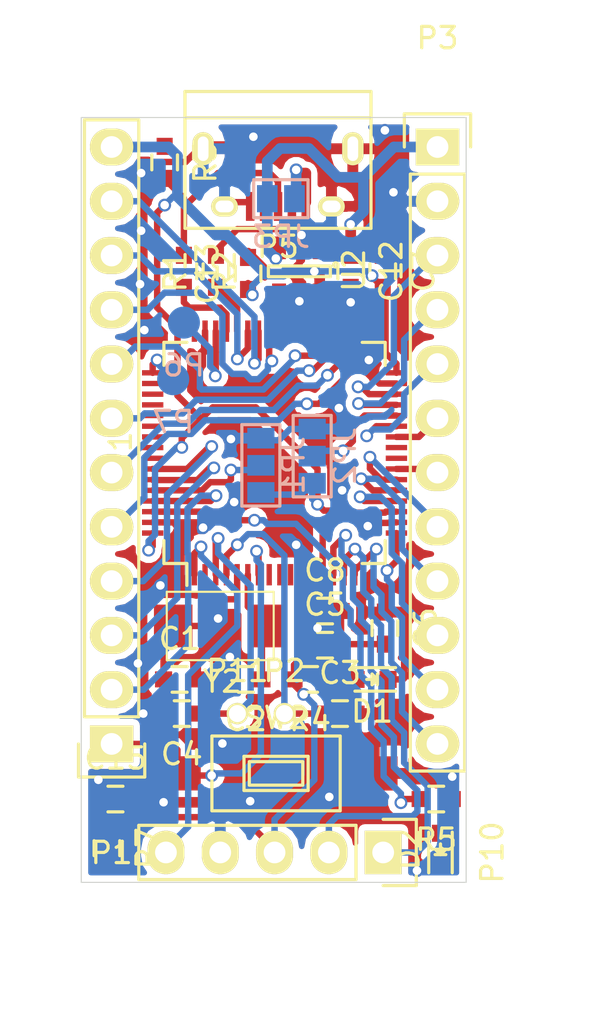
<source format=kicad_pcb>
(kicad_pcb (version 4) (host pcbnew 4.0.2-stable)

  (general
    (links 97)
    (no_connects 0)
    (area 104 87.1 131.700001 135.000001)
    (thickness 1.6)
    (drawings 4)
    (tracks 664)
    (zones 0)
    (modules 34)
    (nets 44)
  )

  (page A4)
  (layers
    (0 F.Cu signal)
    (31 B.Cu signal)
    (32 B.Adhes user)
    (33 F.Adhes user)
    (34 B.Paste user)
    (35 F.Paste user)
    (36 B.SilkS user)
    (37 F.SilkS user)
    (38 B.Mask user)
    (39 F.Mask user)
    (40 Dwgs.User user)
    (41 Cmts.User user)
    (42 Eco1.User user)
    (43 Eco2.User user)
    (44 Edge.Cuts user)
    (45 Margin user)
    (46 B.CrtYd user)
    (47 F.CrtYd user)
    (48 B.Fab user)
    (49 F.Fab user)
  )

  (setup
    (last_trace_width 0.3)
    (user_trace_width 0.5)
    (trace_clearance 0.18)
    (zone_clearance 0.3)
    (zone_45_only no)
    (trace_min 0.2)
    (segment_width 0.2)
    (edge_width 0.05)
    (via_size 0.6)
    (via_drill 0.4)
    (via_min_size 0.4)
    (via_min_drill 0.3)
    (uvia_size 0.3)
    (uvia_drill 0.1)
    (uvias_allowed no)
    (uvia_min_size 0.2)
    (uvia_min_drill 0.1)
    (pcb_text_width 0.3)
    (pcb_text_size 1.5 1.5)
    (mod_edge_width 0.15)
    (mod_text_size 1 1)
    (mod_text_width 0.15)
    (pad_size 1 1)
    (pad_drill 0.8)
    (pad_to_mask_clearance 0.2)
    (aux_axis_origin 0 0)
    (visible_elements 7FFFFFFF)
    (pcbplotparams
      (layerselection 0x010f0_80000001)
      (usegerberextensions false)
      (excludeedgelayer true)
      (linewidth 0.300000)
      (plotframeref false)
      (viasonmask false)
      (mode 1)
      (useauxorigin false)
      (hpglpennumber 1)
      (hpglpenspeed 20)
      (hpglpendiameter 15)
      (hpglpenoverlay 2)
      (psnegative false)
      (psa4output false)
      (plotreference true)
      (plotvalue true)
      (plotinvisibletext false)
      (padsonsilk false)
      (subtractmaskfromsilk false)
      (outputformat 1)
      (mirror false)
      (drillshape 0)
      (scaleselection 1)
      (outputdirectory Gerber/))
  )

  (net 0 "")
  (net 1 "Net-(C1-Pad1)")
  (net 2 GND)
  (net 3 "Net-(C2-Pad1)")
  (net 4 "Net-(C3-Pad1)")
  (net 5 "Net-(C4-Pad1)")
  (net 6 +3V3)
  (net 7 VCC)
  (net 8 /RST)
  (net 9 "Net-(D1-Pad2)")
  (net 10 "Net-(D2-Pad2)")
  (net 11 /BOOT0)
  (net 12 /BOOT1)
  (net 13 /PB8)
  (net 14 /PB7)
  (net 15 /PB6)
  (net 16 /PA10)
  (net 17 /PA9)
  (net 18 /PA8)
  (net 19 /PB15)
  (net 20 /PB14)
  (net 21 /PB13)
  (net 22 /PB12)
  (net 23 /PA0)
  (net 24 /VBAT)
  (net 25 /PB11)
  (net 26 /PB10)
  (net 27 /PB1)
  (net 28 /PB0)
  (net 29 /PA7)
  (net 30 /PA6)
  (net 31 /PA5)
  (net 32 /PA4)
  (net 33 /PA3)
  (net 34 /PA2)
  (net 35 /USBDR-)
  (net 36 /USBDR+)
  (net 37 /SWDIO)
  (net 38 /SWCLK)
  (net 39 /USBD-)
  (net 40 /USBD+)
  (net 41 /USR_LED)
  (net 42 /PA1)
  (net 43 VDD)

  (net_class Default "Dies ist die voreingestellte Netzklasse."
    (clearance 0.18)
    (trace_width 0.3)
    (via_dia 0.6)
    (via_drill 0.4)
    (uvia_dia 0.3)
    (uvia_drill 0.1)
    (add_net +3V3)
    (add_net /BOOT0)
    (add_net /BOOT1)
    (add_net /PA0)
    (add_net /PA1)
    (add_net /PA10)
    (add_net /PA2)
    (add_net /PA3)
    (add_net /PA4)
    (add_net /PA5)
    (add_net /PA6)
    (add_net /PA7)
    (add_net /PA8)
    (add_net /PA9)
    (add_net /PB0)
    (add_net /PB1)
    (add_net /PB10)
    (add_net /PB11)
    (add_net /PB12)
    (add_net /PB13)
    (add_net /PB14)
    (add_net /PB15)
    (add_net /PB6)
    (add_net /PB7)
    (add_net /PB8)
    (add_net /RST)
    (add_net /SWCLK)
    (add_net /SWDIO)
    (add_net /USBD+)
    (add_net /USBD-)
    (add_net /USBDR+)
    (add_net /USBDR-)
    (add_net /USR_LED)
    (add_net /VBAT)
    (add_net GND)
    (add_net "Net-(C1-Pad1)")
    (add_net "Net-(C2-Pad1)")
    (add_net "Net-(C3-Pad1)")
    (add_net "Net-(C4-Pad1)")
    (add_net "Net-(D1-Pad2)")
    (add_net "Net-(D2-Pad2)")
    (add_net VCC)
    (add_net VDD)
  )

  (module Connect:GS3 (layer B.Cu) (tedit 0) (tstamp 57A8EF1E)
    (at 116.2 108.88)
    (descr "Pontet Goute de soudure")
    (path /57A7EFB3)
    (attr virtual)
    (fp_text reference JP1 (at 1.524 0 270) (layer B.SilkS)
      (effects (font (size 1 1) (thickness 0.15)) (justify mirror))
    )
    (fp_text value JUMPER3 (at 1.524 0 270) (layer B.Fab)
      (effects (font (size 1 1) (thickness 0.15)) (justify mirror))
    )
    (fp_line (start -0.889 1.905) (end -0.889 -1.905) (layer B.SilkS) (width 0.15))
    (fp_line (start -0.889 -1.905) (end 0.889 -1.905) (layer B.SilkS) (width 0.15))
    (fp_line (start 0.889 -1.905) (end 0.889 1.905) (layer B.SilkS) (width 0.15))
    (fp_line (start -0.889 1.905) (end 0.889 1.905) (layer B.SilkS) (width 0.15))
    (pad 1 smd rect (at 0 1.27) (size 1.27 0.9652) (layers B.Cu B.Paste B.Mask)
      (net 6 +3V3))
    (pad 2 smd rect (at 0 0) (size 1.27 0.9652) (layers B.Cu B.Paste B.Mask)
      (net 11 /BOOT0))
    (pad 3 smd rect (at 0 -1.27) (size 1.27 0.9652) (layers B.Cu B.Paste B.Mask)
      (net 2 GND))
  )

  (module Connect:GS3 (layer B.Cu) (tedit 0) (tstamp 57A8EF29)
    (at 118.6 108.45)
    (descr "Pontet Goute de soudure")
    (path /57A7F0C1)
    (attr virtual)
    (fp_text reference JP2 (at 1.524 0 270) (layer B.SilkS)
      (effects (font (size 1 1) (thickness 0.15)) (justify mirror))
    )
    (fp_text value JUMPER3 (at 1.524 0 270) (layer B.Fab)
      (effects (font (size 1 1) (thickness 0.15)) (justify mirror))
    )
    (fp_line (start -0.889 1.905) (end -0.889 -1.905) (layer B.SilkS) (width 0.15))
    (fp_line (start -0.889 -1.905) (end 0.889 -1.905) (layer B.SilkS) (width 0.15))
    (fp_line (start 0.889 -1.905) (end 0.889 1.905) (layer B.SilkS) (width 0.15))
    (fp_line (start -0.889 1.905) (end 0.889 1.905) (layer B.SilkS) (width 0.15))
    (pad 1 smd rect (at 0 1.27) (size 1.27 0.9652) (layers B.Cu B.Paste B.Mask)
      (net 6 +3V3))
    (pad 2 smd rect (at 0 0) (size 1.27 0.9652) (layers B.Cu B.Paste B.Mask)
      (net 12 /BOOT1))
    (pad 3 smd rect (at 0 -1.27) (size 1.27 0.9652) (layers B.Cu B.Paste B.Mask)
      (net 2 GND))
  )

  (module Connect:GS2 (layer B.Cu) (tedit 0) (tstamp 57A8EF33)
    (at 117.135 96.4 270)
    (descr "Pontet Goute de soudure")
    (path /57A80902)
    (attr virtual)
    (fp_text reference JP3 (at 1.778 0 540) (layer B.SilkS)
      (effects (font (size 1 1) (thickness 0.15)) (justify mirror))
    )
    (fp_text value Jumper_NC_Small (at 1.524 0 540) (layer B.Fab)
      (effects (font (size 1 1) (thickness 0.15)) (justify mirror))
    )
    (fp_line (start -0.889 1.27) (end -0.889 -1.27) (layer B.SilkS) (width 0.15))
    (fp_line (start 0.889 -1.27) (end 0.889 1.27) (layer B.SilkS) (width 0.15))
    (fp_line (start 0.889 -1.27) (end -0.889 -1.27) (layer B.SilkS) (width 0.15))
    (fp_line (start -0.889 1.27) (end 0.889 1.27) (layer B.SilkS) (width 0.15))
    (pad 1 smd rect (at 0 0.635 270) (size 1.27 0.9652) (layers B.Cu B.Paste B.Mask)
      (net 7 VCC))
    (pad 2 smd rect (at 0 -0.635 270) (size 1.27 0.9652) (layers B.Cu B.Paste B.Mask)
      (net 43 VDD))
  )

  (module Pin_Headers:Pin_Header_Straight_1x12 (layer F.Cu) (tedit 0) (tstamp 57A8EF4E)
    (at 109.22 121.92 180)
    (descr "Through hole pin header")
    (tags "pin header")
    (path /57A722F9)
    (fp_text reference P1 (at 0 -5.1 180) (layer F.SilkS)
      (effects (font (size 1 1) (thickness 0.15)))
    )
    (fp_text value CONN_01X12 (at 0 -3.1 180) (layer F.Fab)
      (effects (font (size 1 1) (thickness 0.15)))
    )
    (fp_line (start -1.75 -1.75) (end -1.75 29.7) (layer F.CrtYd) (width 0.05))
    (fp_line (start 1.75 -1.75) (end 1.75 29.7) (layer F.CrtYd) (width 0.05))
    (fp_line (start -1.75 -1.75) (end 1.75 -1.75) (layer F.CrtYd) (width 0.05))
    (fp_line (start -1.75 29.7) (end 1.75 29.7) (layer F.CrtYd) (width 0.05))
    (fp_line (start 1.27 1.27) (end 1.27 29.21) (layer F.SilkS) (width 0.15))
    (fp_line (start 1.27 29.21) (end -1.27 29.21) (layer F.SilkS) (width 0.15))
    (fp_line (start -1.27 29.21) (end -1.27 1.27) (layer F.SilkS) (width 0.15))
    (fp_line (start 1.55 -1.55) (end 1.55 0) (layer F.SilkS) (width 0.15))
    (fp_line (start 1.27 1.27) (end -1.27 1.27) (layer F.SilkS) (width 0.15))
    (fp_line (start -1.55 0) (end -1.55 -1.55) (layer F.SilkS) (width 0.15))
    (fp_line (start -1.55 -1.55) (end 1.55 -1.55) (layer F.SilkS) (width 0.15))
    (pad 1 thru_hole rect (at 0 0 180) (size 2.032 1.7272) (drill 1.016) (layers *.Cu *.Mask F.SilkS)
      (net 8 /RST))
    (pad 2 thru_hole oval (at 0 2.54 180) (size 2.032 1.7272) (drill 1.016) (layers *.Cu *.Mask F.SilkS)
      (net 13 /PB8))
    (pad 3 thru_hole oval (at 0 5.08 180) (size 2.032 1.7272) (drill 1.016) (layers *.Cu *.Mask F.SilkS)
      (net 14 /PB7))
    (pad 4 thru_hole oval (at 0 7.62 180) (size 2.032 1.7272) (drill 1.016) (layers *.Cu *.Mask F.SilkS)
      (net 15 /PB6))
    (pad 5 thru_hole oval (at 0 10.16 180) (size 2.032 1.7272) (drill 1.016) (layers *.Cu *.Mask F.SilkS)
      (net 22 /PB12))
    (pad 6 thru_hole oval (at 0 12.7 180) (size 2.032 1.7272) (drill 1.016) (layers *.Cu *.Mask F.SilkS)
      (net 21 /PB13))
    (pad 7 thru_hole oval (at 0 15.24 180) (size 2.032 1.7272) (drill 1.016) (layers *.Cu *.Mask F.SilkS)
      (net 20 /PB14))
    (pad 8 thru_hole oval (at 0 17.78 180) (size 2.032 1.7272) (drill 1.016) (layers *.Cu *.Mask F.SilkS)
      (net 19 /PB15))
    (pad 9 thru_hole oval (at 0 20.32 180) (size 2.032 1.7272) (drill 1.016) (layers *.Cu *.Mask F.SilkS)
      (net 18 /PA8))
    (pad 10 thru_hole oval (at 0 22.86 180) (size 2.032 1.7272) (drill 1.016) (layers *.Cu *.Mask F.SilkS)
      (net 16 /PA10))
    (pad 11 thru_hole oval (at 0 25.4 180) (size 2.032 1.7272) (drill 1.016) (layers *.Cu *.Mask F.SilkS)
      (net 17 /PA9))
    (pad 12 thru_hole oval (at 0 27.94 180) (size 2.032 1.7272) (drill 1.016) (layers *.Cu *.Mask F.SilkS)
      (net 6 +3V3))
    (model Pin_Headers.3dshapes/Pin_Header_Straight_1x12.wrl
      (at (xyz 0 -0.55 0))
      (scale (xyz 1 1 1))
      (rotate (xyz 0 0 90))
    )
  )

  (module Pin_Headers:Pin_Header_Straight_1x12 (layer F.Cu) (tedit 0) (tstamp 57A8EF7C)
    (at 124.46 93.98)
    (descr "Through hole pin header")
    (tags "pin header")
    (path /57A72274)
    (fp_text reference P3 (at 0 -5.1) (layer F.SilkS)
      (effects (font (size 1 1) (thickness 0.15)))
    )
    (fp_text value CONN_01X12 (at 0 -3.1) (layer F.Fab)
      (effects (font (size 1 1) (thickness 0.15)))
    )
    (fp_line (start -1.75 -1.75) (end -1.75 29.7) (layer F.CrtYd) (width 0.05))
    (fp_line (start 1.75 -1.75) (end 1.75 29.7) (layer F.CrtYd) (width 0.05))
    (fp_line (start -1.75 -1.75) (end 1.75 -1.75) (layer F.CrtYd) (width 0.05))
    (fp_line (start -1.75 29.7) (end 1.75 29.7) (layer F.CrtYd) (width 0.05))
    (fp_line (start 1.27 1.27) (end 1.27 29.21) (layer F.SilkS) (width 0.15))
    (fp_line (start 1.27 29.21) (end -1.27 29.21) (layer F.SilkS) (width 0.15))
    (fp_line (start -1.27 29.21) (end -1.27 1.27) (layer F.SilkS) (width 0.15))
    (fp_line (start 1.55 -1.55) (end 1.55 0) (layer F.SilkS) (width 0.15))
    (fp_line (start 1.27 1.27) (end -1.27 1.27) (layer F.SilkS) (width 0.15))
    (fp_line (start -1.55 0) (end -1.55 -1.55) (layer F.SilkS) (width 0.15))
    (fp_line (start -1.55 -1.55) (end 1.55 -1.55) (layer F.SilkS) (width 0.15))
    (pad 1 thru_hole rect (at 0 0) (size 2.032 1.7272) (drill 1.016) (layers *.Cu *.Mask F.SilkS)
      (net 7 VCC))
    (pad 2 thru_hole oval (at 0 2.54) (size 2.032 1.7272) (drill 1.016) (layers *.Cu *.Mask F.SilkS)
      (net 2 GND))
    (pad 3 thru_hole oval (at 0 5.08) (size 2.032 1.7272) (drill 1.016) (layers *.Cu *.Mask F.SilkS)
      (net 25 /PB11))
    (pad 4 thru_hole oval (at 0 7.62) (size 2.032 1.7272) (drill 1.016) (layers *.Cu *.Mask F.SilkS)
      (net 26 /PB10))
    (pad 5 thru_hole oval (at 0 10.16) (size 2.032 1.7272) (drill 1.016) (layers *.Cu *.Mask F.SilkS)
      (net 27 /PB1))
    (pad 6 thru_hole oval (at 0 12.7) (size 2.032 1.7272) (drill 1.016) (layers *.Cu *.Mask F.SilkS)
      (net 28 /PB0))
    (pad 7 thru_hole oval (at 0 15.24) (size 2.032 1.7272) (drill 1.016) (layers *.Cu *.Mask F.SilkS)
      (net 29 /PA7))
    (pad 8 thru_hole oval (at 0 17.78) (size 2.032 1.7272) (drill 1.016) (layers *.Cu *.Mask F.SilkS)
      (net 30 /PA6))
    (pad 9 thru_hole oval (at 0 20.32) (size 2.032 1.7272) (drill 1.016) (layers *.Cu *.Mask F.SilkS)
      (net 31 /PA5))
    (pad 10 thru_hole oval (at 0 22.86) (size 2.032 1.7272) (drill 1.016) (layers *.Cu *.Mask F.SilkS)
      (net 32 /PA4))
    (pad 11 thru_hole oval (at 0 25.4) (size 2.032 1.7272) (drill 1.016) (layers *.Cu *.Mask F.SilkS)
      (net 33 /PA3))
    (pad 12 thru_hole oval (at 0 27.94) (size 2.032 1.7272) (drill 1.016) (layers *.Cu *.Mask F.SilkS)
      (net 34 /PA2))
    (model Pin_Headers.3dshapes/Pin_Header_Straight_1x12.wrl
      (at (xyz 0 -0.55 0))
      (scale (xyz 1 1 1))
      (rotate (xyz 0 0 90))
    )
  )

  (module Connect:USB_Micro-B (layer F.Cu) (tedit 5543E447) (tstamp 57A8EF98)
    (at 117 95.2 180)
    (descr "Micro USB Type B Receptacle")
    (tags "USB USB_B USB_micro USB_OTG")
    (path /57A986E2)
    (attr smd)
    (fp_text reference P5 (at 0 -3.45 180) (layer F.SilkS)
      (effects (font (size 1 1) (thickness 0.15)))
    )
    (fp_text value USB_OTG (at 0 4.8 180) (layer F.Fab)
      (effects (font (size 1 1) (thickness 0.15)))
    )
    (fp_line (start -4.6 -2.8) (end 4.6 -2.8) (layer F.CrtYd) (width 0.05))
    (fp_line (start 4.6 -2.8) (end 4.6 4.05) (layer F.CrtYd) (width 0.05))
    (fp_line (start 4.6 4.05) (end -4.6 4.05) (layer F.CrtYd) (width 0.05))
    (fp_line (start -4.6 4.05) (end -4.6 -2.8) (layer F.CrtYd) (width 0.05))
    (fp_line (start -4.3509 3.81746) (end 4.3491 3.81746) (layer F.SilkS) (width 0.15))
    (fp_line (start -4.3509 -2.58754) (end 4.3491 -2.58754) (layer F.SilkS) (width 0.15))
    (fp_line (start 4.3491 -2.58754) (end 4.3491 3.81746) (layer F.SilkS) (width 0.15))
    (fp_line (start 4.3491 2.58746) (end -4.3509 2.58746) (layer F.SilkS) (width 0.15))
    (fp_line (start -4.3509 3.81746) (end -4.3509 -2.58754) (layer F.SilkS) (width 0.15))
    (pad 1 smd rect (at -1.3009 -1.56254 270) (size 1.35 0.4) (layers F.Cu F.Paste F.Mask)
      (net 43 VDD))
    (pad 2 smd rect (at -0.6509 -1.56254 270) (size 1.35 0.4) (layers F.Cu F.Paste F.Mask)
      (net 35 /USBDR-))
    (pad 3 smd rect (at -0.0009 -1.56254 270) (size 1.35 0.4) (layers F.Cu F.Paste F.Mask)
      (net 36 /USBDR+))
    (pad 4 smd rect (at 0.6491 -1.56254 270) (size 1.35 0.4) (layers F.Cu F.Paste F.Mask))
    (pad 5 smd rect (at 1.2991 -1.56254 270) (size 1.35 0.4) (layers F.Cu F.Paste F.Mask)
      (net 2 GND))
    (pad 6 thru_hole oval (at -2.5009 -1.56254 270) (size 0.95 1.25) (drill oval 0.55 0.85) (layers *.Cu *.Mask F.SilkS)
      (net 2 GND))
    (pad 6 thru_hole oval (at 2.4991 -1.56254 270) (size 0.95 1.25) (drill oval 0.55 0.85) (layers *.Cu *.Mask F.SilkS)
      (net 2 GND))
    (pad 6 thru_hole oval (at -3.5009 1.13746 270) (size 1.55 1) (drill oval 1.15 0.5) (layers *.Cu *.Mask F.SilkS)
      (net 2 GND))
    (pad 6 thru_hole oval (at 3.4991 1.13746 270) (size 1.55 1) (drill oval 1.15 0.5) (layers *.Cu *.Mask F.SilkS)
      (net 2 GND))
  )

  (module Buttons_Switches_SMD:SW_SPST_FSMSM (layer F.Cu) (tedit 5788B313) (tstamp 57A8F030)
    (at 116.9 123.3)
    (descr http://www.te.com/commerce/DocumentDelivery/DDEController?Action=srchrtrv&DocNm=1437566-3&DocType=Customer+Drawing&DocLang=English)
    (tags "SPST button tactile switch")
    (path /57AA2DED)
    (attr smd)
    (fp_text reference SW2 (at 0.01011 -2.60022) (layer F.SilkS)
      (effects (font (size 1 1) (thickness 0.15)))
    )
    (fp_text value SW_PUSH (at 0 3) (layer F.Fab)
      (effects (font (size 1 1) (thickness 0.15)))
    )
    (fp_line (start -1.23989 -0.55022) (end 1.26011 -0.55022) (layer F.SilkS) (width 0.15))
    (fp_line (start 1.26011 -0.55022) (end 1.26011 0.54978) (layer F.SilkS) (width 0.15))
    (fp_line (start 1.26011 0.54978) (end -1.23989 0.54978) (layer F.SilkS) (width 0.15))
    (fp_line (start -1.23989 0.54978) (end -1.23989 -0.55022) (layer F.SilkS) (width 0.15))
    (fp_line (start -1.48989 0.79978) (end 1.51011 0.79978) (layer F.SilkS) (width 0.15))
    (fp_line (start -1.48989 -0.80022) (end 1.51011 -0.80022) (layer F.SilkS) (width 0.15))
    (fp_line (start 1.51011 -0.80022) (end 1.51011 0.79978) (layer F.SilkS) (width 0.15))
    (fp_line (start -1.48989 -0.80022) (end -1.48989 0.79978) (layer F.SilkS) (width 0.15))
    (fp_line (start -5.95 2) (end 5.95 2) (layer F.CrtYd) (width 0.05))
    (fp_line (start 5.95 -2) (end 5.95 2) (layer F.CrtYd) (width 0.05))
    (fp_line (start -2.98989 1.74978) (end 3.01011 1.74978) (layer F.SilkS) (width 0.15))
    (fp_line (start -2.98989 -1.75022) (end 3.01011 -1.75022) (layer F.SilkS) (width 0.15))
    (fp_line (start -2.98989 -1.75022) (end -2.98989 1.74978) (layer F.SilkS) (width 0.15))
    (fp_line (start 3.01011 -1.75022) (end 3.01011 1.74978) (layer F.SilkS) (width 0.15))
    (fp_line (start -5.95 -2) (end -5.95 2) (layer F.CrtYd) (width 0.05))
    (fp_line (start -5.95 -2) (end 5.95 -2) (layer F.CrtYd) (width 0.05))
    (pad 1 smd rect (at -4.60243 -0.00232) (size 2.18 1.6) (layers F.Cu F.Paste F.Mask)
      (net 8 /RST))
    (pad 2 smd rect (at 4.60243 0.00232) (size 2.18 1.6) (layers F.Cu F.Paste F.Mask)
      (net 2 GND))
  )

  (module Housings_QFP:LQFP-64_10x10mm_Pitch0.5mm (layer F.Cu) (tedit 54130A77) (tstamp 57A8F081)
    (at 116.84 108.3 90)
    (descr "64 LEAD LQFP 10x10mm (see MICREL LQFP10x10-64LD-PL-1.pdf)")
    (tags "QFP 0.5")
    (path /57A720AE)
    (attr smd)
    (fp_text reference U1 (at 0 -7.2 90) (layer F.SilkS)
      (effects (font (size 1 1) (thickness 0.15)))
    )
    (fp_text value STM32F103Rxxx (at 0 7.2 90) (layer F.Fab)
      (effects (font (size 1 1) (thickness 0.15)))
    )
    (fp_line (start -6.45 -6.45) (end -6.45 6.45) (layer F.CrtYd) (width 0.05))
    (fp_line (start 6.45 -6.45) (end 6.45 6.45) (layer F.CrtYd) (width 0.05))
    (fp_line (start -6.45 -6.45) (end 6.45 -6.45) (layer F.CrtYd) (width 0.05))
    (fp_line (start -6.45 6.45) (end 6.45 6.45) (layer F.CrtYd) (width 0.05))
    (fp_line (start -5.175 -5.175) (end -5.175 -4.1) (layer F.SilkS) (width 0.15))
    (fp_line (start 5.175 -5.175) (end 5.175 -4.1) (layer F.SilkS) (width 0.15))
    (fp_line (start 5.175 5.175) (end 5.175 4.1) (layer F.SilkS) (width 0.15))
    (fp_line (start -5.175 5.175) (end -5.175 4.1) (layer F.SilkS) (width 0.15))
    (fp_line (start -5.175 -5.175) (end -4.1 -5.175) (layer F.SilkS) (width 0.15))
    (fp_line (start -5.175 5.175) (end -4.1 5.175) (layer F.SilkS) (width 0.15))
    (fp_line (start 5.175 5.175) (end 4.1 5.175) (layer F.SilkS) (width 0.15))
    (fp_line (start 5.175 -5.175) (end 4.1 -5.175) (layer F.SilkS) (width 0.15))
    (fp_line (start -5.175 -4.1) (end -6.2 -4.1) (layer F.SilkS) (width 0.15))
    (pad 1 smd rect (at -5.7 -3.75 90) (size 1 0.25) (layers F.Cu F.Paste F.Mask)
      (net 24 /VBAT))
    (pad 2 smd rect (at -5.7 -3.25 90) (size 1 0.25) (layers F.Cu F.Paste F.Mask))
    (pad 3 smd rect (at -5.7 -2.75 90) (size 1 0.25) (layers F.Cu F.Paste F.Mask)
      (net 5 "Net-(C4-Pad1)"))
    (pad 4 smd rect (at -5.7 -2.25 90) (size 1 0.25) (layers F.Cu F.Paste F.Mask)
      (net 4 "Net-(C3-Pad1)"))
    (pad 5 smd rect (at -5.7 -1.75 90) (size 1 0.25) (layers F.Cu F.Paste F.Mask)
      (net 1 "Net-(C1-Pad1)"))
    (pad 6 smd rect (at -5.7 -1.25 90) (size 1 0.25) (layers F.Cu F.Paste F.Mask)
      (net 3 "Net-(C2-Pad1)"))
    (pad 7 smd rect (at -5.7 -0.75 90) (size 1 0.25) (layers F.Cu F.Paste F.Mask)
      (net 8 /RST))
    (pad 8 smd rect (at -5.7 -0.25 90) (size 1 0.25) (layers F.Cu F.Paste F.Mask))
    (pad 9 smd rect (at -5.7 0.25 90) (size 1 0.25) (layers F.Cu F.Paste F.Mask))
    (pad 10 smd rect (at -5.7 0.75 90) (size 1 0.25) (layers F.Cu F.Paste F.Mask))
    (pad 11 smd rect (at -5.7 1.25 90) (size 1 0.25) (layers F.Cu F.Paste F.Mask))
    (pad 12 smd rect (at -5.7 1.75 90) (size 1 0.25) (layers F.Cu F.Paste F.Mask)
      (net 2 GND))
    (pad 13 smd rect (at -5.7 2.25 90) (size 1 0.25) (layers F.Cu F.Paste F.Mask)
      (net 6 +3V3))
    (pad 14 smd rect (at -5.7 2.75 90) (size 1 0.25) (layers F.Cu F.Paste F.Mask)
      (net 23 /PA0))
    (pad 15 smd rect (at -5.7 3.25 90) (size 1 0.25) (layers F.Cu F.Paste F.Mask)
      (net 42 /PA1))
    (pad 16 smd rect (at -5.7 3.75 90) (size 1 0.25) (layers F.Cu F.Paste F.Mask)
      (net 34 /PA2))
    (pad 17 smd rect (at -3.75 5.7 180) (size 1 0.25) (layers F.Cu F.Paste F.Mask)
      (net 33 /PA3))
    (pad 18 smd rect (at -3.25 5.7 180) (size 1 0.25) (layers F.Cu F.Paste F.Mask)
      (net 2 GND))
    (pad 19 smd rect (at -2.75 5.7 180) (size 1 0.25) (layers F.Cu F.Paste F.Mask)
      (net 6 +3V3))
    (pad 20 smd rect (at -2.25 5.7 180) (size 1 0.25) (layers F.Cu F.Paste F.Mask)
      (net 32 /PA4))
    (pad 21 smd rect (at -1.75 5.7 180) (size 1 0.25) (layers F.Cu F.Paste F.Mask)
      (net 31 /PA5))
    (pad 22 smd rect (at -1.25 5.7 180) (size 1 0.25) (layers F.Cu F.Paste F.Mask)
      (net 30 /PA6))
    (pad 23 smd rect (at -0.75 5.7 180) (size 1 0.25) (layers F.Cu F.Paste F.Mask)
      (net 29 /PA7))
    (pad 24 smd rect (at -0.25 5.7 180) (size 1 0.25) (layers F.Cu F.Paste F.Mask))
    (pad 25 smd rect (at 0.25 5.7 180) (size 1 0.25) (layers F.Cu F.Paste F.Mask))
    (pad 26 smd rect (at 0.75 5.7 180) (size 1 0.25) (layers F.Cu F.Paste F.Mask)
      (net 28 /PB0))
    (pad 27 smd rect (at 1.25 5.7 180) (size 1 0.25) (layers F.Cu F.Paste F.Mask)
      (net 27 /PB1))
    (pad 28 smd rect (at 1.75 5.7 180) (size 1 0.25) (layers F.Cu F.Paste F.Mask)
      (net 12 /BOOT1))
    (pad 29 smd rect (at 2.25 5.7 180) (size 1 0.25) (layers F.Cu F.Paste F.Mask)
      (net 26 /PB10))
    (pad 30 smd rect (at 2.75 5.7 180) (size 1 0.25) (layers F.Cu F.Paste F.Mask)
      (net 25 /PB11))
    (pad 31 smd rect (at 3.25 5.7 180) (size 1 0.25) (layers F.Cu F.Paste F.Mask)
      (net 2 GND))
    (pad 32 smd rect (at 3.75 5.7 180) (size 1 0.25) (layers F.Cu F.Paste F.Mask)
      (net 6 +3V3))
    (pad 33 smd rect (at 5.7 3.75 90) (size 1 0.25) (layers F.Cu F.Paste F.Mask)
      (net 22 /PB12))
    (pad 34 smd rect (at 5.7 3.25 90) (size 1 0.25) (layers F.Cu F.Paste F.Mask)
      (net 21 /PB13))
    (pad 35 smd rect (at 5.7 2.75 90) (size 1 0.25) (layers F.Cu F.Paste F.Mask)
      (net 20 /PB14))
    (pad 36 smd rect (at 5.7 2.25 90) (size 1 0.25) (layers F.Cu F.Paste F.Mask)
      (net 19 /PB15))
    (pad 37 smd rect (at 5.7 1.75 90) (size 1 0.25) (layers F.Cu F.Paste F.Mask))
    (pad 38 smd rect (at 5.7 1.25 90) (size 1 0.25) (layers F.Cu F.Paste F.Mask))
    (pad 39 smd rect (at 5.7 0.75 90) (size 1 0.25) (layers F.Cu F.Paste F.Mask))
    (pad 40 smd rect (at 5.7 0.25 90) (size 1 0.25) (layers F.Cu F.Paste F.Mask))
    (pad 41 smd rect (at 5.7 -0.25 90) (size 1 0.25) (layers F.Cu F.Paste F.Mask)
      (net 18 /PA8))
    (pad 42 smd rect (at 5.7 -0.75 90) (size 1 0.25) (layers F.Cu F.Paste F.Mask)
      (net 17 /PA9))
    (pad 43 smd rect (at 5.7 -1.25 90) (size 1 0.25) (layers F.Cu F.Paste F.Mask)
      (net 16 /PA10))
    (pad 44 smd rect (at 5.7 -1.75 90) (size 1 0.25) (layers F.Cu F.Paste F.Mask)
      (net 39 /USBD-))
    (pad 45 smd rect (at 5.7 -2.25 90) (size 1 0.25) (layers F.Cu F.Paste F.Mask)
      (net 40 /USBD+))
    (pad 46 smd rect (at 5.7 -2.75 90) (size 1 0.25) (layers F.Cu F.Paste F.Mask)
      (net 37 /SWDIO))
    (pad 47 smd rect (at 5.7 -3.25 90) (size 1 0.25) (layers F.Cu F.Paste F.Mask)
      (net 2 GND))
    (pad 48 smd rect (at 5.7 -3.75 90) (size 1 0.25) (layers F.Cu F.Paste F.Mask)
      (net 6 +3V3))
    (pad 49 smd rect (at 3.75 -5.7 180) (size 1 0.25) (layers F.Cu F.Paste F.Mask)
      (net 38 /SWCLK))
    (pad 50 smd rect (at 3.25 -5.7 180) (size 1 0.25) (layers F.Cu F.Paste F.Mask))
    (pad 51 smd rect (at 2.75 -5.7 180) (size 1 0.25) (layers F.Cu F.Paste F.Mask))
    (pad 52 smd rect (at 2.25 -5.7 180) (size 1 0.25) (layers F.Cu F.Paste F.Mask))
    (pad 53 smd rect (at 1.75 -5.7 180) (size 1 0.25) (layers F.Cu F.Paste F.Mask))
    (pad 54 smd rect (at 1.25 -5.7 180) (size 1 0.25) (layers F.Cu F.Paste F.Mask))
    (pad 55 smd rect (at 0.75 -5.7 180) (size 1 0.25) (layers F.Cu F.Paste F.Mask))
    (pad 56 smd rect (at 0.25 -5.7 180) (size 1 0.25) (layers F.Cu F.Paste F.Mask))
    (pad 57 smd rect (at -0.25 -5.7 180) (size 1 0.25) (layers F.Cu F.Paste F.Mask))
    (pad 58 smd rect (at -0.75 -5.7 180) (size 1 0.25) (layers F.Cu F.Paste F.Mask)
      (net 15 /PB6))
    (pad 59 smd rect (at -1.25 -5.7 180) (size 1 0.25) (layers F.Cu F.Paste F.Mask)
      (net 14 /PB7))
    (pad 60 smd rect (at -1.75 -5.7 180) (size 1 0.25) (layers F.Cu F.Paste F.Mask)
      (net 11 /BOOT0))
    (pad 61 smd rect (at -2.25 -5.7 180) (size 1 0.25) (layers F.Cu F.Paste F.Mask)
      (net 13 /PB8))
    (pad 62 smd rect (at -2.75 -5.7 180) (size 1 0.25) (layers F.Cu F.Paste F.Mask)
      (net 41 /USR_LED))
    (pad 63 smd rect (at -3.25 -5.7 180) (size 1 0.25) (layers F.Cu F.Paste F.Mask)
      (net 2 GND))
    (pad 64 smd rect (at -3.75 -5.7 180) (size 1 0.25) (layers F.Cu F.Paste F.Mask)
      (net 6 +3V3))
    (model Housings_QFP.3dshapes/LQFP-64_10x10mm_Pitch0.5mm.wrl
      (at (xyz 0 0 0))
      (scale (xyz 1 1 1))
      (rotate (xyz 0 0 0))
    )
  )

  (module TO_SOT_Packages_SMD:SOT-23-5 (layer F.Cu) (tedit 55360473) (tstamp 57A8F093)
    (at 118 99.8 270)
    (descr "5-pin SOT23 package")
    (tags SOT-23-5)
    (path /57A77A84)
    (attr smd)
    (fp_text reference U2 (at -0.05 -2.55 270) (layer F.SilkS)
      (effects (font (size 1 1) (thickness 0.15)))
    )
    (fp_text value AP2112K-3.3TRG1 (at -0.05 2.35 270) (layer F.Fab)
      (effects (font (size 1 1) (thickness 0.15)))
    )
    (fp_line (start -1.8 -1.6) (end 1.8 -1.6) (layer F.CrtYd) (width 0.05))
    (fp_line (start 1.8 -1.6) (end 1.8 1.6) (layer F.CrtYd) (width 0.05))
    (fp_line (start 1.8 1.6) (end -1.8 1.6) (layer F.CrtYd) (width 0.05))
    (fp_line (start -1.8 1.6) (end -1.8 -1.6) (layer F.CrtYd) (width 0.05))
    (fp_circle (center -0.3 -1.7) (end -0.2 -1.7) (layer F.SilkS) (width 0.15))
    (fp_line (start 0.25 -1.45) (end -0.25 -1.45) (layer F.SilkS) (width 0.15))
    (fp_line (start 0.25 1.45) (end 0.25 -1.45) (layer F.SilkS) (width 0.15))
    (fp_line (start -0.25 1.45) (end 0.25 1.45) (layer F.SilkS) (width 0.15))
    (fp_line (start -0.25 -1.45) (end -0.25 1.45) (layer F.SilkS) (width 0.15))
    (pad 1 smd rect (at -1.1 -0.95 270) (size 1.06 0.65) (layers F.Cu F.Paste F.Mask)
      (net 7 VCC))
    (pad 2 smd rect (at -1.1 0 270) (size 1.06 0.65) (layers F.Cu F.Paste F.Mask)
      (net 2 GND))
    (pad 3 smd rect (at -1.1 0.95 270) (size 1.06 0.65) (layers F.Cu F.Paste F.Mask)
      (net 7 VCC))
    (pad 4 smd rect (at 1.1 0.95 270) (size 1.06 0.65) (layers F.Cu F.Paste F.Mask))
    (pad 5 smd rect (at 1.1 -0.95 270) (size 1.06 0.65) (layers F.Cu F.Paste F.Mask)
      (net 6 +3V3))
    (model TO_SOT_Packages_SMD.3dshapes/SOT-23-5.wrl
      (at (xyz 0 0 0))
      (scale (xyz 1 1 1))
      (rotate (xyz 0 0 0))
    )
  )

  (module "Teeny Lib:2P-5032" (layer F.Cu) (tedit 5734F63B) (tstamp 57A8F0AC)
    (at 114.4 116.4)
    (path /57A7569E)
    (fp_text reference Y2 (at 0 2.6) (layer F.SilkS)
      (effects (font (size 1 1) (thickness 0.15)))
    )
    (fp_text value 8Mhz (at 0 -2.5) (layer F.Fab)
      (effects (font (size 1 1) (thickness 0.15)))
    )
    (fp_line (start -2.6 -1.6) (end 2.4 -1.6) (layer F.SilkS) (width 0.1))
    (fp_line (start 2.4 -1.6) (end 2.4 1.6) (layer F.SilkS) (width 0.1))
    (fp_line (start 2.4 1.6) (end -2.6 1.6) (layer F.SilkS) (width 0.1))
    (fp_line (start -2.6 1.6) (end -2.6 -1.6) (layer F.SilkS) (width 0.1))
    (pad 1 smd rect (at -2.3 0) (size 1.8 2) (layers F.Cu F.Paste F.Mask)
      (net 1 "Net-(C1-Pad1)"))
    (pad 2 smd rect (at 2.1 0) (size 1.8 2) (layers F.Cu F.Paste F.Mask)
      (net 3 "Net-(C2-Pad1)"))
  )

  (module Capacitors_SMD:C_0603 (layer F.Cu) (tedit 5415D631) (tstamp 57A8F605)
    (at 112.4 118.9)
    (descr "Capacitor SMD 0603, reflow soldering, AVX (see smccp.pdf)")
    (tags "capacitor 0603")
    (path /57A76B44)
    (attr smd)
    (fp_text reference C1 (at 0 -1.9) (layer F.SilkS)
      (effects (font (size 1 1) (thickness 0.15)))
    )
    (fp_text value pf (at 0 1.9) (layer F.Fab)
      (effects (font (size 1 1) (thickness 0.15)))
    )
    (fp_line (start -1.45 -0.75) (end 1.45 -0.75) (layer F.CrtYd) (width 0.05))
    (fp_line (start -1.45 0.75) (end 1.45 0.75) (layer F.CrtYd) (width 0.05))
    (fp_line (start -1.45 -0.75) (end -1.45 0.75) (layer F.CrtYd) (width 0.05))
    (fp_line (start 1.45 -0.75) (end 1.45 0.75) (layer F.CrtYd) (width 0.05))
    (fp_line (start -0.35 -0.6) (end 0.35 -0.6) (layer F.SilkS) (width 0.15))
    (fp_line (start 0.35 0.6) (end -0.35 0.6) (layer F.SilkS) (width 0.15))
    (pad 1 smd rect (at -0.75 0) (size 0.8 0.75) (layers F.Cu F.Paste F.Mask)
      (net 1 "Net-(C1-Pad1)"))
    (pad 2 smd rect (at 0.75 0) (size 0.8 0.75) (layers F.Cu F.Paste F.Mask)
      (net 2 GND))
    (model Capacitors_SMD.3dshapes/C_0603.wrl
      (at (xyz 0 0 0))
      (scale (xyz 1 1 1))
      (rotate (xyz 0 0 0))
    )
  )

  (module Capacitors_SMD:C_0603 (layer F.Cu) (tedit 5415D631) (tstamp 57A8F610)
    (at 115.5 118.9 180)
    (descr "Capacitor SMD 0603, reflow soldering, AVX (see smccp.pdf)")
    (tags "capacitor 0603")
    (path /57A76C4C)
    (attr smd)
    (fp_text reference C2 (at 0 -1.9 180) (layer F.SilkS)
      (effects (font (size 1 1) (thickness 0.15)))
    )
    (fp_text value pf (at 0 1.9 180) (layer F.Fab)
      (effects (font (size 1 1) (thickness 0.15)))
    )
    (fp_line (start -1.45 -0.75) (end 1.45 -0.75) (layer F.CrtYd) (width 0.05))
    (fp_line (start -1.45 0.75) (end 1.45 0.75) (layer F.CrtYd) (width 0.05))
    (fp_line (start -1.45 -0.75) (end -1.45 0.75) (layer F.CrtYd) (width 0.05))
    (fp_line (start 1.45 -0.75) (end 1.45 0.75) (layer F.CrtYd) (width 0.05))
    (fp_line (start -0.35 -0.6) (end 0.35 -0.6) (layer F.SilkS) (width 0.15))
    (fp_line (start 0.35 0.6) (end -0.35 0.6) (layer F.SilkS) (width 0.15))
    (pad 1 smd rect (at -0.75 0 180) (size 0.8 0.75) (layers F.Cu F.Paste F.Mask)
      (net 3 "Net-(C2-Pad1)"))
    (pad 2 smd rect (at 0.75 0 180) (size 0.8 0.75) (layers F.Cu F.Paste F.Mask)
      (net 2 GND))
    (model Capacitors_SMD.3dshapes/C_0603.wrl
      (at (xyz 0 0 0))
      (scale (xyz 1 1 1))
      (rotate (xyz 0 0 0))
    )
  )

  (module Capacitors_SMD:C_0603 (layer F.Cu) (tedit 5415D631) (tstamp 57A8F61B)
    (at 119.9 120.5)
    (descr "Capacitor SMD 0603, reflow soldering, AVX (see smccp.pdf)")
    (tags "capacitor 0603")
    (path /57A75BE7)
    (attr smd)
    (fp_text reference C3 (at 0 -1.9) (layer F.SilkS)
      (effects (font (size 1 1) (thickness 0.15)))
    )
    (fp_text value pf (at 0 1.9) (layer F.Fab)
      (effects (font (size 1 1) (thickness 0.15)))
    )
    (fp_line (start -1.45 -0.75) (end 1.45 -0.75) (layer F.CrtYd) (width 0.05))
    (fp_line (start -1.45 0.75) (end 1.45 0.75) (layer F.CrtYd) (width 0.05))
    (fp_line (start -1.45 -0.75) (end -1.45 0.75) (layer F.CrtYd) (width 0.05))
    (fp_line (start 1.45 -0.75) (end 1.45 0.75) (layer F.CrtYd) (width 0.05))
    (fp_line (start -0.35 -0.6) (end 0.35 -0.6) (layer F.SilkS) (width 0.15))
    (fp_line (start 0.35 0.6) (end -0.35 0.6) (layer F.SilkS) (width 0.15))
    (pad 1 smd rect (at -0.75 0) (size 0.8 0.75) (layers F.Cu F.Paste F.Mask)
      (net 4 "Net-(C3-Pad1)"))
    (pad 2 smd rect (at 0.75 0) (size 0.8 0.75) (layers F.Cu F.Paste F.Mask)
      (net 2 GND))
    (model Capacitors_SMD.3dshapes/C_0603.wrl
      (at (xyz 0 0 0))
      (scale (xyz 1 1 1))
      (rotate (xyz 0 0 0))
    )
  )

  (module Capacitors_SMD:C_0603 (layer F.Cu) (tedit 5415D631) (tstamp 57A8F626)
    (at 112.5 120.5 180)
    (descr "Capacitor SMD 0603, reflow soldering, AVX (see smccp.pdf)")
    (tags "capacitor 0603")
    (path /57A76B0F)
    (attr smd)
    (fp_text reference C4 (at 0 -1.9 180) (layer F.SilkS)
      (effects (font (size 1 1) (thickness 0.15)))
    )
    (fp_text value pf (at 0 1.9 180) (layer F.Fab)
      (effects (font (size 1 1) (thickness 0.15)))
    )
    (fp_line (start -1.45 -0.75) (end 1.45 -0.75) (layer F.CrtYd) (width 0.05))
    (fp_line (start -1.45 0.75) (end 1.45 0.75) (layer F.CrtYd) (width 0.05))
    (fp_line (start -1.45 -0.75) (end -1.45 0.75) (layer F.CrtYd) (width 0.05))
    (fp_line (start 1.45 -0.75) (end 1.45 0.75) (layer F.CrtYd) (width 0.05))
    (fp_line (start -0.35 -0.6) (end 0.35 -0.6) (layer F.SilkS) (width 0.15))
    (fp_line (start 0.35 0.6) (end -0.35 0.6) (layer F.SilkS) (width 0.15))
    (pad 1 smd rect (at -0.75 0 180) (size 0.8 0.75) (layers F.Cu F.Paste F.Mask)
      (net 5 "Net-(C4-Pad1)"))
    (pad 2 smd rect (at 0.75 0 180) (size 0.8 0.75) (layers F.Cu F.Paste F.Mask)
      (net 2 GND))
    (model Capacitors_SMD.3dshapes/C_0603.wrl
      (at (xyz 0 0 0))
      (scale (xyz 1 1 1))
      (rotate (xyz 0 0 0))
    )
  )

  (module Capacitors_SMD:C_0603 (layer F.Cu) (tedit 5415D631) (tstamp 57A8F631)
    (at 119.2 117.3)
    (descr "Capacitor SMD 0603, reflow soldering, AVX (see smccp.pdf)")
    (tags "capacitor 0603")
    (path /57A79586)
    (attr smd)
    (fp_text reference C5 (at 0 -1.9) (layer F.SilkS)
      (effects (font (size 1 1) (thickness 0.15)))
    )
    (fp_text value 1uF (at 0 1.9) (layer F.Fab)
      (effects (font (size 1 1) (thickness 0.15)))
    )
    (fp_line (start -1.45 -0.75) (end 1.45 -0.75) (layer F.CrtYd) (width 0.05))
    (fp_line (start -1.45 0.75) (end 1.45 0.75) (layer F.CrtYd) (width 0.05))
    (fp_line (start -1.45 -0.75) (end -1.45 0.75) (layer F.CrtYd) (width 0.05))
    (fp_line (start 1.45 -0.75) (end 1.45 0.75) (layer F.CrtYd) (width 0.05))
    (fp_line (start -0.35 -0.6) (end 0.35 -0.6) (layer F.SilkS) (width 0.15))
    (fp_line (start 0.35 0.6) (end -0.35 0.6) (layer F.SilkS) (width 0.15))
    (pad 1 smd rect (at -0.75 0) (size 0.8 0.75) (layers F.Cu F.Paste F.Mask)
      (net 2 GND))
    (pad 2 smd rect (at 0.75 0) (size 0.8 0.75) (layers F.Cu F.Paste F.Mask)
      (net 6 +3V3))
    (model Capacitors_SMD.3dshapes/C_0603.wrl
      (at (xyz 0 0 0))
      (scale (xyz 1 1 1))
      (rotate (xyz 0 0 0))
    )
  )

  (module Capacitors_SMD:C_0603 (layer F.Cu) (tedit 5415D631) (tstamp 57A8F63C)
    (at 122 116.5 270)
    (descr "Capacitor SMD 0603, reflow soldering, AVX (see smccp.pdf)")
    (tags "capacitor 0603")
    (path /57A9AFF8)
    (attr smd)
    (fp_text reference C6 (at 0 -1.9 270) (layer F.SilkS)
      (effects (font (size 1 1) (thickness 0.15)))
    )
    (fp_text value 100nF (at 0 1.9 270) (layer F.Fab)
      (effects (font (size 1 1) (thickness 0.15)))
    )
    (fp_line (start -1.45 -0.75) (end 1.45 -0.75) (layer F.CrtYd) (width 0.05))
    (fp_line (start -1.45 0.75) (end 1.45 0.75) (layer F.CrtYd) (width 0.05))
    (fp_line (start -1.45 -0.75) (end -1.45 0.75) (layer F.CrtYd) (width 0.05))
    (fp_line (start 1.45 -0.75) (end 1.45 0.75) (layer F.CrtYd) (width 0.05))
    (fp_line (start -0.35 -0.6) (end 0.35 -0.6) (layer F.SilkS) (width 0.15))
    (fp_line (start 0.35 0.6) (end -0.35 0.6) (layer F.SilkS) (width 0.15))
    (pad 1 smd rect (at -0.75 0 270) (size 0.8 0.75) (layers F.Cu F.Paste F.Mask)
      (net 2 GND))
    (pad 2 smd rect (at 0.75 0 270) (size 0.8 0.75) (layers F.Cu F.Paste F.Mask)
      (net 6 +3V3))
    (model Capacitors_SMD.3dshapes/C_0603.wrl
      (at (xyz 0 0 0))
      (scale (xyz 1 1 1))
      (rotate (xyz 0 0 0))
    )
  )

  (module Capacitors_SMD:C_0603 (layer F.Cu) (tedit 5415D631) (tstamp 57A8F647)
    (at 121.9 99.8 270)
    (descr "Capacitor SMD 0603, reflow soldering, AVX (see smccp.pdf)")
    (tags "capacitor 0603")
    (path /57A9B5A0)
    (attr smd)
    (fp_text reference C7 (at 0 -1.9 270) (layer F.SilkS)
      (effects (font (size 1 1) (thickness 0.15)))
    )
    (fp_text value 100nF (at 0 1.9 270) (layer F.Fab)
      (effects (font (size 1 1) (thickness 0.15)))
    )
    (fp_line (start -1.45 -0.75) (end 1.45 -0.75) (layer F.CrtYd) (width 0.05))
    (fp_line (start -1.45 0.75) (end 1.45 0.75) (layer F.CrtYd) (width 0.05))
    (fp_line (start -1.45 -0.75) (end -1.45 0.75) (layer F.CrtYd) (width 0.05))
    (fp_line (start 1.45 -0.75) (end 1.45 0.75) (layer F.CrtYd) (width 0.05))
    (fp_line (start -0.35 -0.6) (end 0.35 -0.6) (layer F.SilkS) (width 0.15))
    (fp_line (start 0.35 0.6) (end -0.35 0.6) (layer F.SilkS) (width 0.15))
    (pad 1 smd rect (at -0.75 0 270) (size 0.8 0.75) (layers F.Cu F.Paste F.Mask)
      (net 2 GND))
    (pad 2 smd rect (at 0.75 0 270) (size 0.8 0.75) (layers F.Cu F.Paste F.Mask)
      (net 6 +3V3))
    (model Capacitors_SMD.3dshapes/C_0603.wrl
      (at (xyz 0 0 0))
      (scale (xyz 1 1 1))
      (rotate (xyz 0 0 0))
    )
  )

  (module Capacitors_SMD:C_0603 (layer F.Cu) (tedit 5415D631) (tstamp 57A8F652)
    (at 119.2 115.7)
    (descr "Capacitor SMD 0603, reflow soldering, AVX (see smccp.pdf)")
    (tags "capacitor 0603")
    (path /57A79304)
    (attr smd)
    (fp_text reference C8 (at 0 -1.9) (layer F.SilkS)
      (effects (font (size 1 1) (thickness 0.15)))
    )
    (fp_text value 10nF (at 0 1.9) (layer F.Fab)
      (effects (font (size 1 1) (thickness 0.15)))
    )
    (fp_line (start -1.45 -0.75) (end 1.45 -0.75) (layer F.CrtYd) (width 0.05))
    (fp_line (start -1.45 0.75) (end 1.45 0.75) (layer F.CrtYd) (width 0.05))
    (fp_line (start -1.45 -0.75) (end -1.45 0.75) (layer F.CrtYd) (width 0.05))
    (fp_line (start 1.45 -0.75) (end 1.45 0.75) (layer F.CrtYd) (width 0.05))
    (fp_line (start -0.35 -0.6) (end 0.35 -0.6) (layer F.SilkS) (width 0.15))
    (fp_line (start 0.35 0.6) (end -0.35 0.6) (layer F.SilkS) (width 0.15))
    (pad 1 smd rect (at -0.75 0) (size 0.8 0.75) (layers F.Cu F.Paste F.Mask)
      (net 2 GND))
    (pad 2 smd rect (at 0.75 0) (size 0.8 0.75) (layers F.Cu F.Paste F.Mask)
      (net 6 +3V3))
    (model Capacitors_SMD.3dshapes/C_0603.wrl
      (at (xyz 0 0 0))
      (scale (xyz 1 1 1))
      (rotate (xyz 0 0 0))
    )
  )

  (module Capacitors_SMD:C_0603 (layer F.Cu) (tedit 5415D631) (tstamp 57A8F694)
    (at 109.4 124.5)
    (descr "Capacitor SMD 0603, reflow soldering, AVX (see smccp.pdf)")
    (tags "capacitor 0603")
    (path /57AA3A1C)
    (attr smd)
    (fp_text reference C15 (at 0 -1.9) (layer F.SilkS)
      (effects (font (size 1 1) (thickness 0.15)))
    )
    (fp_text value 100nF (at 0 1.9) (layer F.Fab)
      (effects (font (size 1 1) (thickness 0.15)))
    )
    (fp_line (start -1.45 -0.75) (end 1.45 -0.75) (layer F.CrtYd) (width 0.05))
    (fp_line (start -1.45 0.75) (end 1.45 0.75) (layer F.CrtYd) (width 0.05))
    (fp_line (start -1.45 -0.75) (end -1.45 0.75) (layer F.CrtYd) (width 0.05))
    (fp_line (start 1.45 -0.75) (end 1.45 0.75) (layer F.CrtYd) (width 0.05))
    (fp_line (start -0.35 -0.6) (end 0.35 -0.6) (layer F.SilkS) (width 0.15))
    (fp_line (start 0.35 0.6) (end -0.35 0.6) (layer F.SilkS) (width 0.15))
    (pad 1 smd rect (at -0.75 0) (size 0.8 0.75) (layers F.Cu F.Paste F.Mask)
      (net 2 GND))
    (pad 2 smd rect (at 0.75 0) (size 0.8 0.75) (layers F.Cu F.Paste F.Mask)
      (net 8 /RST))
    (model Capacitors_SMD.3dshapes/C_0603.wrl
      (at (xyz 0 0 0))
      (scale (xyz 1 1 1))
      (rotate (xyz 0 0 0))
    )
  )

  (module Capacitors_SMD:C_0603 (layer F.Cu) (tedit 5415D631) (tstamp 57A8F6B2)
    (at 114.1 99.8 90)
    (descr "Capacitor SMD 0603, reflow soldering, AVX (see smccp.pdf)")
    (tags "capacitor 0603")
    (path /57A98DCC)
    (attr smd)
    (fp_text reference R1 (at 0 -1.9 90) (layer F.SilkS)
      (effects (font (size 1 1) (thickness 0.15)))
    )
    (fp_text value 22R (at 0 1.9 90) (layer F.Fab)
      (effects (font (size 1 1) (thickness 0.15)))
    )
    (fp_line (start -1.45 -0.75) (end 1.45 -0.75) (layer F.CrtYd) (width 0.05))
    (fp_line (start -1.45 0.75) (end 1.45 0.75) (layer F.CrtYd) (width 0.05))
    (fp_line (start -1.45 -0.75) (end -1.45 0.75) (layer F.CrtYd) (width 0.05))
    (fp_line (start 1.45 -0.75) (end 1.45 0.75) (layer F.CrtYd) (width 0.05))
    (fp_line (start -0.35 -0.6) (end 0.35 -0.6) (layer F.SilkS) (width 0.15))
    (fp_line (start 0.35 0.6) (end -0.35 0.6) (layer F.SilkS) (width 0.15))
    (pad 1 smd rect (at -0.75 0 90) (size 0.8 0.75) (layers F.Cu F.Paste F.Mask)
      (net 39 /USBD-))
    (pad 2 smd rect (at 0.75 0 90) (size 0.8 0.75) (layers F.Cu F.Paste F.Mask)
      (net 35 /USBDR-))
    (model Capacitors_SMD.3dshapes/C_0603.wrl
      (at (xyz 0 0 0))
      (scale (xyz 1 1 1))
      (rotate (xyz 0 0 0))
    )
  )

  (module Capacitors_SMD:C_0603 (layer F.Cu) (tedit 5415D631) (tstamp 57A8F6BD)
    (at 112.6 99.8 270)
    (descr "Capacitor SMD 0603, reflow soldering, AVX (see smccp.pdf)")
    (tags "capacitor 0603")
    (path /57A98A5A)
    (attr smd)
    (fp_text reference R2 (at 0 -1.9 270) (layer F.SilkS)
      (effects (font (size 1 1) (thickness 0.15)))
    )
    (fp_text value 22R (at 0 1.9 270) (layer F.Fab)
      (effects (font (size 1 1) (thickness 0.15)))
    )
    (fp_line (start -1.45 -0.75) (end 1.45 -0.75) (layer F.CrtYd) (width 0.05))
    (fp_line (start -1.45 0.75) (end 1.45 0.75) (layer F.CrtYd) (width 0.05))
    (fp_line (start -1.45 -0.75) (end -1.45 0.75) (layer F.CrtYd) (width 0.05))
    (fp_line (start 1.45 -0.75) (end 1.45 0.75) (layer F.CrtYd) (width 0.05))
    (fp_line (start -0.35 -0.6) (end 0.35 -0.6) (layer F.SilkS) (width 0.15))
    (fp_line (start 0.35 0.6) (end -0.35 0.6) (layer F.SilkS) (width 0.15))
    (pad 1 smd rect (at -0.75 0 270) (size 0.8 0.75) (layers F.Cu F.Paste F.Mask)
      (net 36 /USBDR+))
    (pad 2 smd rect (at 0.75 0 270) (size 0.8 0.75) (layers F.Cu F.Paste F.Mask)
      (net 40 /USBD+))
    (model Capacitors_SMD.3dshapes/C_0603.wrl
      (at (xyz 0 0 0))
      (scale (xyz 1 1 1))
      (rotate (xyz 0 0 0))
    )
  )

  (module Capacitors_SMD:C_0603 (layer F.Cu) (tedit 5415D631) (tstamp 57A8F6C8)
    (at 111.7 94.7 270)
    (descr "Capacitor SMD 0603, reflow soldering, AVX (see smccp.pdf)")
    (tags "capacitor 0603")
    (path /57A98F74)
    (attr smd)
    (fp_text reference R3 (at 0 -1.9 270) (layer F.SilkS)
      (effects (font (size 1 1) (thickness 0.15)))
    )
    (fp_text value 150K (at 0 1.9 270) (layer F.Fab)
      (effects (font (size 1 1) (thickness 0.15)))
    )
    (fp_line (start -1.45 -0.75) (end 1.45 -0.75) (layer F.CrtYd) (width 0.05))
    (fp_line (start -1.45 0.75) (end 1.45 0.75) (layer F.CrtYd) (width 0.05))
    (fp_line (start -1.45 -0.75) (end -1.45 0.75) (layer F.CrtYd) (width 0.05))
    (fp_line (start 1.45 -0.75) (end 1.45 0.75) (layer F.CrtYd) (width 0.05))
    (fp_line (start -0.35 -0.6) (end 0.35 -0.6) (layer F.SilkS) (width 0.15))
    (fp_line (start 0.35 0.6) (end -0.35 0.6) (layer F.SilkS) (width 0.15))
    (pad 1 smd rect (at -0.75 0 270) (size 0.8 0.75) (layers F.Cu F.Paste F.Mask)
      (net 6 +3V3))
    (pad 2 smd rect (at 0.75 0 270) (size 0.8 0.75) (layers F.Cu F.Paste F.Mask)
      (net 36 /USBDR+))
    (model Capacitors_SMD.3dshapes/C_0603.wrl
      (at (xyz 0 0 0))
      (scale (xyz 1 1 1))
      (rotate (xyz 0 0 0))
    )
  )

  (module Capacitors_SMD:C_0603 (layer F.Cu) (tedit 5415D631) (tstamp 57A8F6D3)
    (at 118.5 118.9 180)
    (descr "Capacitor SMD 0603, reflow soldering, AVX (see smccp.pdf)")
    (tags "capacitor 0603")
    (path /57AA7D8C)
    (attr smd)
    (fp_text reference R4 (at 0 -1.9 180) (layer F.SilkS)
      (effects (font (size 1 1) (thickness 0.15)))
    )
    (fp_text value 1K (at 0 1.9 180) (layer F.Fab)
      (effects (font (size 1 1) (thickness 0.15)))
    )
    (fp_line (start -1.45 -0.75) (end 1.45 -0.75) (layer F.CrtYd) (width 0.05))
    (fp_line (start -1.45 0.75) (end 1.45 0.75) (layer F.CrtYd) (width 0.05))
    (fp_line (start -1.45 -0.75) (end -1.45 0.75) (layer F.CrtYd) (width 0.05))
    (fp_line (start 1.45 -0.75) (end 1.45 0.75) (layer F.CrtYd) (width 0.05))
    (fp_line (start -0.35 -0.6) (end 0.35 -0.6) (layer F.SilkS) (width 0.15))
    (fp_line (start 0.35 0.6) (end -0.35 0.6) (layer F.SilkS) (width 0.15))
    (pad 1 smd rect (at -0.75 0 180) (size 0.8 0.75) (layers F.Cu F.Paste F.Mask)
      (net 9 "Net-(D1-Pad2)"))
    (pad 2 smd rect (at 0.75 0 180) (size 0.8 0.75) (layers F.Cu F.Paste F.Mask)
      (net 6 +3V3))
    (model Capacitors_SMD.3dshapes/C_0603.wrl
      (at (xyz 0 0 0))
      (scale (xyz 1 1 1))
      (rotate (xyz 0 0 0))
    )
  )

  (module Capacitors_SMD:C_0603 (layer F.Cu) (tedit 5415D631) (tstamp 57A8F6DE)
    (at 124.4 124.5 180)
    (descr "Capacitor SMD 0603, reflow soldering, AVX (see smccp.pdf)")
    (tags "capacitor 0603")
    (path /57AA912E)
    (attr smd)
    (fp_text reference R5 (at 0 -1.9 180) (layer F.SilkS)
      (effects (font (size 1 1) (thickness 0.15)))
    )
    (fp_text value 1K (at 0 1.9 180) (layer F.Fab)
      (effects (font (size 1 1) (thickness 0.15)))
    )
    (fp_line (start -1.45 -0.75) (end 1.45 -0.75) (layer F.CrtYd) (width 0.05))
    (fp_line (start -1.45 0.75) (end 1.45 0.75) (layer F.CrtYd) (width 0.05))
    (fp_line (start -1.45 -0.75) (end -1.45 0.75) (layer F.CrtYd) (width 0.05))
    (fp_line (start 1.45 -0.75) (end 1.45 0.75) (layer F.CrtYd) (width 0.05))
    (fp_line (start -0.35 -0.6) (end 0.35 -0.6) (layer F.SilkS) (width 0.15))
    (fp_line (start 0.35 0.6) (end -0.35 0.6) (layer F.SilkS) (width 0.15))
    (pad 1 smd rect (at -0.75 0 180) (size 0.8 0.75) (layers F.Cu F.Paste F.Mask)
      (net 10 "Net-(D2-Pad2)"))
    (pad 2 smd rect (at 0.75 0 180) (size 0.8 0.75) (layers F.Cu F.Paste F.Mask)
      (net 41 /USR_LED))
    (model Capacitors_SMD.3dshapes/C_0603.wrl
      (at (xyz 0 0 0))
      (scale (xyz 1 1 1))
      (rotate (xyz 0 0 0))
    )
  )

  (module Capacitors_SMD:C_0603 (layer F.Cu) (tedit 5415D631) (tstamp 57A8F6F4)
    (at 109 126.8 270)
    (descr "Capacitor SMD 0603, reflow soldering, AVX (see smccp.pdf)")
    (tags "capacitor 0603")
    (path /57AA37EC)
    (attr smd)
    (fp_text reference R7 (at 0 -1.9 270) (layer F.SilkS)
      (effects (font (size 1 1) (thickness 0.15)))
    )
    (fp_text value 10K (at 0 1.9 270) (layer F.Fab)
      (effects (font (size 1 1) (thickness 0.15)))
    )
    (fp_line (start -1.45 -0.75) (end 1.45 -0.75) (layer F.CrtYd) (width 0.05))
    (fp_line (start -1.45 0.75) (end 1.45 0.75) (layer F.CrtYd) (width 0.05))
    (fp_line (start -1.45 -0.75) (end -1.45 0.75) (layer F.CrtYd) (width 0.05))
    (fp_line (start 1.45 -0.75) (end 1.45 0.75) (layer F.CrtYd) (width 0.05))
    (fp_line (start -0.35 -0.6) (end 0.35 -0.6) (layer F.SilkS) (width 0.15))
    (fp_line (start 0.35 0.6) (end -0.35 0.6) (layer F.SilkS) (width 0.15))
    (pad 1 smd rect (at -0.75 0 270) (size 0.8 0.75) (layers F.Cu F.Paste F.Mask)
      (net 8 /RST))
    (pad 2 smd rect (at 0.75 0 270) (size 0.8 0.75) (layers F.Cu F.Paste F.Mask)
      (net 6 +3V3))
    (model Capacitors_SMD.3dshapes/C_0603.wrl
      (at (xyz 0 0 0))
      (scale (xyz 1 1 1))
      (rotate (xyz 0 0 0))
    )
  )

  (module Pin_Headers:Pin_Header_Straight_1x05 (layer F.Cu) (tedit 54EA0684) (tstamp 57A8F9BF)
    (at 121.92 127 270)
    (descr "Through hole pin header")
    (tags "pin header")
    (path /57A8FA30)
    (fp_text reference P10 (at 0 -5.1 270) (layer F.SilkS)
      (effects (font (size 1 1) (thickness 0.15)))
    )
    (fp_text value CONN_01X05 (at 0 -3.1 270) (layer F.Fab)
      (effects (font (size 1 1) (thickness 0.15)))
    )
    (fp_line (start -1.55 0) (end -1.55 -1.55) (layer F.SilkS) (width 0.15))
    (fp_line (start -1.55 -1.55) (end 1.55 -1.55) (layer F.SilkS) (width 0.15))
    (fp_line (start 1.55 -1.55) (end 1.55 0) (layer F.SilkS) (width 0.15))
    (fp_line (start -1.75 -1.75) (end -1.75 11.95) (layer F.CrtYd) (width 0.05))
    (fp_line (start 1.75 -1.75) (end 1.75 11.95) (layer F.CrtYd) (width 0.05))
    (fp_line (start -1.75 -1.75) (end 1.75 -1.75) (layer F.CrtYd) (width 0.05))
    (fp_line (start -1.75 11.95) (end 1.75 11.95) (layer F.CrtYd) (width 0.05))
    (fp_line (start 1.27 1.27) (end 1.27 11.43) (layer F.SilkS) (width 0.15))
    (fp_line (start 1.27 11.43) (end -1.27 11.43) (layer F.SilkS) (width 0.15))
    (fp_line (start -1.27 11.43) (end -1.27 1.27) (layer F.SilkS) (width 0.15))
    (fp_line (start 1.27 1.27) (end -1.27 1.27) (layer F.SilkS) (width 0.15))
    (pad 1 thru_hole rect (at 0 0 270) (size 2.032 1.7272) (drill 1.016) (layers *.Cu *.Mask F.SilkS)
      (net 42 /PA1))
    (pad 2 thru_hole oval (at 0 2.54 270) (size 2.032 1.7272) (drill 1.016) (layers *.Cu *.Mask F.SilkS)
      (net 23 /PA0))
    (pad 3 thru_hole oval (at 0 5.08 270) (size 2.032 1.7272) (drill 1.016) (layers *.Cu *.Mask F.SilkS)
      (net 6 +3V3))
    (pad 4 thru_hole oval (at 0 7.62 270) (size 2.032 1.7272) (drill 1.016) (layers *.Cu *.Mask F.SilkS)
      (net 2 GND))
    (pad 5 thru_hole oval (at 0 10.16 270) (size 2.032 1.7272) (drill 1.016) (layers *.Cu *.Mask F.SilkS)
      (net 24 /VBAT))
    (model Pin_Headers.3dshapes/Pin_Header_Straight_1x05.wrl
      (at (xyz 0 -0.2 0))
      (scale (xyz 1 1 1))
      (rotate (xyz 0 0 90))
    )
  )

  (module Capacitors_SMD:C_0603 (layer F.Cu) (tedit 5415D631) (tstamp 57A8FD14)
    (at 115.6 99.9 90)
    (descr "Capacitor SMD 0603, reflow soldering, AVX (see smccp.pdf)")
    (tags "capacitor 0603")
    (path /57A72737)
    (attr smd)
    (fp_text reference C13 (at 0 -1.9 90) (layer F.SilkS)
      (effects (font (size 1 1) (thickness 0.15)))
    )
    (fp_text value 1uF (at 0 1.9 90) (layer F.Fab)
      (effects (font (size 1 1) (thickness 0.15)))
    )
    (fp_line (start -1.45 -0.75) (end 1.45 -0.75) (layer F.CrtYd) (width 0.05))
    (fp_line (start -1.45 0.75) (end 1.45 0.75) (layer F.CrtYd) (width 0.05))
    (fp_line (start -1.45 -0.75) (end -1.45 0.75) (layer F.CrtYd) (width 0.05))
    (fp_line (start 1.45 -0.75) (end 1.45 0.75) (layer F.CrtYd) (width 0.05))
    (fp_line (start -0.35 -0.6) (end 0.35 -0.6) (layer F.SilkS) (width 0.15))
    (fp_line (start 0.35 0.6) (end -0.35 0.6) (layer F.SilkS) (width 0.15))
    (pad 1 smd rect (at -0.75 0 90) (size 0.8 0.75) (layers F.Cu F.Paste F.Mask)
      (net 6 +3V3))
    (pad 2 smd rect (at 0.75 0 90) (size 0.8 0.75) (layers F.Cu F.Paste F.Mask)
      (net 2 GND))
    (model Capacitors_SMD.3dshapes/C_0603.wrl
      (at (xyz 0 0 0))
      (scale (xyz 1 1 1))
      (rotate (xyz 0 0 0))
    )
  )

  (module Capacitors_SMD:C_0603 (layer F.Cu) (tedit 5415D631) (tstamp 57A8FDB6)
    (at 120.4 99.8 270)
    (descr "Capacitor SMD 0603, reflow soldering, AVX (see smccp.pdf)")
    (tags "capacitor 0603")
    (path /57A7279B)
    (attr smd)
    (fp_text reference C12 (at 0 -1.9 270) (layer F.SilkS)
      (effects (font (size 1 1) (thickness 0.15)))
    )
    (fp_text value 1uF (at 0 1.9 270) (layer F.Fab)
      (effects (font (size 1 1) (thickness 0.15)))
    )
    (fp_line (start -1.45 -0.75) (end 1.45 -0.75) (layer F.CrtYd) (width 0.05))
    (fp_line (start -1.45 0.75) (end 1.45 0.75) (layer F.CrtYd) (width 0.05))
    (fp_line (start -1.45 -0.75) (end -1.45 0.75) (layer F.CrtYd) (width 0.05))
    (fp_line (start 1.45 -0.75) (end 1.45 0.75) (layer F.CrtYd) (width 0.05))
    (fp_line (start -0.35 -0.6) (end 0.35 -0.6) (layer F.SilkS) (width 0.15))
    (fp_line (start 0.35 0.6) (end -0.35 0.6) (layer F.SilkS) (width 0.15))
    (pad 1 smd rect (at -0.75 0 270) (size 0.8 0.75) (layers F.Cu F.Paste F.Mask)
      (net 7 VCC))
    (pad 2 smd rect (at 0.75 0 270) (size 0.8 0.75) (layers F.Cu F.Paste F.Mask)
      (net 2 GND))
    (model Capacitors_SMD.3dshapes/C_0603.wrl
      (at (xyz 0 0 0))
      (scale (xyz 1 1 1))
      (rotate (xyz 0 0 0))
    )
  )

  (module Measurement_Points:Measurement_Point_Round-TH_Small (layer F.Cu) (tedit 57A8F560) (tstamp 57A90036)
    (at 117.3 120.5)
    (descr "Mesurement Point, Square, Trough Hole,  DM 1.5mm, Drill 0.8mm,")
    (tags "Mesurement Point Round Trough Hole 1.5mm Drill 0.8mm")
    (path /57A93BEE)
    (attr virtual)
    (fp_text reference P2 (at 0 -2) (layer F.SilkS)
      (effects (font (size 1 1) (thickness 0.15)))
    )
    (fp_text value CONN_01X01 (at 0 2) (layer F.Fab)
      (effects (font (size 1 1) (thickness 0.15)))
    )
    (fp_circle (center 0 0) (end 1 0) (layer F.CrtYd) (width 0.05))
    (pad 1 thru_hole circle (at 0 0) (size 1 1) (drill 0.8) (layers *.Cu *.Mask F.SilkS)
      (net 4 "Net-(C3-Pad1)"))
  )

  (module Measurement_Points:Measurement_Point_Round-SMD-Pad_Small (layer B.Cu) (tedit 56C35ED0) (tstamp 57A90040)
    (at 112.6 102.2)
    (descr "Mesurement Point, Round, SMD Pad, DM 1.5mm,")
    (tags "Mesurement Point Round SMD Pad 1.5mm")
    (path /57AA5932)
    (attr virtual)
    (fp_text reference P6 (at 0 2) (layer B.SilkS)
      (effects (font (size 1 1) (thickness 0.15)) (justify mirror))
    )
    (fp_text value PAD (at 0 -2) (layer B.Fab)
      (effects (font (size 1 1) (thickness 0.15)) (justify mirror))
    )
    (fp_circle (center 0 0) (end 1 0) (layer B.CrtYd) (width 0.05))
    (pad 1 smd circle (at 0 0) (size 1.5 1.5) (layers B.Cu B.Mask)
      (net 37 /SWDIO))
  )

  (module Measurement_Points:Measurement_Point_Round-SMD-Pad_Small (layer B.Cu) (tedit 56C35ED0) (tstamp 57A90045)
    (at 112.1 104.85)
    (descr "Mesurement Point, Round, SMD Pad, DM 1.5mm,")
    (tags "Mesurement Point Round SMD Pad 1.5mm")
    (path /57AA5A30)
    (attr virtual)
    (fp_text reference P7 (at 0 2) (layer B.SilkS)
      (effects (font (size 1 1) (thickness 0.15)) (justify mirror))
    )
    (fp_text value PAD (at 0 -2) (layer B.Fab)
      (effects (font (size 1 1) (thickness 0.15)) (justify mirror))
    )
    (fp_circle (center 0 0) (end 1 0) (layer B.CrtYd) (width 0.05))
    (pad 1 smd circle (at 0 0) (size 1.5 1.5) (layers B.Cu B.Mask)
      (net 38 /SWCLK))
  )

  (module Measurement_Points:Measurement_Point_Round-TH_Small (layer F.Cu) (tedit 57A8F564) (tstamp 57A90054)
    (at 115.1 120.5)
    (descr "Mesurement Point, Square, Trough Hole,  DM 1.5mm, Drill 0.8mm,")
    (tags "Mesurement Point Round Trough Hole 1.5mm Drill 0.8mm")
    (path /57A93CC4)
    (attr virtual)
    (fp_text reference P11 (at 0 -2) (layer F.SilkS)
      (effects (font (size 1 1) (thickness 0.15)))
    )
    (fp_text value CONN_01X01 (at 0 2) (layer F.Fab)
      (effects (font (size 1 1) (thickness 0.15)))
    )
    (fp_circle (center 0 0) (end 1 0) (layer F.CrtYd) (width 0.05))
    (pad 1 thru_hole circle (at 0 0) (size 1 1) (drill 0.8) (layers *.Cu *.Mask F.SilkS)
      (net 5 "Net-(C4-Pad1)"))
  )

  (module LEDs:LED_0603 (layer F.Cu) (tedit 55BDE255) (tstamp 57A906E6)
    (at 121.4 118.9 180)
    (descr "LED 0603 smd package")
    (tags "LED led 0603 SMD smd SMT smt smdled SMDLED smtled SMTLED")
    (path /57AA7CD6)
    (attr smd)
    (fp_text reference D1 (at 0 -1.5 180) (layer F.SilkS)
      (effects (font (size 1 1) (thickness 0.15)))
    )
    (fp_text value Led_Small (at 0 1.5 180) (layer F.Fab)
      (effects (font (size 1 1) (thickness 0.15)))
    )
    (fp_line (start -1.1 0.55) (end 0.8 0.55) (layer F.SilkS) (width 0.15))
    (fp_line (start -1.1 -0.55) (end 0.8 -0.55) (layer F.SilkS) (width 0.15))
    (fp_line (start -0.2 0) (end 0.25 0) (layer F.SilkS) (width 0.15))
    (fp_line (start -0.25 -0.25) (end -0.25 0.25) (layer F.SilkS) (width 0.15))
    (fp_line (start -0.25 0) (end 0 -0.25) (layer F.SilkS) (width 0.15))
    (fp_line (start 0 -0.25) (end 0 0.25) (layer F.SilkS) (width 0.15))
    (fp_line (start 0 0.25) (end -0.25 0) (layer F.SilkS) (width 0.15))
    (fp_line (start 1.4 -0.75) (end 1.4 0.75) (layer F.CrtYd) (width 0.05))
    (fp_line (start 1.4 0.75) (end -1.4 0.75) (layer F.CrtYd) (width 0.05))
    (fp_line (start -1.4 0.75) (end -1.4 -0.75) (layer F.CrtYd) (width 0.05))
    (fp_line (start -1.4 -0.75) (end 1.4 -0.75) (layer F.CrtYd) (width 0.05))
    (pad 2 smd rect (at 0.7493 0) (size 0.79756 0.79756) (layers F.Cu F.Paste F.Mask)
      (net 9 "Net-(D1-Pad2)"))
    (pad 1 smd rect (at -0.7493 0) (size 0.79756 0.79756) (layers F.Cu F.Paste F.Mask)
      (net 2 GND))
    (model LEDs.3dshapes/LED_0603.wrl
      (at (xyz 0 0 0))
      (scale (xyz 1 1 1))
      (rotate (xyz 0 0 180))
    )
  )

  (module LEDs:LED_0603 (layer F.Cu) (tedit 55BDE255) (tstamp 57A906F6)
    (at 124.6 126.8507 90)
    (descr "LED 0603 smd package")
    (tags "LED led 0603 SMD smd SMT smt smdled SMDLED smtled SMTLED")
    (path /57AA9128)
    (attr smd)
    (fp_text reference D2 (at 0 -1.5 90) (layer F.SilkS)
      (effects (font (size 1 1) (thickness 0.15)))
    )
    (fp_text value Led_Small (at 0 1.5 90) (layer F.Fab)
      (effects (font (size 1 1) (thickness 0.15)))
    )
    (fp_line (start -1.1 0.55) (end 0.8 0.55) (layer F.SilkS) (width 0.15))
    (fp_line (start -1.1 -0.55) (end 0.8 -0.55) (layer F.SilkS) (width 0.15))
    (fp_line (start -0.2 0) (end 0.25 0) (layer F.SilkS) (width 0.15))
    (fp_line (start -0.25 -0.25) (end -0.25 0.25) (layer F.SilkS) (width 0.15))
    (fp_line (start -0.25 0) (end 0 -0.25) (layer F.SilkS) (width 0.15))
    (fp_line (start 0 -0.25) (end 0 0.25) (layer F.SilkS) (width 0.15))
    (fp_line (start 0 0.25) (end -0.25 0) (layer F.SilkS) (width 0.15))
    (fp_line (start 1.4 -0.75) (end 1.4 0.75) (layer F.CrtYd) (width 0.05))
    (fp_line (start 1.4 0.75) (end -1.4 0.75) (layer F.CrtYd) (width 0.05))
    (fp_line (start -1.4 0.75) (end -1.4 -0.75) (layer F.CrtYd) (width 0.05))
    (fp_line (start -1.4 -0.75) (end 1.4 -0.75) (layer F.CrtYd) (width 0.05))
    (pad 2 smd rect (at 0.7493 0 270) (size 0.79756 0.79756) (layers F.Cu F.Paste F.Mask)
      (net 10 "Net-(D2-Pad2)"))
    (pad 1 smd rect (at -0.7493 0 270) (size 0.79756 0.79756) (layers F.Cu F.Paste F.Mask)
      (net 2 GND))
    (model LEDs.3dshapes/LED_0603.wrl
      (at (xyz 0 0 0))
      (scale (xyz 1 1 1))
      (rotate (xyz 0 0 180))
    )
  )

  (gr_line (start 125.8 128.4) (end 125.8 92.6) (layer Edge.Cuts) (width 0.05))
  (gr_line (start 107.8 92.6) (end 107.8 128.4) (layer Edge.Cuts) (width 0.05))
  (gr_line (start 125.8 92.6) (end 107.8 92.6) (layer Edge.Cuts) (width 0.05))
  (gr_line (start 107.8 128.4) (end 125.8 128.4) (layer Edge.Cuts) (width 0.05))

  (segment (start 112.1 116.4) (end 113.3 116.4) (width 0.3) (layer F.Cu) (net 1))
  (segment (start 113.3 116.4) (end 113.4 116.3) (width 0.3) (layer F.Cu) (net 1))
  (segment (start 113.4 116.3) (end 113.4 115.6) (width 0.3) (layer F.Cu) (net 1))
  (segment (start 113.4 115.6) (end 113.85 115.15) (width 0.3) (layer F.Cu) (net 1))
  (segment (start 113.85 115.15) (end 115.09 115.15) (width 0.3) (layer F.Cu) (net 1))
  (segment (start 115.09 115.15) (end 115.09 114) (width 0.3) (layer F.Cu) (net 1))
  (segment (start 111.65 118.9) (end 111.65 116.85) (width 0.3) (layer F.Cu) (net 1))
  (segment (start 111.65 116.85) (end 112.1 116.4) (width 0.3) (layer F.Cu) (net 1))
  (segment (start 122.4 96.1) (end 122.4 93.367964) (width 0.3) (layer F.Cu) (net 2))
  (segment (start 122.4 93.367964) (end 122.293135 93.261099) (width 0.3) (layer F.Cu) (net 2))
  (via (at 122 93.2) (size 0.6) (drill 0.4) (layers F.Cu B.Cu) (net 2))
  (segment (start 118 98.7) (end 118 98.2) (width 0.3) (layer F.Cu) (net 2))
  (segment (start 118 98.2) (end 118.1 98.1) (width 0.3) (layer F.Cu) (net 2))
  (via (at 118.1 98.1) (size 0.6) (drill 0.4) (layers F.Cu B.Cu) (net 2))
  (segment (start 110.75 120.025736) (end 110.75 118.45) (width 0.3) (layer F.Cu) (net 2))
  (segment (start 110.75 118.45) (end 110.45 118.15) (width 0.3) (layer F.Cu) (net 2))
  (via (at 110.45 118.15) (size 0.6) (drill 0.4) (layers F.Cu B.Cu) (net 2))
  (segment (start 110.7 120.5) (end 110.7 120.075736) (width 0.3) (layer F.Cu) (net 2))
  (segment (start 110.7 120.075736) (end 110.75 120.025736) (width 0.3) (layer F.Cu) (net 2))
  (segment (start 115.7 124.6) (end 111.7 124.6) (width 0.3) (layer F.Cu) (net 2))
  (via (at 111.65 124.65) (size 0.6) (drill 0.4) (layers F.Cu B.Cu) (net 2))
  (segment (start 111.7 124.6) (end 111.65 124.65) (width 0.3) (layer F.Cu) (net 2))
  (segment (start 124.6 127.7493) (end 123.6007 127.7493) (width 0.3) (layer F.Cu) (net 2))
  (segment (start 123.6007 127.7493) (end 123.5 127.85) (width 0.3) (layer F.Cu) (net 2))
  (via (at 123.5 127.85) (size 0.6) (drill 0.4) (layers F.Cu B.Cu) (net 2))
  (segment (start 121.50243 123.30232) (end 125.00232 123.30232) (width 0.3) (layer F.Cu) (net 2))
  (segment (start 125.00232 123.30232) (end 125.15 123.45) (width 0.3) (layer F.Cu) (net 2))
  (via (at 125.15 123.45) (size 0.6) (drill 0.4) (layers F.Cu B.Cu) (net 2))
  (segment (start 111.95 113.217598) (end 111.95 114.05) (width 0.3) (layer F.Cu) (net 2))
  (segment (start 111.95 114.05) (end 111.5 114.5) (width 0.3) (layer F.Cu) (net 2))
  (via (at 111.5 114.5) (size 0.6) (drill 0.4) (layers F.Cu B.Cu) (net 2))
  (segment (start 112.916704 111.95) (end 112.916704 112.250894) (width 0.3) (layer F.Cu) (net 2))
  (segment (start 112.916704 112.250894) (end 111.95 113.217598) (width 0.3) (layer F.Cu) (net 2))
  (segment (start 113.495484 111.795484) (end 113.07122 111.795484) (width 0.3) (layer F.Cu) (net 2))
  (segment (start 113.07122 111.795484) (end 112.916704 111.95) (width 0.3) (layer F.Cu) (net 2))
  (segment (start 114.75 117.85) (end 114.75 116.6) (width 0.3) (layer F.Cu) (net 2))
  (segment (start 114.75 116.6) (end 114.2 116.05) (width 0.3) (layer F.Cu) (net 2))
  (via (at 114.2 116.05) (size 0.6) (drill 0.4) (layers F.Cu B.Cu) (net 2))
  (segment (start 114.75 118.9) (end 114.75 117.85) (width 0.3) (layer F.Cu) (net 2))
  (via (at 114.75 117.85) (size 0.6) (drill 0.4) (layers F.Cu B.Cu) (net 2))
  (segment (start 110.75 101.2) (end 110.75 102.55) (width 0.3) (layer F.Cu) (net 2))
  (via (at 110.75 102.55) (size 0.6) (drill 0.4) (layers F.Cu B.Cu) (net 2))
  (segment (start 110.675736 101.125736) (end 110.75 101.2) (width 0.3) (layer F.Cu) (net 2))
  (segment (start 110.675736 100.95) (end 110.675736 101.125736) (width 0.3) (layer F.Cu) (net 2))
  (segment (start 110.55 100.4) (end 110.55 100.824264) (width 0.3) (layer F.Cu) (net 2))
  (segment (start 110.55 100.824264) (end 110.675736 100.95) (width 0.3) (layer F.Cu) (net 2))
  (segment (start 110.75 98.55) (end 110.75 100.2) (width 0.3) (layer F.Cu) (net 2))
  (segment (start 110.75 100.2) (end 110.55 100.4) (width 0.3) (layer F.Cu) (net 2))
  (via (at 110.55 100.4) (size 0.6) (drill 0.4) (layers F.Cu B.Cu) (net 2))
  (segment (start 110.675736 98.475736) (end 110.75 98.55) (width 0.3) (layer F.Cu) (net 2))
  (segment (start 110.675736 98.4) (end 110.675736 98.475736) (width 0.3) (layer F.Cu) (net 2))
  (segment (start 110.6 97.9) (end 110.6 98.324264) (width 0.3) (layer F.Cu) (net 2))
  (segment (start 110.6 98.324264) (end 110.675736 98.4) (width 0.3) (layer F.Cu) (net 2))
  (segment (start 110.8 96.8) (end 110.6 97) (width 0.3) (layer F.Cu) (net 2))
  (segment (start 110.6 97) (end 110.6 97.9) (width 0.3) (layer F.Cu) (net 2))
  (via (at 110.6 97.9) (size 0.6) (drill 0.4) (layers F.Cu B.Cu) (net 2))
  (segment (start 110.8 95.824264) (end 110.8 96.8) (width 0.3) (layer F.Cu) (net 2))
  (segment (start 110.6 95.2) (end 110.6 95.624264) (width 0.3) (layer F.Cu) (net 2))
  (segment (start 110.6 95.624264) (end 110.8 95.824264) (width 0.3) (layer F.Cu) (net 2))
  (segment (start 113.5009 93.86254) (end 115.48746 93.86254) (width 0.3) (layer F.Cu) (net 2))
  (segment (start 115.48746 93.86254) (end 115.85 93.5) (width 0.3) (layer F.Cu) (net 2))
  (via (at 115.85 93.5) (size 0.6) (drill 0.4) (layers F.Cu B.Cu) (net 2))
  (segment (start 124.46 96.52) (end 122.82 96.52) (width 0.3) (layer B.Cu) (net 2))
  (segment (start 122.82 96.52) (end 122.4 96.1) (width 0.3) (layer B.Cu) (net 2))
  (via (at 122.4 96.1) (size 0.6) (drill 0.4) (layers F.Cu B.Cu) (net 2))
  (segment (start 118 101.2) (end 120.35 101.2) (width 0.3) (layer B.Cu) (net 2))
  (segment (start 120.35 101.2) (end 120.4 101.25) (width 0.3) (layer B.Cu) (net 2))
  (segment (start 118 98.5) (end 118 101.2) (width 0.3) (layer F.Cu) (net 2))
  (via (at 118 101.2) (size 0.6) (drill 0.4) (layers F.Cu B.Cu) (net 2))
  (segment (start 120.4 101.25) (end 120.4 103.1) (width 0.3) (layer B.Cu) (net 2))
  (segment (start 120.4 103.1) (end 121.25 103.95) (width 0.3) (layer B.Cu) (net 2))
  (segment (start 120.4 100.35) (end 120.4 101.25) (width 0.3) (layer F.Cu) (net 2))
  (via (at 120.4 101.25) (size 0.6) (drill 0.4) (layers F.Cu B.Cu) (net 2))
  (segment (start 110.6 95.2) (end 110.6 94.775736) (width 0.3) (layer F.Cu) (net 2))
  (segment (start 110.6 94.775736) (end 110.695735 94.680001) (width 0.3) (layer F.Cu) (net 2))
  (segment (start 110.695735 94.680001) (end 112.683439 94.680001) (width 0.3) (layer F.Cu) (net 2))
  (segment (start 112.683439 94.680001) (end 113.5009 93.86254) (width 0.3) (layer F.Cu) (net 2))
  (via (at 110.6 95.2) (size 0.6) (drill 0.4) (layers F.Cu B.Cu) (net 2) (tstamp 57A908E8))
  (segment (start 120.47501 111.42501) (end 120 110.95) (width 0.3) (layer B.Cu) (net 2))
  (segment (start 120 110.95) (end 120 110.05) (width 0.3) (layer B.Cu) (net 2))
  (via (at 120 110.05) (size 0.6) (drill 0.4) (layers F.Cu B.Cu) (net 2))
  (segment (start 121.2 111.725009) (end 120.900001 111.42501) (width 0.3) (layer B.Cu) (net 2))
  (segment (start 120.900001 111.42501) (end 120.47501 111.42501) (width 0.3) (layer B.Cu) (net 2))
  (segment (start 122.54 111.55) (end 122.228836 111.55) (width 0.3) (layer F.Cu) (net 2))
  (segment (start 122.228836 111.55) (end 122.203827 111.575009) (width 0.3) (layer F.Cu) (net 2))
  (segment (start 122.203827 111.575009) (end 121.35 111.575009) (width 0.3) (layer F.Cu) (net 2))
  (segment (start 121.35 111.575009) (end 121.2 111.725009) (width 0.3) (layer F.Cu) (net 2))
  (via (at 121.2 111.725009) (size 0.6) (drill 0.4) (layers F.Cu B.Cu) (net 2))
  (segment (start 117.569999 99.830001) (end 118.117278 99.282722) (width 0.3) (layer F.Cu) (net 2))
  (segment (start 118.117278 99.282722) (end 118.117278 98.617278) (width 0.3) (layer F.Cu) (net 2))
  (segment (start 118.117278 98.617278) (end 118 98.5) (width 0.3) (layer F.Cu) (net 2))
  (segment (start 115.6 98.85) (end 115.617598 98.85) (width 0.3) (layer F.Cu) (net 2))
  (segment (start 116.597599 99.830001) (end 117.569999 99.830001) (width 0.3) (layer F.Cu) (net 2))
  (segment (start 115.617598 98.85) (end 116.597599 99.830001) (width 0.3) (layer F.Cu) (net 2))
  (segment (start 114.5009 96.56254) (end 115.7009 96.56254) (width 0.3) (layer F.Cu) (net 2))
  (segment (start 118.117278 97.961101) (end 118.417277 97.661102) (width 0.3) (layer B.Cu) (net 2))
  (segment (start 118.417277 97.661102) (end 119.177338 97.661102) (width 0.3) (layer B.Cu) (net 2))
  (segment (start 119.177338 97.661102) (end 119.5009 97.33754) (width 0.3) (layer B.Cu) (net 2))
  (segment (start 119.5009 97.33754) (end 119.5009 96.56254) (width 0.3) (layer B.Cu) (net 2))
  (segment (start 117.85 112.6) (end 118.85 113.6) (width 0.3) (layer B.Cu) (net 2))
  (segment (start 118.85 113.6) (end 118.85 116.5) (width 0.3) (layer B.Cu) (net 2))
  (segment (start 117.5 109.65) (end 117.5 112.25) (width 0.3) (layer F.Cu) (net 2))
  (segment (start 117.5 112.25) (end 117.85 112.6) (width 0.3) (layer F.Cu) (net 2))
  (via (at 117.85 112.6) (size 0.6) (drill 0.4) (layers F.Cu B.Cu) (net 2))
  (segment (start 115.55 107.7) (end 117.5 109.65) (width 0.3) (layer F.Cu) (net 2))
  (segment (start 115.274264 107.7) (end 115.55 107.7) (width 0.3) (layer F.Cu) (net 2))
  (segment (start 114.8 107.65) (end 115.224264 107.65) (width 0.3) (layer F.Cu) (net 2))
  (segment (start 115.224264 107.65) (end 115.274264 107.7) (width 0.3) (layer F.Cu) (net 2))
  (segment (start 116.2 107.61) (end 114.84 107.61) (width 0.3) (layer B.Cu) (net 2))
  (segment (start 114.84 107.61) (end 114.8 107.65) (width 0.3) (layer B.Cu) (net 2))
  (via (at 114.8 107.65) (size 0.6) (drill 0.4) (layers F.Cu B.Cu) (net 2))
  (segment (start 113.495484 111.795484) (end 113.754516 111.795484) (width 0.3) (layer B.Cu) (net 2))
  (segment (start 113.754516 111.795484) (end 114.95 110.6) (width 0.3) (layer B.Cu) (net 2))
  (via (at 114.95 110.6) (size 0.6) (drill 0.4) (layers F.Cu B.Cu) (net 2))
  (segment (start 118.417598 107) (end 119.05 107) (width 0.3) (layer F.Cu) (net 2))
  (segment (start 119.05 107) (end 119.85 106.2) (width 0.3) (layer F.Cu) (net 2))
  (segment (start 117.75 106.55) (end 117.967598 106.55) (width 0.3) (layer F.Cu) (net 2))
  (segment (start 117.967598 106.55) (end 118.417598 107) (width 0.3) (layer F.Cu) (net 2))
  (segment (start 116.7 105.5) (end 117.75 106.55) (width 0.3) (layer F.Cu) (net 2))
  (segment (start 113.65 105.5) (end 116.7 105.5) (width 0.3) (layer F.Cu) (net 2))
  (segment (start 113.2 105.05) (end 113.65 105.5) (width 0.3) (layer F.Cu) (net 2))
  (segment (start 113.2 104.5) (end 113.2 105.05) (width 0.3) (layer F.Cu) (net 2))
  (segment (start 113.4 104.3) (end 113.2 104.5) (width 0.3) (layer F.Cu) (net 2))
  (segment (start 113.4 103.59) (end 113.4 104.3) (width 0.3) (layer F.Cu) (net 2))
  (segment (start 113.59 102.6) (end 113.59 103.4) (width 0.3) (layer F.Cu) (net 2))
  (segment (start 113.59 103.4) (end 113.4 103.59) (width 0.3) (layer F.Cu) (net 2))
  (segment (start 113.59 102.6) (end 113.59 103.11) (width 0.3) (layer F.Cu) (net 2))
  (segment (start 113.59 103.11) (end 113.545001 103.154999) (width 0.3) (layer F.Cu) (net 2))
  (segment (start 113.545001 103.154999) (end 113.545001 103.604999) (width 0.3) (layer F.Cu) (net 2))
  (segment (start 118.85 116.5) (end 118.85 116.924264) (width 0.3) (layer B.Cu) (net 2))
  (segment (start 118.85 116.924264) (end 119.4 117.474264) (width 0.3) (layer B.Cu) (net 2))
  (segment (start 119.4 117.474264) (end 119.4 123.975736) (width 0.3) (layer B.Cu) (net 2))
  (segment (start 119.4 123.975736) (end 119.4 124.4) (width 0.3) (layer B.Cu) (net 2))
  (segment (start 118.45 115.7) (end 118.45 116.1) (width 0.3) (layer F.Cu) (net 2))
  (segment (start 118.45 116.1) (end 118.85 116.5) (width 0.3) (layer F.Cu) (net 2))
  (via (at 118.85 116.5) (size 0.6) (drill 0.4) (layers F.Cu B.Cu) (net 2))
  (segment (start 118.59 114) (end 118.59 115.56) (width 0.3) (layer F.Cu) (net 2))
  (segment (start 118.59 115.56) (end 118.45 115.7) (width 0.3) (layer F.Cu) (net 2))
  (via (at 121.25 103.95) (size 0.6) (drill 0.4) (layers F.Cu B.Cu) (net 2) (tstamp 57A908B6))
  (via (at 119.85 106.2) (size 0.6) (drill 0.4) (layers F.Cu B.Cu) (net 2) (tstamp 57A908AB))
  (segment (start 116.1 107.71) (end 117.035 107.71) (width 0.3) (layer B.Cu) (net 2))
  (segment (start 117.035 107.71) (end 117.565 107.18) (width 0.3) (layer B.Cu) (net 2))
  (segment (start 117.565 107.18) (end 117.665 107.18) (width 0.3) (layer B.Cu) (net 2))
  (segment (start 117.665 107.18) (end 118.6 107.18) (width 0.3) (layer B.Cu) (net 2))
  (segment (start 111.14 111.55) (end 113.25 111.55) (width 0.3) (layer F.Cu) (net 2))
  (segment (start 113.25 111.55) (end 113.495484 111.795484) (width 0.3) (layer F.Cu) (net 2))
  (via (at 113.495484 111.795484) (size 0.6) (drill 0.4) (layers F.Cu B.Cu) (net 2))
  (segment (start 122.54 105.05) (end 121.74 105.05) (width 0.3) (layer F.Cu) (net 2))
  (segment (start 121.74 105.05) (end 121.25 104.56) (width 0.3) (layer F.Cu) (net 2))
  (segment (start 121.25 104.56) (end 121.25 103.9) (width 0.3) (layer F.Cu) (net 2))
  (segment (start 121.55 101.525) (end 120.4 100.375) (width 0.3) (layer F.Cu) (net 2))
  (segment (start 121.25 103.9) (end 121.55 103.6) (width 0.3) (layer F.Cu) (net 2))
  (segment (start 121.55 103.6) (end 121.55 101.525) (width 0.3) (layer F.Cu) (net 2))
  (segment (start 120.4 100.375) (end 120.4 100.35) (width 0.3) (layer F.Cu) (net 2))
  (segment (start 110.9 121.4) (end 110.7 121.2) (width 0.3) (layer F.Cu) (net 2))
  (segment (start 110.7 121.2) (end 110.7 120.5) (width 0.3) (layer F.Cu) (net 2))
  (segment (start 112.178726 121.4) (end 110.9 121.4) (width 0.3) (layer F.Cu) (net 2))
  (segment (start 112.600001 121.600001) (end 112.5 121.5) (width 0.3) (layer F.Cu) (net 2))
  (segment (start 112.5 121.5) (end 112.278726 121.5) (width 0.3) (layer F.Cu) (net 2))
  (segment (start 112.278726 121.5) (end 112.178726 121.4) (width 0.3) (layer F.Cu) (net 2))
  (segment (start 114.4 121.9) (end 114.100001 121.600001) (width 0.3) (layer F.Cu) (net 2))
  (segment (start 114.100001 121.600001) (end 112.600001 121.600001) (width 0.3) (layer F.Cu) (net 2))
  (segment (start 122.1493 118.9) (end 122.84808 118.9) (width 0.3) (layer F.Cu) (net 2))
  (segment (start 122.84808 118.9) (end 122.9 118.84808) (width 0.3) (layer F.Cu) (net 2))
  (segment (start 122.9 118.84808) (end 122.9 115.975) (width 0.3) (layer F.Cu) (net 2))
  (segment (start 122.9 115.975) (end 122.675 115.75) (width 0.3) (layer F.Cu) (net 2))
  (segment (start 122.675 115.75) (end 122 115.75) (width 0.3) (layer F.Cu) (net 2))
  (segment (start 114.4 121.9) (end 115.7 123.2) (width 0.3) (layer F.Cu) (net 2))
  (segment (start 115.7 123.2) (end 115.7 124.6) (width 0.3) (layer F.Cu) (net 2))
  (segment (start 113.9 119.4) (end 113.9 121.4) (width 0.3) (layer B.Cu) (net 2))
  (segment (start 113.9 121.4) (end 114.4 121.9) (width 0.3) (layer B.Cu) (net 2))
  (via (at 114.4 121.9) (size 0.6) (drill 0.4) (layers F.Cu B.Cu) (net 2))
  (segment (start 114.8 118.5) (end 113.9 119.4) (width 0.3) (layer B.Cu) (net 2))
  (segment (start 114.8 117.8) (end 114.8 118.5) (width 0.3) (layer B.Cu) (net 2))
  (segment (start 114.75 117.85) (end 114.8 117.8) (width 0.3) (layer F.Cu) (net 2))
  (segment (start 121.50243 123.30232) (end 120.49768 123.30232) (width 0.3) (layer F.Cu) (net 2))
  (segment (start 120.49768 123.30232) (end 119.4 124.4) (width 0.3) (layer F.Cu) (net 2))
  (via (at 119.4 124.4) (size 0.6) (drill 0.4) (layers F.Cu B.Cu) (net 2))
  (via (at 115.7 124.6) (size 0.6) (drill 0.4) (layers F.Cu B.Cu) (net 2) (tstamp 57A90806))
  (segment (start 110.7 120.5) (end 111.75 120.5) (width 0.3) (layer F.Cu) (net 2))
  (segment (start 111.5 122.113602) (end 111.5 121.3) (width 0.3) (layer B.Cu) (net 2))
  (segment (start 111.5 121.3) (end 110.7 120.5) (width 0.3) (layer B.Cu) (net 2))
  (via (at 110.7 120.5) (size 0.6) (drill 0.4) (layers F.Cu B.Cu) (net 2))
  (segment (start 109.224264 123.4) (end 110.213602 123.4) (width 0.3) (layer B.Cu) (net 2))
  (segment (start 110.213602 123.4) (end 111.5 122.113602) (width 0.3) (layer B.Cu) (net 2))
  (segment (start 108.6 123.6) (end 109.024264 123.6) (width 0.3) (layer B.Cu) (net 2))
  (segment (start 109.024264 123.6) (end 109.224264 123.4) (width 0.3) (layer B.Cu) (net 2))
  (segment (start 108.65 124.5) (end 108.65 123.65) (width 0.3) (layer F.Cu) (net 2))
  (segment (start 108.65 123.65) (end 108.6 123.6) (width 0.3) (layer F.Cu) (net 2))
  (via (at 108.6 123.6) (size 0.6) (drill 0.4) (layers F.Cu B.Cu) (net 2))
  (segment (start 116.25 118.9) (end 116.25 116.65) (width 0.3) (layer F.Cu) (net 3))
  (segment (start 116.25 116.65) (end 116.5 116.4) (width 0.3) (layer F.Cu) (net 3))
  (segment (start 115.59 114) (end 115.59 115.49) (width 0.3) (layer F.Cu) (net 3))
  (segment (start 115.59 115.49) (end 116.5 116.4) (width 0.3) (layer F.Cu) (net 3))
  (segment (start 116.3 112.1) (end 117.3 113.1) (width 0.3) (layer B.Cu) (net 4))
  (segment (start 117.3 113.1) (end 117.3 120.5) (width 0.3) (layer B.Cu) (net 4))
  (segment (start 115.6 112.1) (end 116.3 112.1) (width 0.3) (layer B.Cu) (net 4))
  (segment (start 115.1 112.6) (end 115.6 112.1) (width 0.3) (layer B.Cu) (net 4))
  (segment (start 114.59 114) (end 114.59 113.11) (width 0.3) (layer F.Cu) (net 4))
  (segment (start 114.59 113.11) (end 115.1 112.6) (width 0.3) (layer F.Cu) (net 4))
  (via (at 115.1 112.6) (size 0.6) (drill 0.4) (layers F.Cu B.Cu) (net 4))
  (segment (start 117.3 120.5) (end 119.15 120.5) (width 0.3) (layer F.Cu) (net 4))
  (segment (start 114.2 112.3) (end 114.2 113) (width 0.3) (layer B.Cu) (net 5))
  (segment (start 114.2 113) (end 115.71999 114.51999) (width 0.3) (layer B.Cu) (net 5))
  (segment (start 115.71999 114.51999) (end 115.71999 119.88001) (width 0.3) (layer B.Cu) (net 5))
  (segment (start 115.71999 119.88001) (end 115.1 120.5) (width 0.3) (layer B.Cu) (net 5))
  (segment (start 114.09 114) (end 114.09 112.41) (width 0.3) (layer F.Cu) (net 5))
  (segment (start 114.09 112.41) (end 114.2 112.3) (width 0.3) (layer F.Cu) (net 5))
  (via (at 114.2 112.3) (size 0.6) (drill 0.4) (layers F.Cu B.Cu) (net 5))
  (segment (start 115.1 120.5) (end 113.25 120.5) (width 0.3) (layer F.Cu) (net 5))
  (segment (start 121.4 100) (end 121.4 100.05) (width 0.3) (layer F.Cu) (net 6))
  (segment (start 121.4 100.05) (end 121.9 100.55) (width 0.3) (layer F.Cu) (net 6))
  (segment (start 118.7 99.8) (end 121.2 99.8) (width 0.3) (layer B.Cu) (net 6))
  (segment (start 121.2 99.8) (end 121.4 100) (width 0.3) (layer B.Cu) (net 6))
  (via (at 121.4 100) (size 0.6) (drill 0.4) (layers F.Cu B.Cu) (net 6))
  (segment (start 118.7 99.8) (end 117.380402 99.8) (width 0.5) (layer B.Cu) (net 6))
  (segment (start 117.250401 99.930001) (end 116.430001 99.930001) (width 0.5) (layer B.Cu) (net 6))
  (segment (start 117.380402 99.8) (end 117.250401 99.930001) (width 0.5) (layer B.Cu) (net 6))
  (segment (start 118.95 100.9) (end 118.95 100.05) (width 0.5) (layer F.Cu) (net 6))
  (segment (start 118.95 100.05) (end 118.7 99.8) (width 0.5) (layer F.Cu) (net 6))
  (via (at 118.7 99.8) (size 0.6) (drill 0.4) (layers F.Cu B.Cu) (net 6))
  (segment (start 111.7 96.7) (end 111.35 97.05) (width 0.3) (layer F.Cu) (net 6))
  (segment (start 111.35 97.05) (end 111.35 101.5) (width 0.3) (layer F.Cu) (net 6))
  (segment (start 111.35 101.5) (end 111.5 101.65) (width 0.3) (layer F.Cu) (net 6))
  (segment (start 111.5 101.65) (end 112.45 102.6) (width 0.3) (layer F.Cu) (net 6))
  (segment (start 110.85 125.35) (end 115.3424 125.35) (width 0.3) (layer F.Cu) (net 6))
  (segment (start 115.3424 125.35) (end 116.84 126.8476) (width 0.3) (layer F.Cu) (net 6))
  (segment (start 116.84 126.8476) (end 116.84 127) (width 0.3) (layer F.Cu) (net 6))
  (segment (start 110.15 126.05) (end 110.85 125.35) (width 0.3) (layer F.Cu) (net 6))
  (segment (start 110.15 127.175) (end 110.15 126.05) (width 0.3) (layer F.Cu) (net 6))
  (segment (start 109 127.65) (end 109.675 127.65) (width 0.3) (layer F.Cu) (net 6))
  (segment (start 109.675 127.65) (end 110.15 127.175) (width 0.3) (layer F.Cu) (net 6))
  (segment (start 112.3 96.3) (end 112.1 96.3) (width 0.3) (layer B.Cu) (net 6))
  (segment (start 112.1 96.3) (end 111.7 96.7) (width 0.3) (layer B.Cu) (net 6))
  (via (at 111.7 96.7) (size 0.6) (drill 0.4) (layers F.Cu B.Cu) (net 6))
  (segment (start 121.9 100.35) (end 121.85 100.35) (width 0.3) (layer F.Cu) (net 6))
  (segment (start 112.5 107.615764) (end 113.4 106.715764) (width 0.3) (layer F.Cu) (net 6))
  (segment (start 113.4 106.715764) (end 113.95 106.165764) (width 0.3) (layer F.Cu) (net 6))
  (segment (start 112.3 104.515764) (end 112.3 105.615764) (width 0.3) (layer F.Cu) (net 6))
  (segment (start 112.3 105.615764) (end 113.4 106.715764) (width 0.3) (layer F.Cu) (net 6))
  (segment (start 112.3 102.75) (end 112.3 104.515764) (width 0.3) (layer F.Cu) (net 6))
  (segment (start 112.45 102.6) (end 112.3 102.75) (width 0.3) (layer F.Cu) (net 6))
  (segment (start 113.09 102.6) (end 112.45 102.6) (width 0.3) (layer F.Cu) (net 6))
  (segment (start 115.965764 106.165764) (end 118.85 109.05) (width 0.3) (layer F.Cu) (net 6))
  (segment (start 118.85 109.05) (end 118.85 110.7) (width 0.3) (layer F.Cu) (net 6))
  (segment (start 113.95 106.165764) (end 115.965764 106.165764) (width 0.3) (layer F.Cu) (net 6))
  (segment (start 112.5 108.040028) (end 112.5 107.615764) (width 0.3) (layer F.Cu) (net 6))
  (segment (start 111.25 109.05) (end 112.259972 108.040028) (width 0.3) (layer B.Cu) (net 6))
  (segment (start 112.259972 108.040028) (end 112.5 108.040028) (width 0.3) (layer B.Cu) (net 6))
  (via (at 112.5 108.040028) (size 0.6) (drill 0.4) (layers F.Cu B.Cu) (net 6))
  (segment (start 111.25 112.125736) (end 111.25 109.05) (width 0.3) (layer B.Cu) (net 6))
  (segment (start 110.95 112.85) (end 110.95 112.425736) (width 0.3) (layer B.Cu) (net 6))
  (segment (start 110.95 112.425736) (end 111.25 112.125736) (width 0.3) (layer B.Cu) (net 6))
  (segment (start 111.14 112.05) (end 111.14 112.66) (width 0.3) (layer F.Cu) (net 6))
  (segment (start 111.14 112.66) (end 110.95 112.85) (width 0.3) (layer F.Cu) (net 6))
  (via (at 110.95 112.85) (size 0.6) (drill 0.4) (layers F.Cu B.Cu) (net 6))
  (segment (start 118.85 110.7) (end 119.149999 110.999999) (width 0.3) (layer F.Cu) (net 6))
  (segment (start 119.149999 110.999999) (end 119.710001 110.999999) (width 0.3) (layer F.Cu) (net 6))
  (segment (start 119.710001 110.999999) (end 119.805001 111.094999) (width 0.3) (layer F.Cu) (net 6))
  (segment (start 118.6 109.72) (end 118.6 110.45) (width 0.3) (layer B.Cu) (net 6))
  (segment (start 118.6 110.45) (end 118.85 110.7) (width 0.3) (layer B.Cu) (net 6))
  (via (at 118.85 110.7) (size 0.6) (drill 0.4) (layers F.Cu B.Cu) (net 6))
  (segment (start 115.9 110.25) (end 118.07 110.25) (width 0.3) (layer B.Cu) (net 6))
  (segment (start 118.07 110.25) (end 118.6 109.72) (width 0.3) (layer B.Cu) (net 6))
  (segment (start 122.54 104.55) (end 122.54 104.125) (width 0.3) (layer F.Cu) (net 6))
  (segment (start 122.54 104.125) (end 122.03001 103.61501) (width 0.3) (layer F.Cu) (net 6))
  (segment (start 121.9 101.05) (end 121.9 100.35) (width 0.3) (layer F.Cu) (net 6))
  (segment (start 122.03001 103.61501) (end 122.03001 101.18001) (width 0.3) (layer F.Cu) (net 6))
  (segment (start 122.03001 101.18001) (end 121.9 101.05) (width 0.3) (layer F.Cu) (net 6))
  (segment (start 118.7 123.6) (end 116.84 125.46) (width 0.3) (layer B.Cu) (net 6))
  (segment (start 116.84 125.46) (end 116.84 127) (width 0.3) (layer B.Cu) (net 6))
  (segment (start 118.7 120.1) (end 118.7 123.6) (width 0.3) (layer B.Cu) (net 6))
  (segment (start 118.2 119.6) (end 118.7 120.1) (width 0.3) (layer B.Cu) (net 6))
  (segment (start 117.75 118.9) (end 117.75 119.15) (width 0.3) (layer F.Cu) (net 6))
  (segment (start 117.75 119.15) (end 118.2 119.6) (width 0.3) (layer F.Cu) (net 6))
  (via (at 118.2 119.6) (size 0.6) (drill 0.4) (layers F.Cu B.Cu) (net 6))
  (segment (start 119.09 114.84) (end 119.95 115.7) (width 0.3) (layer F.Cu) (net 6))
  (segment (start 119.09 114) (end 119.09 114.84) (width 0.3) (layer F.Cu) (net 6))
  (segment (start 119.95 115.7) (end 119.95 117.3) (width 0.3) (layer F.Cu) (net 6))
  (segment (start 122 117.25) (end 120 117.25) (width 0.3) (layer F.Cu) (net 6))
  (segment (start 120 117.25) (end 119.95 117.3) (width 0.3) (layer F.Cu) (net 6))
  (segment (start 117.75 118.9) (end 117.75 118.225) (width 0.3) (layer F.Cu) (net 6))
  (segment (start 117.75 118.225) (end 117.875 118.1) (width 0.3) (layer F.Cu) (net 6))
  (segment (start 117.875 118.1) (end 119.825 118.1) (width 0.3) (layer F.Cu) (net 6))
  (segment (start 119.825 118.1) (end 119.95 117.975) (width 0.3) (layer F.Cu) (net 6))
  (segment (start 119.95 117.975) (end 119.95 117.3) (width 0.3) (layer F.Cu) (net 6))
  (segment (start 122.54 111.05) (end 122.05 111.05) (width 0.3) (layer F.Cu) (net 6))
  (segment (start 122.05 111.05) (end 122.005001 111.094999) (width 0.3) (layer F.Cu) (net 6))
  (segment (start 119.805001 111.094999) (end 119.09 111.81) (width 0.3) (layer F.Cu) (net 6))
  (segment (start 122.005001 111.094999) (end 119.805001 111.094999) (width 0.3) (layer F.Cu) (net 6))
  (segment (start 119.09 114) (end 119.09 111.81) (width 0.3) (layer F.Cu) (net 6))
  (segment (start 115.8 100.9) (end 115.8 100.475736) (width 0.3) (layer B.Cu) (net 6))
  (segment (start 115.8 100.475736) (end 116.345735 99.930001) (width 0.3) (layer B.Cu) (net 6))
  (segment (start 116.345735 99.930001) (end 116.430001 99.930001) (width 0.3) (layer B.Cu) (net 6))
  (segment (start 115.6 100.35) (end 115.6 100.7) (width 0.3) (layer F.Cu) (net 6))
  (segment (start 115.6 100.7) (end 115.8 100.9) (width 0.3) (layer F.Cu) (net 6))
  (via (at 115.8 100.9) (size 0.6) (drill 0.4) (layers F.Cu B.Cu) (net 6))
  (segment (start 112.3 94.4) (end 111.88 93.98) (width 0.5) (layer B.Cu) (net 6))
  (segment (start 111.88 93.98) (end 109.22 93.98) (width 0.5) (layer B.Cu) (net 6))
  (segment (start 112.3 96.3) (end 112.3 94.4) (width 0.5) (layer B.Cu) (net 6))
  (segment (start 114.1 98.1) (end 112.3 96.3) (width 0.5) (layer B.Cu) (net 6))
  (segment (start 114.6 98.1) (end 114.1 98.1) (width 0.5) (layer B.Cu) (net 6))
  (segment (start 116.430001 99.930001) (end 114.6 98.1) (width 0.5) (layer B.Cu) (net 6))
  (segment (start 109.22 93.98) (end 111.67 93.98) (width 0.3) (layer F.Cu) (net 6))
  (segment (start 111.67 93.98) (end 111.7 93.95) (width 0.3) (layer F.Cu) (net 6))
  (segment (start 121 95.4) (end 121 97) (width 0.5) (layer B.Cu) (net 7))
  (segment (start 121 97) (end 120.4 97.6) (width 0.5) (layer B.Cu) (net 7))
  (segment (start 116.5 96.4) (end 116.5 94.65) (width 0.5) (layer B.Cu) (net 7))
  (segment (start 116.5 94.65) (end 117.1 94.05) (width 0.5) (layer B.Cu) (net 7))
  (segment (start 117.1 94.05) (end 118.45 94.05) (width 0.5) (layer B.Cu) (net 7))
  (segment (start 118.45 94.05) (end 119.8 95.4) (width 0.5) (layer B.Cu) (net 7))
  (segment (start 119.8 95.4) (end 119.9 95.4) (width 0.5) (layer B.Cu) (net 7))
  (segment (start 119.9 95.4) (end 121 95.4) (width 0.5) (layer B.Cu) (net 7))
  (segment (start 116.9 99.2) (end 116.5 98.8) (width 0.5) (layer B.Cu) (net 7))
  (segment (start 116.5 98.8) (end 116.5 96.4) (width 0.5) (layer B.Cu) (net 7))
  (segment (start 117.05 98.5) (end 117.05 99.05) (width 0.5) (layer F.Cu) (net 7))
  (via (at 116.9 99.2) (size 0.6) (drill 0.4) (layers F.Cu B.Cu) (net 7))
  (segment (start 117.05 99.05) (end 116.9 99.2) (width 0.5) (layer F.Cu) (net 7))
  (segment (start 120.4 98.85) (end 120.4 97.6) (width 0.5) (layer F.Cu) (net 7))
  (via (at 120.4 97.6) (size 0.6) (drill 0.4) (layers F.Cu B.Cu) (net 7))
  (segment (start 121 95.4) (end 122.42 93.98) (width 0.5) (layer B.Cu) (net 7))
  (segment (start 122.42 93.98) (end 124.46 93.98) (width 0.5) (layer B.Cu) (net 7))
  (segment (start 118.95 98.5) (end 120.05 98.5) (width 0.5) (layer F.Cu) (net 7))
  (segment (start 120.05 98.5) (end 120.4 98.85) (width 0.5) (layer F.Cu) (net 7))
  (segment (start 112.29757 123.29768) (end 111.35232 123.29768) (width 0.3) (layer F.Cu) (net 8))
  (segment (start 111.35232 123.29768) (end 110.15 124.5) (width 0.3) (layer F.Cu) (net 8))
  (segment (start 110.15 124.5) (end 110.15 125) (width 0.3) (layer F.Cu) (net 8))
  (segment (start 110.15 125) (end 109 126.15) (width 0.3) (layer F.Cu) (net 8))
  (segment (start 109.22 121.92) (end 112.01989 121.92) (width 0.3) (layer F.Cu) (net 8))
  (segment (start 112.01989 121.92) (end 112.29757 122.19768) (width 0.3) (layer F.Cu) (net 8))
  (segment (start 112.29757 122.19768) (end 112.29757 123.29768) (width 0.3) (layer F.Cu) (net 8))
  (segment (start 113.9 123.4) (end 112.39989 123.4) (width 0.3) (layer F.Cu) (net 8))
  (segment (start 112.39989 123.4) (end 112.29757 123.29768) (width 0.3) (layer F.Cu) (net 8))
  (segment (start 115.3 123.3) (end 114 123.3) (width 0.3) (layer B.Cu) (net 8))
  (segment (start 114 123.3) (end 113.9 123.4) (width 0.3) (layer B.Cu) (net 8))
  (via (at 113.9 123.4) (size 0.6) (drill 0.4) (layers F.Cu B.Cu) (net 8))
  (segment (start 116.2 122.4) (end 115.3 123.3) (width 0.3) (layer B.Cu) (net 8))
  (segment (start 116.2 121) (end 116.2 122.4) (width 0.3) (layer B.Cu) (net 8))
  (segment (start 116.2 116.4) (end 116.2 121) (width 0.3) (layer B.Cu) (net 8))
  (segment (start 116.2 113.524264) (end 116.2 116.4) (width 0.3) (layer B.Cu) (net 8))
  (segment (start 116 112.9) (end 116 113.324264) (width 0.3) (layer B.Cu) (net 8))
  (segment (start 116 113.324264) (end 116.2 113.524264) (width 0.3) (layer B.Cu) (net 8))
  (segment (start 116.09 114) (end 116.09 112.99) (width 0.3) (layer F.Cu) (net 8))
  (segment (start 116.09 112.99) (end 116 112.9) (width 0.3) (layer F.Cu) (net 8))
  (via (at 116 112.9) (size 0.6) (drill 0.4) (layers F.Cu B.Cu) (net 8))
  (segment (start 120.6507 118.9) (end 119.25 118.9) (width 0.3) (layer F.Cu) (net 9))
  (segment (start 124.6 126.2507) (end 124.6 125.15) (width 0.3) (layer F.Cu) (net 10))
  (segment (start 124.6 125.15) (end 125.25 124.5) (width 0.3) (layer F.Cu) (net 10))
  (segment (start 114.8 109.1) (end 115.78 109.1) (width 0.3) (layer B.Cu) (net 11))
  (segment (start 115.78 109.1) (end 115.9 108.98) (width 0.3) (layer B.Cu) (net 11))
  (segment (start 114.8 109.539998) (end 114.8 109.1) (width 0.3) (layer F.Cu) (net 11))
  (via (at 114.8 109.1) (size 0.6) (drill 0.4) (layers F.Cu B.Cu) (net 11))
  (segment (start 114.669999 109.669999) (end 114.8 109.539998) (width 0.3) (layer F.Cu) (net 11))
  (segment (start 113.450009 110.05) (end 113.83001 109.669999) (width 0.3) (layer F.Cu) (net 11))
  (segment (start 113.83001 109.669999) (end 114.669999 109.669999) (width 0.3) (layer F.Cu) (net 11))
  (segment (start 111.14 110.05) (end 113.450009 110.05) (width 0.3) (layer F.Cu) (net 11))
  (segment (start 120.05 108.2) (end 118.7 108.2) (width 0.3) (layer B.Cu) (net 12))
  (segment (start 118.7 108.2) (end 118.6 108.3) (width 0.3) (layer B.Cu) (net 12))
  (segment (start 120.5 107.1) (end 120.5 107.75) (width 0.3) (layer F.Cu) (net 12))
  (segment (start 120.5 107.75) (end 120.05 108.2) (width 0.3) (layer F.Cu) (net 12))
  (via (at 120.05 108.2) (size 0.6) (drill 0.4) (layers F.Cu B.Cu) (net 12))
  (segment (start 121.05 106.55) (end 120.5 107.1) (width 0.3) (layer F.Cu) (net 12))
  (segment (start 122.54 106.55) (end 121.05 106.55) (width 0.3) (layer F.Cu) (net 12))
  (segment (start 114.1 110.3) (end 113.378836 110.3) (width 0.3) (layer B.Cu) (net 13))
  (segment (start 112.769999 110.908837) (end 112.769999 113.002401) (width 0.3) (layer B.Cu) (net 13))
  (segment (start 112.8 117.3) (end 110.72 119.38) (width 0.3) (layer B.Cu) (net 13))
  (segment (start 113.378836 110.3) (end 112.769999 110.908837) (width 0.3) (layer B.Cu) (net 13))
  (segment (start 112.769999 113.002401) (end 112.8 113.032402) (width 0.3) (layer B.Cu) (net 13))
  (segment (start 112.8 113.032402) (end 112.8 117.3) (width 0.3) (layer B.Cu) (net 13))
  (segment (start 110.72 119.38) (end 109.22 119.38) (width 0.3) (layer B.Cu) (net 13))
  (segment (start 111.14 110.55) (end 113.85 110.55) (width 0.3) (layer F.Cu) (net 13))
  (segment (start 113.85 110.55) (end 114.1 110.3) (width 0.3) (layer F.Cu) (net 13))
  (via (at 114.1 110.3) (size 0.6) (drill 0.4) (layers F.Cu B.Cu) (net 13))
  (segment (start 109.22 116.84) (end 110.536 116.84) (width 0.3) (layer B.Cu) (net 14))
  (segment (start 110.536 116.84) (end 112.289989 115.086011) (width 0.3) (layer B.Cu) (net 14))
  (segment (start 112.289989 110.710011) (end 113.469999 109.530001) (width 0.3) (layer B.Cu) (net 14))
  (segment (start 112.289989 115.086011) (end 112.289989 110.710011) (width 0.3) (layer B.Cu) (net 14))
  (segment (start 113.469999 109.530001) (end 114 109) (width 0.3) (layer B.Cu) (net 14))
  (segment (start 114 109) (end 113.8 109) (width 0.3) (layer F.Cu) (net 14))
  (segment (start 113.8 109) (end 113.23001 109.56999) (width 0.3) (layer F.Cu) (net 14))
  (segment (start 113.23001 109.56999) (end 111.15999 109.56999) (width 0.3) (layer F.Cu) (net 14))
  (segment (start 111.15999 109.56999) (end 111.14 109.55) (width 0.3) (layer F.Cu) (net 14))
  (via (at 114 109) (size 0.6) (drill 0.4) (layers F.Cu B.Cu) (net 14))
  (segment (start 109.22 114.3) (end 110.7 114.3) (width 0.3) (layer B.Cu) (net 15))
  (segment (start 110.7 114.3) (end 111.809979 113.190021) (width 0.3) (layer B.Cu) (net 15))
  (segment (start 111.809979 113.190021) (end 111.809979 110.257619) (width 0.3) (layer B.Cu) (net 15))
  (segment (start 111.809979 110.257619) (end 113.9 108.167598) (width 0.3) (layer B.Cu) (net 15))
  (segment (start 113.9 108.167598) (end 113.9 108) (width 0.3) (layer B.Cu) (net 15))
  (segment (start 112.75 109.05) (end 113.8 108) (width 0.3) (layer F.Cu) (net 15))
  (segment (start 113.8 108) (end 113.9 108) (width 0.3) (layer F.Cu) (net 15))
  (via (at 113.9 108) (size 0.6) (drill 0.4) (layers F.Cu B.Cu) (net 15))
  (segment (start 111.14 109.05) (end 112.75 109.05) (width 0.3) (layer F.Cu) (net 15))
  (segment (start 109.22 99.06) (end 110.536 99.06) (width 0.3) (layer B.Cu) (net 16))
  (segment (start 110.536 99.06) (end 111.276 99.8) (width 0.3) (layer B.Cu) (net 16))
  (segment (start 111.276 99.8) (end 113.1 99.8) (width 0.3) (layer B.Cu) (net 16))
  (segment (start 113.1 99.8) (end 115.1 101.8) (width 0.3) (layer B.Cu) (net 16))
  (segment (start 115.1 101.8) (end 115.1 103.9) (width 0.3) (layer B.Cu) (net 16))
  (segment (start 115.1 103.9) (end 115.59 103.41) (width 0.3) (layer F.Cu) (net 16))
  (segment (start 115.59 103.41) (end 115.59 102.6) (width 0.3) (layer F.Cu) (net 16))
  (via (at 115.1 103.9) (size 0.6) (drill 0.4) (layers F.Cu B.Cu) (net 16))
  (segment (start 115.9 104.1) (end 116.09 103.91) (width 0.3) (layer F.Cu) (net 17))
  (segment (start 116.09 103.91) (end 116.09 102.6) (width 0.3) (layer F.Cu) (net 17))
  (segment (start 109.22 96.52) (end 110.498836 96.52) (width 0.3) (layer B.Cu) (net 17))
  (segment (start 110.498836 96.52) (end 115.9 101.921164) (width 0.3) (layer B.Cu) (net 17))
  (segment (start 115.9 101.921164) (end 115.9 104.1) (width 0.3) (layer B.Cu) (net 17))
  (via (at 115.9 104.1) (size 0.6) (drill 0.4) (layers F.Cu B.Cu) (net 17))
  (segment (start 114.4 104.132402) (end 114.867598 104.6) (width 0.3) (layer B.Cu) (net 18))
  (segment (start 114.867598 104.6) (end 115.467598 104.6) (width 0.3) (layer B.Cu) (net 18))
  (segment (start 115.467598 104.6) (end 115.717598 104.85) (width 0.3) (layer B.Cu) (net 18))
  (segment (start 115.717598 104.85) (end 116.082402 104.85) (width 0.3) (layer B.Cu) (net 18))
  (segment (start 109.22 101.6) (end 110.9 101.6) (width 0.3) (layer B.Cu) (net 18))
  (segment (start 110.9 101.6) (end 111.7 100.8) (width 0.3) (layer B.Cu) (net 18))
  (segment (start 111.7 100.8) (end 113.35 100.8) (width 0.3) (layer B.Cu) (net 18))
  (segment (start 113.35 100.8) (end 114.4 101.85) (width 0.3) (layer B.Cu) (net 18))
  (segment (start 114.4 101.85) (end 114.4 104.132402) (width 0.3) (layer B.Cu) (net 18))
  (segment (start 116.530001 104.402401) (end 116.530001 104.179631) (width 0.3) (layer B.Cu) (net 18))
  (segment (start 116.082402 104.85) (end 116.530001 104.402401) (width 0.3) (layer B.Cu) (net 18))
  (segment (start 116.530001 104.179631) (end 116.714189 103.995443) (width 0.3) (layer B.Cu) (net 18))
  (segment (start 116.59 102.6) (end 116.59 103.871254) (width 0.3) (layer F.Cu) (net 18))
  (segment (start 116.59 103.871254) (end 116.714189 103.995443) (width 0.3) (layer F.Cu) (net 18))
  (via (at 116.714189 103.995443) (size 0.6) (drill 0.4) (layers F.Cu B.Cu) (net 18))
  (segment (start 117.8 103.75) (end 117.8 103.85) (width 0.3) (layer B.Cu) (net 19))
  (segment (start 117.8 103.85) (end 116.31999 105.33001) (width 0.3) (layer B.Cu) (net 19))
  (segment (start 116.31999 105.33001) (end 113.43001 105.33001) (width 0.3) (layer B.Cu) (net 19))
  (segment (start 113.43001 105.33001) (end 113.35 105.25) (width 0.3) (layer B.Cu) (net 19))
  (segment (start 113.35 105.25) (end 113.35 104.412412) (width 0.3) (layer B.Cu) (net 19))
  (segment (start 113.35 104.412412) (end 112.257587 103.319999) (width 0.3) (layer B.Cu) (net 19))
  (segment (start 112.257587 103.319999) (end 110.330001 103.319999) (width 0.3) (layer B.Cu) (net 19))
  (segment (start 110.330001 103.319999) (end 109.51 104.14) (width 0.3) (layer B.Cu) (net 19))
  (segment (start 109.51 104.14) (end 109.22 104.14) (width 0.3) (layer B.Cu) (net 19))
  (segment (start 119.09 102.6) (end 119.09 103.319002) (width 0.3) (layer F.Cu) (net 19))
  (segment (start 119.09 103.319002) (end 118.659002 103.75) (width 0.3) (layer F.Cu) (net 19))
  (segment (start 118.659002 103.75) (end 118.224264 103.75) (width 0.3) (layer F.Cu) (net 19))
  (segment (start 118.224264 103.75) (end 117.8 103.75) (width 0.3) (layer F.Cu) (net 19))
  (via (at 117.8 103.75) (size 0.6) (drill 0.4) (layers F.Cu B.Cu) (net 19))
  (segment (start 118.45 104.45) (end 118.637838 104.45) (width 0.3) (layer F.Cu) (net 20))
  (segment (start 118.637838 104.45) (end 119.57001 103.517828) (width 0.3) (layer F.Cu) (net 20))
  (segment (start 119.57001 102.61999) (end 119.59 102.6) (width 0.3) (layer F.Cu) (net 20))
  (segment (start 119.57001 103.517828) (end 119.57001 102.61999) (width 0.3) (layer F.Cu) (net 20))
  (segment (start 116.53998 105.81002) (end 117.9 104.45) (width 0.3) (layer B.Cu) (net 20))
  (segment (start 117.9 104.45) (end 118.45 104.45) (width 0.3) (layer B.Cu) (net 20))
  (via (at 118.45 104.45) (size 0.6) (drill 0.4) (layers F.Cu B.Cu) (net 20))
  (segment (start 112.55 106.45) (end 113.18998 105.81002) (width 0.3) (layer B.Cu) (net 20))
  (segment (start 113.18998 105.81002) (end 116.53998 105.81002) (width 0.3) (layer B.Cu) (net 20))
  (segment (start 110.766 106.45) (end 112.55 106.45) (width 0.3) (layer B.Cu) (net 20))
  (segment (start 109.22 106.68) (end 110.536 106.68) (width 0.3) (layer B.Cu) (net 20))
  (segment (start 110.536 106.68) (end 110.766 106.45) (width 0.3) (layer B.Cu) (net 20))
  (segment (start 119.314403 104.664403) (end 120.09 103.888806) (width 0.3) (layer F.Cu) (net 21))
  (segment (start 120.09 103.888806) (end 120.09 102.6) (width 0.3) (layer F.Cu) (net 21))
  (segment (start 117.95 105.15) (end 118.828806 105.15) (width 0.3) (layer B.Cu) (net 21))
  (segment (start 118.828806 105.15) (end 119.314403 104.664403) (width 0.3) (layer B.Cu) (net 21))
  (via (at 119.314403 104.664403) (size 0.6) (drill 0.4) (layers F.Cu B.Cu) (net 21))
  (segment (start 116.80997 106.29003) (end 117.95 105.15) (width 0.3) (layer B.Cu) (net 21))
  (segment (start 112.748827 106.930009) (end 113.388806 106.29003) (width 0.3) (layer B.Cu) (net 21))
  (segment (start 113.388806 106.29003) (end 116.80997 106.29003) (width 0.3) (layer B.Cu) (net 21))
  (segment (start 109.22 109.22) (end 109.3724 109.22) (width 0.3) (layer B.Cu) (net 21))
  (segment (start 109.3724 109.22) (end 111.66239 106.93001) (width 0.3) (layer B.Cu) (net 21))
  (segment (start 111.66239 106.93001) (end 112.748827 106.930009) (width 0.3) (layer B.Cu) (net 21))
  (segment (start 118.35 106) (end 118.911208 106) (width 0.3) (layer F.Cu) (net 22))
  (segment (start 118.911208 106) (end 120.57001 104.341198) (width 0.3) (layer F.Cu) (net 22))
  (segment (start 120.57001 104.341198) (end 120.57001 103.17999) (width 0.3) (layer F.Cu) (net 22))
  (segment (start 120.57001 103.17999) (end 120.59 103.16) (width 0.3) (layer F.Cu) (net 22))
  (segment (start 120.59 103.16) (end 120.59 102.6) (width 0.3) (layer F.Cu) (net 22))
  (segment (start 117.02996 106.77004) (end 117.8 106) (width 0.3) (layer B.Cu) (net 22))
  (segment (start 117.8 106) (end 118.35 106) (width 0.3) (layer B.Cu) (net 22))
  (via (at 118.35 106) (size 0.6) (drill 0.4) (layers F.Cu B.Cu) (net 22))
  (segment (start 117.008796 106.77004) (end 117.02996 106.77004) (width 0.3) (layer B.Cu) (net 22))
  (segment (start 109.3724 111.76) (end 109.22 111.76) (width 0.3) (layer B.Cu) (net 22))
  (segment (start 111.861218 107.410018) (end 110.75 108.521236) (width 0.3) (layer B.Cu) (net 22))
  (segment (start 117.008796 106.77004) (end 113.587632 106.77004) (width 0.3) (layer B.Cu) (net 22))
  (segment (start 113.587632 106.77004) (end 112.947654 107.410018) (width 0.3) (layer B.Cu) (net 22))
  (segment (start 112.947654 107.410018) (end 111.861218 107.410018) (width 0.3) (layer B.Cu) (net 22))
  (segment (start 110.75 108.521236) (end 110.75 110.3824) (width 0.3) (layer B.Cu) (net 22))
  (segment (start 110.75 110.3824) (end 109.3724 111.76) (width 0.3) (layer B.Cu) (net 22))
  (segment (start 120.167333 112.150999) (end 119.969999 112.348333) (width 0.3) (layer B.Cu) (net 23))
  (segment (start 123.51999 125.08001) (end 123.3 125.3) (width 0.3) (layer B.Cu) (net 23))
  (segment (start 119.764 125.3) (end 119.38 125.684) (width 0.3) (layer B.Cu) (net 23))
  (segment (start 119.969999 112.348333) (end 119.969999 113.069999) (width 0.3) (layer B.Cu) (net 23))
  (segment (start 119.969999 113.069999) (end 120.509979 113.609979) (width 0.3) (layer B.Cu) (net 23))
  (segment (start 123.51999 124.098826) (end 123.51999 125.08001) (width 0.3) (layer B.Cu) (net 23))
  (segment (start 120.509979 113.609979) (end 120.509979 115.109979) (width 0.3) (layer B.Cu) (net 23))
  (segment (start 120.509979 115.109979) (end 120.879964 115.479964) (width 0.3) (layer B.Cu) (net 23))
  (segment (start 120.879964 115.479964) (end 120.879964 116.127708) (width 0.3) (layer B.Cu) (net 23))
  (segment (start 120.879964 116.127708) (end 121.339982 116.587726) (width 0.3) (layer B.Cu) (net 23))
  (segment (start 121.339982 116.587726) (end 121.339982 118.497654) (width 0.3) (layer B.Cu) (net 23))
  (segment (start 121.839981 121.018817) (end 122.41999 121.598826) (width 0.3) (layer B.Cu) (net 23))
  (segment (start 122.41999 121.598826) (end 122.419991 122.998827) (width 0.3) (layer B.Cu) (net 23))
  (segment (start 121.339982 118.497654) (end 121.83998 118.997652) (width 0.3) (layer B.Cu) (net 23))
  (segment (start 121.83998 118.997652) (end 121.839981 121.018817) (width 0.3) (layer B.Cu) (net 23))
  (segment (start 123.3 125.3) (end 119.764 125.3) (width 0.3) (layer B.Cu) (net 23))
  (segment (start 122.419991 122.998827) (end 123.51999 124.098826) (width 0.3) (layer B.Cu) (net 23))
  (segment (start 119.38 125.684) (end 119.38 127) (width 0.3) (layer B.Cu) (net 23))
  (segment (start 119.59 114) (end 119.59 112.728332) (width 0.3) (layer F.Cu) (net 23))
  (segment (start 119.59 112.728332) (end 120.167333 112.150999) (width 0.3) (layer F.Cu) (net 23))
  (via (at 120.167333 112.150999) (size 0.6) (drill 0.4) (layers F.Cu B.Cu) (net 23))
  (segment (start 111.76 127) (end 111.76 126.84) (width 0.3) (layer B.Cu) (net 24))
  (segment (start 111.76 126.84) (end 112.8 125.8) (width 0.3) (layer B.Cu) (net 24))
  (segment (start 112.8 125.8) (end 112.8 118.7) (width 0.3) (layer B.Cu) (net 24))
  (segment (start 112.8 118.7) (end 115.1 116.4) (width 0.3) (layer B.Cu) (net 24))
  (segment (start 115.1 116.4) (end 115.1 114.824264) (width 0.3) (layer B.Cu) (net 24))
  (segment (start 115.1 114.824264) (end 113.4 113.124264) (width 0.3) (layer B.Cu) (net 24))
  (segment (start 113.4 113.124264) (end 113.4 112.7) (width 0.3) (layer B.Cu) (net 24))
  (segment (start 113.09 114) (end 113.09 113.01) (width 0.3) (layer F.Cu) (net 24))
  (segment (start 113.09 113.01) (end 113.4 112.7) (width 0.3) (layer F.Cu) (net 24))
  (via (at 113.4 112.7) (size 0.6) (drill 0.4) (layers F.Cu B.Cu) (net 24))
  (segment (start 120.747522 105.206775) (end 121.243225 105.206775) (width 0.3) (layer B.Cu) (net 25))
  (segment (start 122.41999 104.03001) (end 122.41999 100.94761) (width 0.3) (layer B.Cu) (net 25))
  (segment (start 121.243225 105.206775) (end 122.41999 104.03001) (width 0.3) (layer B.Cu) (net 25))
  (segment (start 122.41999 100.94761) (end 124.3076 99.06) (width 0.3) (layer B.Cu) (net 25))
  (segment (start 124.3076 99.06) (end 124.46 99.06) (width 0.3) (layer B.Cu) (net 25))
  (segment (start 122.54 105.55) (end 121.264151 105.55) (width 0.3) (layer F.Cu) (net 25))
  (segment (start 121.264151 105.55) (end 120.920926 105.206775) (width 0.3) (layer F.Cu) (net 25))
  (segment (start 120.920926 105.206775) (end 120.747522 105.206775) (width 0.3) (layer F.Cu) (net 25))
  (via (at 120.747522 105.206775) (size 0.6) (drill 0.4) (layers F.Cu B.Cu) (net 25))
  (segment (start 122.9 104.868764) (end 122.9 103.0076) (width 0.3) (layer B.Cu) (net 26))
  (segment (start 122.9 103.0076) (end 124.3076 101.6) (width 0.3) (layer B.Cu) (net 26))
  (segment (start 124.3076 101.6) (end 124.46 101.6) (width 0.3) (layer B.Cu) (net 26))
  (segment (start 120.768251 105.986502) (end 121.782262 105.986502) (width 0.3) (layer B.Cu) (net 26))
  (segment (start 121.782262 105.986502) (end 122.9 104.868764) (width 0.3) (layer B.Cu) (net 26))
  (segment (start 122.54 106.05) (end 120.831749 106.05) (width 0.3) (layer F.Cu) (net 26))
  (segment (start 120.831749 106.05) (end 120.768251 105.986502) (width 0.3) (layer F.Cu) (net 26))
  (via (at 120.768251 105.986502) (size 0.6) (drill 0.4) (layers F.Cu B.Cu) (net 26))
  (segment (start 122.9 106.55) (end 122.9 105.5476) (width 0.3) (layer B.Cu) (net 27))
  (segment (start 122.9 105.5476) (end 124.3076 104.14) (width 0.3) (layer B.Cu) (net 27))
  (segment (start 124.3076 104.14) (end 124.46 104.14) (width 0.3) (layer B.Cu) (net 27))
  (segment (start 122.249999 107.200001) (end 122.9 106.55) (width 0.3) (layer B.Cu) (net 27))
  (segment (start 121.15 107.5) (end 121.449999 107.200001) (width 0.3) (layer B.Cu) (net 27))
  (segment (start 121.449999 107.200001) (end 122.249999 107.200001) (width 0.3) (layer B.Cu) (net 27))
  (segment (start 122.54 107.05) (end 121.6 107.05) (width 0.3) (layer F.Cu) (net 27))
  (segment (start 121.6 107.05) (end 121.15 107.5) (width 0.3) (layer F.Cu) (net 27))
  (via (at 121.15 107.5) (size 0.6) (drill 0.4) (layers F.Cu B.Cu) (net 27))
  (segment (start 122.54 107.55) (end 123.59 107.55) (width 0.3) (layer F.Cu) (net 28))
  (segment (start 123.59 107.55) (end 124.46 106.68) (width 0.3) (layer F.Cu) (net 28))
  (segment (start 122.54 109.05) (end 124.29 109.05) (width 0.3) (layer F.Cu) (net 29))
  (segment (start 124.29 109.05) (end 124.46 109.22) (width 0.3) (layer F.Cu) (net 29))
  (segment (start 121.3 108.5) (end 124.46 111.66) (width 0.3) (layer B.Cu) (net 30))
  (segment (start 124.46 111.66) (end 124.46 111.76) (width 0.3) (layer B.Cu) (net 30))
  (segment (start 122.54 109.55) (end 121.820998 109.55) (width 0.3) (layer F.Cu) (net 30))
  (segment (start 121.820998 109.55) (end 121.3 109.029002) (width 0.3) (layer F.Cu) (net 30))
  (segment (start 121.3 109.029002) (end 121.3 108.5) (width 0.3) (layer F.Cu) (net 30))
  (via (at 121.3 108.5) (size 0.6) (drill 0.4) (layers F.Cu B.Cu) (net 30))
  (segment (start 122.8 110.678836) (end 122.8 112.7924) (width 0.3) (layer B.Cu) (net 31))
  (segment (start 122.8 112.7924) (end 124.3076 114.3) (width 0.3) (layer B.Cu) (net 31))
  (segment (start 124.3076 114.3) (end 124.46 114.3) (width 0.3) (layer B.Cu) (net 31))
  (segment (start 120.890709 109.510679) (end 121.631843 109.510679) (width 0.3) (layer B.Cu) (net 31))
  (segment (start 121.631843 109.510679) (end 122.8 110.678836) (width 0.3) (layer B.Cu) (net 31))
  (segment (start 122.54 110.05) (end 121.43003 110.05) (width 0.3) (layer F.Cu) (net 31))
  (segment (start 121.43003 110.05) (end 120.890709 109.510679) (width 0.3) (layer F.Cu) (net 31))
  (via (at 120.890709 109.510679) (size 0.6) (drill 0.4) (layers F.Cu B.Cu) (net 31))
  (segment (start 122.8 113.471236) (end 122.8 115.3324) (width 0.3) (layer B.Cu) (net 32))
  (segment (start 122.8 115.3324) (end 124.3076 116.84) (width 0.3) (layer B.Cu) (net 32))
  (segment (start 124.3076 116.84) (end 124.46 116.84) (width 0.3) (layer B.Cu) (net 32))
  (segment (start 122.31999 112.991226) (end 122.8 113.471236) (width 0.3) (layer B.Cu) (net 32))
  (segment (start 121.797797 110.355469) (end 122.31999 110.877662) (width 0.3) (layer B.Cu) (net 32))
  (segment (start 122.31999 110.877662) (end 122.31999 112.991226) (width 0.3) (layer B.Cu) (net 32))
  (segment (start 120.844531 110.355469) (end 121.797797 110.355469) (width 0.3) (layer B.Cu) (net 32))
  (segment (start 122.54 110.55) (end 121.039062 110.55) (width 0.3) (layer F.Cu) (net 32))
  (segment (start 121.039062 110.55) (end 120.844531 110.355469) (width 0.3) (layer F.Cu) (net 32))
  (via (at 120.844531 110.355469) (size 0.6) (drill 0.4) (layers F.Cu B.Cu) (net 32))
  (segment (start 122.8 116.011236) (end 122.8 117.8724) (width 0.3) (layer B.Cu) (net 33))
  (segment (start 122.8 117.8724) (end 124.3076 119.38) (width 0.3) (layer B.Cu) (net 33))
  (segment (start 124.3076 119.38) (end 124.46 119.38) (width 0.3) (layer B.Cu) (net 33))
  (segment (start 122.319991 115.531227) (end 122.8 116.011236) (width 0.3) (layer B.Cu) (net 33))
  (segment (start 122.1 113.8) (end 122.1 114.224264) (width 0.3) (layer B.Cu) (net 33))
  (segment (start 122.1 114.224264) (end 122.31999 114.444254) (width 0.3) (layer B.Cu) (net 33))
  (segment (start 122.31999 114.444254) (end 122.319991 115.531227) (width 0.3) (layer B.Cu) (net 33))
  (segment (start 122.54 112.05) (end 122.54 113.36) (width 0.3) (layer F.Cu) (net 33))
  (segment (start 122.54 113.36) (end 122.1 113.8) (width 0.3) (layer F.Cu) (net 33))
  (via (at 122.1 113.8) (size 0.6) (drill 0.4) (layers F.Cu B.Cu) (net 33))
  (segment (start 122.8 118.6) (end 122.8 120.4124) (width 0.3) (layer B.Cu) (net 34))
  (segment (start 122.8 120.4124) (end 124.3076 121.92) (width 0.3) (layer B.Cu) (net 34))
  (segment (start 124.3076 121.92) (end 124.46 121.92) (width 0.3) (layer B.Cu) (net 34))
  (segment (start 122.3 118.1) (end 122.8 118.6) (width 0.3) (layer B.Cu) (net 34))
  (segment (start 122.3 116.190072) (end 122.3 118.1) (width 0.3) (layer B.Cu) (net 34))
  (segment (start 121.839982 115.730054) (end 122.3 116.190072) (width 0.3) (layer B.Cu) (net 34))
  (segment (start 121.469999 114.569999) (end 121.839982 114.939982) (width 0.3) (layer B.Cu) (net 34))
  (segment (start 121.839982 114.939982) (end 121.839982 115.730054) (width 0.3) (layer B.Cu) (net 34))
  (segment (start 121.6 112.8) (end 121.469999 112.930001) (width 0.3) (layer B.Cu) (net 34))
  (segment (start 121.469999 112.930001) (end 121.469999 114.569999) (width 0.3) (layer B.Cu) (net 34))
  (segment (start 120.59 114) (end 120.59 113.81) (width 0.3) (layer F.Cu) (net 34))
  (segment (start 120.59 113.81) (end 121.6 112.8) (width 0.3) (layer F.Cu) (net 34))
  (via (at 121.6 112.8) (size 0.6) (drill 0.4) (layers F.Cu B.Cu) (net 34))
  (segment (start 117.6509 96.76254) (end 117.6509 97.581542) (width 0.3) (layer F.Cu) (net 35))
  (segment (start 117.6509 97.581542) (end 117.407442 97.825) (width 0.3) (layer F.Cu) (net 35))
  (segment (start 115.1 97.825) (end 114.1 98.825) (width 0.3) (layer F.Cu) (net 35))
  (segment (start 117.407442 97.825) (end 115.1 97.825) (width 0.3) (layer F.Cu) (net 35))
  (segment (start 114.1 98.825) (end 114.1 98.85) (width 0.3) (layer F.Cu) (net 35))
  (segment (start 112.6 96.8) (end 112.6 96.375) (width 0.3) (layer F.Cu) (net 36))
  (segment (start 112.6 96.375) (end 111.7 95.475) (width 0.3) (layer F.Cu) (net 36))
  (segment (start 111.7 95.475) (end 111.7 95.45) (width 0.3) (layer F.Cu) (net 36))
  (segment (start 114.2 95.2) (end 112.6 96.8) (width 0.3) (layer F.Cu) (net 36))
  (segment (start 112.6 96.8) (end 112.6 98.85) (width 0.3) (layer F.Cu) (net 36))
  (segment (start 116.61336 95.2) (end 114.2 95.2) (width 0.3) (layer F.Cu) (net 36))
  (segment (start 117.0009 96.56254) (end 117.0009 95.58754) (width 0.3) (layer F.Cu) (net 36))
  (segment (start 117.0009 95.58754) (end 116.61336 95.2) (width 0.3) (layer F.Cu) (net 36))
  (segment (start 114.15 104.75) (end 114.15 104.561238) (width 0.3) (layer B.Cu) (net 37))
  (segment (start 114.15 104.561238) (end 113.83001 104.241248) (width 0.3) (layer B.Cu) (net 37))
  (segment (start 113.83001 103.43001) (end 113.76999 103.36999) (width 0.3) (layer B.Cu) (net 37))
  (segment (start 113.83001 104.241248) (end 113.83001 103.43001) (width 0.3) (layer B.Cu) (net 37))
  (segment (start 114.09 103.57999) (end 114.09 104.69) (width 0.3) (layer F.Cu) (net 37))
  (segment (start 114.09 104.69) (end 114.15 104.75) (width 0.3) (layer F.Cu) (net 37))
  (via (at 114.06909 104.692461) (size 0.6) (drill 0.4) (layers F.Cu B.Cu) (net 37))
  (segment (start 113.76999 103.36999) (end 112.6 102.2) (width 0.3) (layer B.Cu) (net 37))
  (segment (start 114.09 102.6) (end 114.09 103.57999) (width 0.3) (layer F.Cu) (net 37))
  (segment (start 111.35 103.95) (end 111.35 104.1) (width 0.3) (layer B.Cu) (net 38))
  (segment (start 111.35 104.1) (end 112.1 104.85) (width 0.3) (layer B.Cu) (net 38))
  (segment (start 111.14 104.55) (end 111.14 104.16) (width 0.3) (layer F.Cu) (net 38))
  (segment (start 111.14 104.16) (end 111.35 103.95) (width 0.3) (layer F.Cu) (net 38))
  (via (at 111.35 103.95) (size 0.6) (drill 0.4) (layers F.Cu B.Cu) (net 38))
  (segment (start 115.09 102.6) (end 115.09 101.54) (width 0.3) (layer F.Cu) (net 39))
  (segment (start 115.09 101.54) (end 114.1 100.55) (width 0.3) (layer F.Cu) (net 39))
  (segment (start 114.59 102.6) (end 114.59 101.8) (width 0.3) (layer F.Cu) (net 40))
  (segment (start 114.59 101.8) (end 114.29 101.5) (width 0.3) (layer F.Cu) (net 40))
  (segment (start 114.29 101.5) (end 112.85 101.5) (width 0.3) (layer F.Cu) (net 40))
  (segment (start 112.85 101.5) (end 112.6 101.25) (width 0.3) (layer F.Cu) (net 40))
  (segment (start 112.6 101.25) (end 112.6 100.55) (width 0.3) (layer F.Cu) (net 40))
  (segment (start 112.6 100.375) (end 112.6 100.35) (width 0.3) (layer F.Cu) (net 40))
  (segment (start 122.75 124.66999) (end 122.75 124.245726) (width 0.3) (layer B.Cu) (net 41))
  (segment (start 122.75 124.245726) (end 121.939982 123.435708) (width 0.3) (layer B.Cu) (net 41))
  (segment (start 121.939982 123.435708) (end 121.939982 123.197654) (width 0.3) (layer B.Cu) (net 41))
  (segment (start 123.65 124.5) (end 122.91999 124.5) (width 0.3) (layer F.Cu) (net 41))
  (segment (start 122.91999 124.5) (end 122.75 124.66999) (width 0.3) (layer F.Cu) (net 41))
  (via (at 122.75 124.66999) (size 0.6) (drill 0.4) (layers F.Cu B.Cu) (net 41))
  (segment (start 115.9 111.45) (end 116.324264 111.45) (width 0.3) (layer B.Cu) (net 41))
  (segment (start 116.324264 111.45) (end 116.494254 111.61999) (width 0.3) (layer B.Cu) (net 41))
  (segment (start 116.494254 111.61999) (end 117.841154 111.61999) (width 0.3) (layer B.Cu) (net 41))
  (segment (start 117.841154 111.61999) (end 120.029969 113.808805) (width 0.3) (layer B.Cu) (net 41))
  (segment (start 114.65 111.45) (end 115.9 111.45) (width 0.3) (layer F.Cu) (net 41))
  (via (at 115.9 111.45) (size 0.6) (drill 0.4) (layers F.Cu B.Cu) (net 41))
  (segment (start 114.25 111.05) (end 114.65 111.45) (width 0.3) (layer F.Cu) (net 41))
  (segment (start 111.14 111.05) (end 114.25 111.05) (width 0.3) (layer F.Cu) (net 41))
  (segment (start 120.029969 115.308805) (end 120.029969 113.808805) (width 0.3) (layer B.Cu) (net 41))
  (segment (start 120.399954 116.326534) (end 120.399954 115.67879) (width 0.3) (layer B.Cu) (net 41))
  (segment (start 120.399954 115.67879) (end 120.029969 115.308805) (width 0.3) (layer B.Cu) (net 41))
  (segment (start 120.859972 118.69648) (end 120.859972 116.786552) (width 0.3) (layer B.Cu) (net 41))
  (segment (start 120.859972 116.786552) (end 120.399954 116.326534) (width 0.3) (layer B.Cu) (net 41))
  (segment (start 121.359972 119.19648) (end 120.859972 118.69648) (width 0.3) (layer B.Cu) (net 41))
  (segment (start 121.939982 121.797654) (end 121.359972 121.217642) (width 0.3) (layer B.Cu) (net 41))
  (segment (start 121.359972 121.217642) (end 121.359972 119.19648) (width 0.3) (layer B.Cu) (net 41))
  (segment (start 121.939982 123.197654) (end 121.939982 121.797654) (width 0.3) (layer B.Cu) (net 41))
  (segment (start 124 126.5) (end 123.5 127) (width 0.3) (layer B.Cu) (net 42))
  (segment (start 123.5 127) (end 121.92 127) (width 0.3) (layer B.Cu) (net 42))
  (segment (start 124 123.9) (end 124 126.5) (width 0.3) (layer B.Cu) (net 42))
  (segment (start 122.9 122.8) (end 124 123.9) (width 0.3) (layer B.Cu) (net 42))
  (segment (start 122.9 121.4) (end 122.9 122.8) (width 0.3) (layer B.Cu) (net 42))
  (segment (start 122.31999 120.81999) (end 122.9 121.4) (width 0.3) (layer B.Cu) (net 42))
  (segment (start 121.819991 118.298827) (end 122.31999 118.798826) (width 0.3) (layer B.Cu) (net 42))
  (segment (start 122.31999 118.798826) (end 122.31999 120.81999) (width 0.3) (layer B.Cu) (net 42))
  (segment (start 121.359973 115.928881) (end 121.81999 116.388898) (width 0.3) (layer B.Cu) (net 42))
  (segment (start 121.81999 116.388898) (end 121.819991 118.298827) (width 0.3) (layer B.Cu) (net 42))
  (segment (start 120.989989 113.189989) (end 120.989989 114.789989) (width 0.3) (layer B.Cu) (net 42))
  (segment (start 120.989989 114.789989) (end 121.359972 115.159972) (width 0.3) (layer B.Cu) (net 42))
  (segment (start 121.359972 115.159972) (end 121.359973 115.928881) (width 0.3) (layer B.Cu) (net 42))
  (segment (start 120.6 112.8) (end 120.989989 113.189989) (width 0.3) (layer B.Cu) (net 42))
  (segment (start 120.09 114) (end 120.09 113.31) (width 0.3) (layer F.Cu) (net 42))
  (segment (start 120.09 113.31) (end 120.6 112.8) (width 0.3) (layer F.Cu) (net 42))
  (via (at 120.6 112.8) (size 0.6) (drill 0.4) (layers F.Cu B.Cu) (net 42))
  (segment (start 117.85 95.05) (end 117.85 96.32) (width 0.5) (layer B.Cu) (net 43))
  (segment (start 117.85 96.32) (end 117.77 96.4) (width 0.5) (layer B.Cu) (net 43))
  (segment (start 118.3009 95.2009) (end 118.0009 95.2009) (width 0.5) (layer F.Cu) (net 43))
  (via (at 117.85 95.05) (size 0.6) (drill 0.4) (layers F.Cu B.Cu) (net 43))
  (segment (start 118.0009 95.2009) (end 117.85 95.05) (width 0.5) (layer F.Cu) (net 43))
  (segment (start 118 96.17) (end 117.77 96.4) (width 0.3) (layer B.Cu) (net 43))
  (segment (start 118.3009 96.56254) (end 118.3009 95.2009) (width 0.5) (layer F.Cu) (net 43))

  (zone (net 2) (net_name GND) (layer F.Cu) (tstamp 57A90792) (hatch edge 0.508)
    (connect_pads (clearance 0.3))
    (min_thickness 0.254)
    (fill yes (arc_segments 16) (thermal_gap 0.508) (thermal_bridge_width 0.508))
    (polygon
      (pts
        (xy 105.3 87.6) (xy 131.6 87.1) (xy 131.7 135) (xy 104 134.9)
      )
    )
    (filled_polygon
      (pts
        (xy 122.2763 118.773) (xy 122.2963 118.773) (xy 122.2963 119.027) (xy 122.2763 119.027) (xy 122.2763 119.77503)
        (xy 122.43505 119.93378) (xy 122.674389 119.93378) (xy 122.907778 119.837107) (xy 123.051138 119.693748) (xy 123.086971 119.873891)
        (xy 123.366738 120.292592) (xy 123.785439 120.572359) (xy 124.175767 120.65) (xy 123.785439 120.727641) (xy 123.366738 121.007408)
        (xy 123.086971 121.426109) (xy 122.98873 121.92) (xy 123.008742 122.020607) (xy 122.952128 121.963993) (xy 122.718739 121.86732)
        (xy 121.78818 121.86732) (xy 121.62943 122.02607) (xy 121.62943 123.17532) (xy 123.06868 123.17532) (xy 123.22743 123.01657)
        (xy 123.22743 122.624103) (xy 123.366738 122.832592) (xy 123.785439 123.112359) (xy 124.27933 123.2106) (xy 124.64067 123.2106)
        (xy 125.134561 123.112359) (xy 125.348 122.969744) (xy 125.348 123.689635) (xy 124.75 123.689635) (xy 124.591763 123.719409)
        (xy 124.446433 123.812927) (xy 124.400169 123.880636) (xy 124.362073 123.821433) (xy 124.219381 123.723936) (xy 124.05 123.689635)
        (xy 123.25 123.689635) (xy 123.22743 123.693882) (xy 123.22743 123.58807) (xy 123.06868 123.42932) (xy 121.62943 123.42932)
        (xy 121.62943 124.57857) (xy 121.78818 124.73732) (xy 122.022941 124.73732) (xy 122.022874 124.813965) (xy 122.13332 125.081265)
        (xy 122.33765 125.285951) (xy 122.604756 125.396864) (xy 122.893975 125.397116) (xy 123.151973 125.290514) (xy 123.25 125.310365)
        (xy 124.022258 125.310365) (xy 123.897653 125.390547) (xy 123.800156 125.533239) (xy 123.765855 125.70262) (xy 123.765855 126.50018)
        (xy 123.795629 126.658417) (xy 123.81535 126.689064) (xy 123.662893 126.841522) (xy 123.56622 127.074911) (xy 123.56622 127.31425)
        (xy 123.72497 127.473) (xy 124.473 127.473) (xy 124.473 127.453) (xy 124.727 127.453) (xy 124.727 127.473)
        (xy 124.747 127.473) (xy 124.747 127.727) (xy 124.727 127.727) (xy 124.727 127.747) (xy 124.473 127.747)
        (xy 124.473 127.727) (xy 123.72497 127.727) (xy 123.56622 127.88575) (xy 123.56622 127.948) (xy 123.218965 127.948)
        (xy 123.218965 125.984) (xy 123.189191 125.825763) (xy 123.095673 125.680433) (xy 122.952981 125.582936) (xy 122.7836 125.548635)
        (xy 121.0564 125.548635) (xy 120.898163 125.578409) (xy 120.752833 125.671927) (xy 120.655336 125.814619) (xy 120.621035 125.984)
        (xy 120.621035 126.57015) (xy 120.572359 126.325439) (xy 120.292592 125.906738) (xy 119.873891 125.626971) (xy 119.38 125.52873)
        (xy 118.886109 125.626971) (xy 118.467408 125.906738) (xy 118.187641 126.325439) (xy 118.11 126.715767) (xy 118.032359 126.325439)
        (xy 117.752592 125.906738) (xy 117.333891 125.626971) (xy 116.84 125.52873) (xy 116.420563 125.612161) (xy 115.750401 124.941999)
        (xy 115.563208 124.816922) (xy 115.3424 124.772999) (xy 115.342395 124.773) (xy 110.985365 124.773) (xy 110.985365 124.480637)
        (xy 110.99605 124.469952) (xy 111.038189 124.498744) (xy 111.20757 124.533045) (xy 113.38757 124.533045) (xy 113.545807 124.503271)
        (xy 113.691137 124.409753) (xy 113.788634 124.267061) (xy 113.817012 124.126928) (xy 114.043975 124.127126) (xy 114.311275 124.01668)
        (xy 114.515961 123.81235) (xy 114.60909 123.58807) (xy 119.77743 123.58807) (xy 119.77743 124.22863) (xy 119.874103 124.462019)
        (xy 120.052732 124.640647) (xy 120.286121 124.73732) (xy 121.21668 124.73732) (xy 121.37543 124.57857) (xy 121.37543 123.42932)
        (xy 119.93618 123.42932) (xy 119.77743 123.58807) (xy 114.60909 123.58807) (xy 114.626874 123.545244) (xy 114.627126 123.256025)
        (xy 114.51668 122.988725) (xy 114.31235 122.784039) (xy 114.045244 122.673126) (xy 113.822935 122.672932) (xy 113.822935 122.49768)
        (xy 113.800042 122.37601) (xy 119.77743 122.37601) (xy 119.77743 123.01657) (xy 119.93618 123.17532) (xy 121.37543 123.17532)
        (xy 121.37543 122.02607) (xy 121.21668 121.86732) (xy 120.286121 121.86732) (xy 120.052732 121.963993) (xy 119.874103 122.142621)
        (xy 119.77743 122.37601) (xy 113.800042 122.37601) (xy 113.793161 122.339443) (xy 113.699643 122.194113) (xy 113.556951 122.096616)
        (xy 113.38757 122.062315) (xy 112.847644 122.062315) (xy 112.830648 121.976872) (xy 112.757448 121.86732) (xy 112.705571 121.789679)
        (xy 112.705568 121.789677) (xy 112.427891 121.511999) (xy 112.368036 121.472005) (xy 112.509698 121.413327) (xy 112.660624 121.262402)
        (xy 112.680619 121.276064) (xy 112.85 121.310365) (xy 113.65 121.310365) (xy 113.808237 121.280591) (xy 113.953567 121.187073)
        (xy 114.028776 121.077) (xy 114.36616 121.077) (xy 114.574211 121.285414) (xy 114.914799 121.426839) (xy 115.283583 121.427161)
        (xy 115.624417 121.286331) (xy 115.885414 121.025789) (xy 116.026839 120.685201) (xy 116.027161 120.316417) (xy 115.886331 119.975583)
        (xy 115.625789 119.714586) (xy 115.61353 119.709496) (xy 115.660624 119.662402) (xy 115.680619 119.676064) (xy 115.85 119.710365)
        (xy 116.65 119.710365) (xy 116.808237 119.680591) (xy 116.953567 119.587073) (xy 116.999831 119.519364) (xy 117.037927 119.578567)
        (xy 117.062281 119.595207) (xy 116.775583 119.713669) (xy 116.514586 119.974211) (xy 116.373161 120.314799) (xy 116.372839 120.683583)
        (xy 116.513669 121.024417) (xy 116.774211 121.285414) (xy 117.114799 121.426839) (xy 117.483583 121.427161) (xy 117.824417 121.286331)
        (xy 118.034114 121.077) (xy 118.37257 121.077) (xy 118.437927 121.178567) (xy 118.580619 121.276064) (xy 118.75 121.310365)
        (xy 119.55 121.310365) (xy 119.708237 121.280591) (xy 119.738251 121.261277) (xy 119.890302 121.413327) (xy 120.123691 121.51)
        (xy 120.36425 121.51) (xy 120.523 121.35125) (xy 120.523 120.627) (xy 120.777 120.627) (xy 120.777 121.35125)
        (xy 120.93575 121.51) (xy 121.176309 121.51) (xy 121.409698 121.413327) (xy 121.588327 121.234699) (xy 121.685 121.00131)
        (xy 121.685 120.78575) (xy 121.52625 120.627) (xy 120.777 120.627) (xy 120.523 120.627) (xy 120.503 120.627)
        (xy 120.503 120.373) (xy 120.523 120.373) (xy 120.523 120.353) (xy 120.777 120.353) (xy 120.777 120.373)
        (xy 121.52625 120.373) (xy 121.685 120.21425) (xy 121.685 119.99869) (xy 121.658113 119.93378) (xy 121.86355 119.93378)
        (xy 122.0223 119.77503) (xy 122.0223 119.027) (xy 122.0023 119.027) (xy 122.0023 118.773) (xy 122.0223 118.773)
        (xy 122.0223 118.753) (xy 122.2763 118.753)
      )
    )
    (filled_polygon
      (pts
        (xy 114.427 126.873) (xy 114.447 126.873) (xy 114.447 127.127) (xy 114.427 127.127) (xy 114.427 127.147)
        (xy 114.173 127.147) (xy 114.173 127.127) (xy 114.153 127.127) (xy 114.153 126.873) (xy 114.173 126.873)
        (xy 114.173 126.853) (xy 114.427 126.853)
      )
    )
    (filled_polygon
      (pts
        (xy 110.772205 122.49768) (xy 110.772205 123.061794) (xy 110.144363 123.689635) (xy 109.75 123.689635) (xy 109.591763 123.719409)
        (xy 109.561749 123.738723) (xy 109.409698 123.586673) (xy 109.176309 123.49) (xy 108.93575 123.49) (xy 108.777 123.64875)
        (xy 108.777 124.373) (xy 108.797 124.373) (xy 108.797 124.627) (xy 108.777 124.627) (xy 108.777 124.647)
        (xy 108.523 124.647) (xy 108.523 124.627) (xy 108.503 124.627) (xy 108.503 124.373) (xy 108.523 124.373)
        (xy 108.523 123.64875) (xy 108.36425 123.49) (xy 108.252 123.49) (xy 108.252 123.218965) (xy 110.236 123.218965)
        (xy 110.394237 123.189191) (xy 110.539567 123.095673) (xy 110.637064 122.952981) (xy 110.671365 122.7836) (xy 110.671365 122.497)
        (xy 110.772343 122.497)
      )
    )
    (filled_polygon
      (pts
        (xy 113.788725 111.68332) (xy 113.584039 111.88765) (xy 113.54806 111.974295) (xy 113.545244 111.973126) (xy 113.256025 111.972874)
        (xy 112.988725 112.08332) (xy 112.784039 112.28765) (xy 112.673126 112.554756) (xy 112.673073 112.615358) (xy 112.556922 112.789192)
        (xy 112.512999 113.01) (xy 112.513 113.010005) (xy 112.513 114) (xy 112.529635 114.083629) (xy 112.529635 114.5)
        (xy 112.559409 114.658237) (xy 112.652927 114.803567) (xy 112.795619 114.901064) (xy 112.965 114.935365) (xy 113.215 114.935365)
        (xy 113.256428 114.92757) (xy 113.178697 115.005301) (xy 113.169381 114.998936) (xy 113 114.964635) (xy 111.2 114.964635)
        (xy 111.041763 114.994409) (xy 110.896433 115.087927) (xy 110.798936 115.230619) (xy 110.764635 115.4) (xy 110.764635 117.4)
        (xy 110.794409 117.558237) (xy 110.887927 117.703567) (xy 111.030619 117.801064) (xy 111.073 117.809646) (xy 111.073 118.131483)
        (xy 110.946433 118.212927) (xy 110.848936 118.355619) (xy 110.814635 118.525) (xy 110.814635 119.275) (xy 110.844409 119.433237)
        (xy 110.937927 119.578567) (xy 110.973858 119.603117) (xy 110.811673 119.765301) (xy 110.715 119.99869) (xy 110.715 120.21425)
        (xy 110.87375 120.373) (xy 111.623 120.373) (xy 111.623 120.353) (xy 111.877 120.353) (xy 111.877 120.373)
        (xy 111.897 120.373) (xy 111.897 120.627) (xy 111.877 120.627) (xy 111.877 120.647) (xy 111.623 120.647)
        (xy 111.623 120.627) (xy 110.87375 120.627) (xy 110.715 120.78575) (xy 110.715 121.00131) (xy 110.811673 121.234699)
        (xy 110.919975 121.343) (xy 110.671365 121.343) (xy 110.671365 121.0564) (xy 110.641591 120.898163) (xy 110.548073 120.752833)
        (xy 110.405381 120.655336) (xy 110.236 120.621035) (xy 109.64985 120.621035) (xy 109.894561 120.572359) (xy 110.313262 120.292592)
        (xy 110.593029 119.873891) (xy 110.69127 119.38) (xy 110.593029 118.886109) (xy 110.313262 118.467408) (xy 109.894561 118.187641)
        (xy 109.504233 118.11) (xy 109.894561 118.032359) (xy 110.313262 117.752592) (xy 110.593029 117.333891) (xy 110.69127 116.84)
        (xy 110.593029 116.346109) (xy 110.313262 115.927408) (xy 109.894561 115.647641) (xy 109.504233 115.57) (xy 109.894561 115.492359)
        (xy 110.313262 115.212592) (xy 110.593029 114.793891) (xy 110.69127 114.3) (xy 110.593029 113.806109) (xy 110.313262 113.387408)
        (xy 109.894561 113.107641) (xy 109.504233 113.03) (xy 109.894561 112.952359) (xy 110.223102 112.732835) (xy 110.222874 112.993975)
        (xy 110.33332 113.261275) (xy 110.53765 113.465961) (xy 110.804756 113.576874) (xy 111.093975 113.577126) (xy 111.361275 113.46668)
        (xy 111.565961 113.26235) (xy 111.676874 112.995244) (xy 111.676991 112.861137) (xy 111.717001 112.66) (xy 111.717 112.659995)
        (xy 111.717 112.595877) (xy 111.798237 112.580591) (xy 111.943567 112.487073) (xy 112.041064 112.344381) (xy 112.075365 112.175)
        (xy 112.075365 112.13766) (xy 112.178327 112.034699) (xy 112.275 111.80131) (xy 112.275 111.77125) (xy 112.180752 111.677002)
        (xy 112.275 111.677002) (xy 112.275 111.627) (xy 113.92503 111.627)
      )
    )
    (filled_polygon
      (pts
        (xy 115.164635 115.872014) (xy 115.164635 117.4) (xy 115.194409 117.558237) (xy 115.287927 117.703567) (xy 115.430619 117.801064)
        (xy 115.6 117.835365) (xy 115.673 117.835365) (xy 115.673 118.131483) (xy 115.661749 118.138723) (xy 115.509698 117.986673)
        (xy 115.276309 117.89) (xy 115.03575 117.89) (xy 114.877 118.04875) (xy 114.877 118.773) (xy 114.897 118.773)
        (xy 114.897 119.027) (xy 114.877 119.027) (xy 114.877 119.047) (xy 114.623 119.047) (xy 114.623 119.027)
        (xy 113.277 119.027) (xy 113.277 119.047) (xy 113.023 119.047) (xy 113.023 119.027) (xy 113.003 119.027)
        (xy 113.003 118.773) (xy 113.023 118.773) (xy 113.023 118.04875) (xy 113.277 118.04875) (xy 113.277 118.773)
        (xy 114.623 118.773) (xy 114.623 118.04875) (xy 114.46425 117.89) (xy 114.223691 117.89) (xy 113.990302 117.986673)
        (xy 113.95 118.026975) (xy 113.909698 117.986673) (xy 113.676309 117.89) (xy 113.43575 117.89) (xy 113.277 118.04875)
        (xy 113.023 118.04875) (xy 112.86425 117.89) (xy 112.623691 117.89) (xy 112.390302 117.986673) (xy 112.239376 118.137598)
        (xy 112.227 118.129142) (xy 112.227 117.835365) (xy 113 117.835365) (xy 113.158237 117.805591) (xy 113.303567 117.712073)
        (xy 113.401064 117.569381) (xy 113.435365 117.4) (xy 113.435365 116.950074) (xy 113.520808 116.933078) (xy 113.708001 116.808001)
        (xy 113.807998 116.708003) (xy 113.808001 116.708001) (xy 113.933078 116.520808) (xy 113.977 116.3) (xy 113.977 115.839002)
        (xy 114.089002 115.727) (xy 115.067741 115.727)
      )
    )
    (filled_polygon
      (pts
        (xy 123.366738 112.672592) (xy 123.785439 112.952359) (xy 124.175767 113.03) (xy 123.785439 113.107641) (xy 123.366738 113.387408)
        (xy 123.086971 113.806109) (xy 122.98873 114.3) (xy 123.086971 114.793891) (xy 123.366738 115.212592) (xy 123.785439 115.492359)
        (xy 124.175767 115.57) (xy 123.785439 115.647641) (xy 123.366738 115.927408) (xy 123.086971 116.346109) (xy 122.98873 116.84)
        (xy 123.086971 117.333891) (xy 123.366738 117.752592) (xy 123.785439 118.032359) (xy 124.175767 118.11) (xy 123.785439 118.187641)
        (xy 123.366738 118.467408) (xy 123.162549 118.772998) (xy 123.024332 118.772998) (xy 123.18308 118.61425) (xy 123.18308 118.37491)
        (xy 123.086407 118.141521) (xy 122.907778 117.962893) (xy 122.728692 117.888713) (xy 122.776064 117.819381) (xy 122.810365 117.65)
        (xy 122.810365 116.85) (xy 122.780591 116.691763) (xy 122.761277 116.661749) (xy 122.913327 116.509698) (xy 123.01 116.276309)
        (xy 123.01 116.03575) (xy 122.85125 115.877) (xy 122.127 115.877) (xy 122.127 115.897) (xy 121.873 115.897)
        (xy 121.873 115.877) (xy 121.14875 115.877) (xy 120.99 116.03575) (xy 120.99 116.276309) (xy 121.086673 116.509698)
        (xy 121.237598 116.660624) (xy 121.229142 116.673) (xy 120.695256 116.673) (xy 120.662073 116.621433) (xy 120.527 116.529142)
        (xy 120.527 116.468517) (xy 120.653567 116.387073) (xy 120.751064 116.244381) (xy 120.785365 116.075) (xy 120.785365 115.325)
        (xy 120.766303 115.223691) (xy 120.99 115.223691) (xy 120.99 115.46425) (xy 121.14875 115.623) (xy 121.873 115.623)
        (xy 121.873 114.87375) (xy 122.127 114.87375) (xy 122.127 115.623) (xy 122.85125 115.623) (xy 123.01 115.46425)
        (xy 123.01 115.223691) (xy 122.913327 114.990302) (xy 122.734699 114.811673) (xy 122.50131 114.715) (xy 122.28575 114.715)
        (xy 122.127 114.87375) (xy 121.873 114.87375) (xy 121.71425 114.715) (xy 121.49869 114.715) (xy 121.265301 114.811673)
        (xy 121.086673 114.990302) (xy 120.99 115.223691) (xy 120.766303 115.223691) (xy 120.755591 115.166763) (xy 120.662073 115.021433)
        (xy 120.536108 114.935365) (xy 120.715 114.935365) (xy 120.873237 114.905591) (xy 121.018567 114.812073) (xy 121.116064 114.669381)
        (xy 121.150365 114.5) (xy 121.150365 114.083629) (xy 121.154833 114.061169) (xy 121.372962 113.84304) (xy 121.372874 113.943975)
        (xy 121.48332 114.211275) (xy 121.68765 114.415961) (xy 121.954756 114.526874) (xy 122.243975 114.527126) (xy 122.511275 114.41668)
        (xy 122.715961 114.21235) (xy 122.826874 113.945244) (xy 122.826923 113.889079) (xy 122.948001 113.768001) (xy 123.073078 113.580808)
        (xy 123.117001 113.36) (xy 123.117 113.359995) (xy 123.117 112.595877) (xy 123.198237 112.580591) (xy 123.273084 112.532428)
      )
    )
    (filled_polygon
      (pts
        (xy 118.577 115.573) (xy 118.597 115.573) (xy 118.597 115.827) (xy 118.577 115.827) (xy 118.577 117.173)
        (xy 118.597 117.173) (xy 118.597 117.427) (xy 118.577 117.427) (xy 118.577 117.447) (xy 118.323 117.447)
        (xy 118.323 117.427) (xy 118.303 117.427) (xy 118.303 117.173) (xy 118.323 117.173) (xy 118.323 115.827)
        (xy 118.303 115.827) (xy 118.303 115.573) (xy 118.323 115.573) (xy 118.323 115.553) (xy 118.577 115.553)
      )
    )
    (filled_polygon
      (pts
        (xy 118.273 109.289001) (xy 118.273 110.248757) (xy 118.234039 110.28765) (xy 118.123126 110.554756) (xy 118.122874 110.843975)
        (xy 118.23332 111.111275) (xy 118.43765 111.315961) (xy 118.673931 111.414074) (xy 118.556922 111.589192) (xy 118.512999 111.81)
        (xy 118.513 111.810005) (xy 118.513 112.865) (xy 118.462998 112.865) (xy 118.462998 112.959248) (xy 118.36875 112.865)
        (xy 118.33869 112.865) (xy 118.105301 112.961673) (xy 118.00234 113.064635) (xy 117.965 113.064635) (xy 117.835409 113.089019)
        (xy 117.715 113.064635) (xy 117.465 113.064635) (xy 117.335409 113.089019) (xy 117.215 113.064635) (xy 116.965 113.064635)
        (xy 116.835409 113.089019) (xy 116.718526 113.065349) (xy 116.726874 113.045244) (xy 116.727126 112.756025) (xy 116.61668 112.488725)
        (xy 116.41235 112.284039) (xy 116.145244 112.173126) (xy 116.053848 112.173046) (xy 116.311275 112.06668) (xy 116.515961 111.86235)
        (xy 116.626874 111.595244) (xy 116.627126 111.306025) (xy 116.51668 111.038725) (xy 116.31235 110.834039) (xy 116.045244 110.723126)
        (xy 115.756025 110.722874) (xy 115.488725 110.83332) (xy 115.448976 110.873) (xy 114.889001 110.873) (xy 114.719597 110.703595)
        (xy 114.826874 110.445244) (xy 114.827074 110.215755) (xy 114.890807 110.203077) (xy 115.078 110.078) (xy 115.207998 109.948001)
        (xy 115.208001 109.947999) (xy 115.333078 109.760806) (xy 115.374209 109.554029) (xy 115.415961 109.51235) (xy 115.526874 109.245244)
        (xy 115.527126 108.956025) (xy 115.41668 108.688725) (xy 115.21235 108.484039) (xy 114.945244 108.373126) (xy 114.656025 108.372874)
        (xy 114.484517 108.44374) (xy 114.515961 108.41235) (xy 114.626874 108.145244) (xy 114.627126 107.856025) (xy 114.51668 107.588725)
        (xy 114.31235 107.384039) (xy 114.045244 107.273126) (xy 113.756025 107.272874) (xy 113.590496 107.341269) (xy 113.807998 107.123767)
        (xy 113.808001 107.123765) (xy 114.189001 106.742764) (xy 115.726762 106.742764)
      )
    )
    (filled_polygon
      (pts
        (xy 121.405 111.677002) (xy 121.499248 111.677002) (xy 121.405 111.77125) (xy 121.405 111.80131) (xy 121.501673 112.034699)
        (xy 121.539921 112.072947) (xy 121.456025 112.072874) (xy 121.188725 112.18332) (xy 121.100024 112.271866) (xy 121.01235 112.184039)
        (xy 120.894347 112.13504) (xy 120.894459 112.007024) (xy 120.784013 111.739724) (xy 120.716406 111.671999) (xy 121.405 111.671999)
      )
    )
    (filled_polygon
      (pts
        (xy 112.965 103.535365) (xy 113.00234 103.535365) (xy 113.105301 103.638327) (xy 113.33869 103.735) (xy 113.36875 103.735)
        (xy 113.462998 103.640752) (xy 113.462998 103.735) (xy 113.513 103.735) (xy 113.513 104.220344) (xy 113.453129 104.280111)
        (xy 113.342216 104.547217) (xy 113.341964 104.836436) (xy 113.45241 105.103736) (xy 113.65674 105.308422) (xy 113.923846 105.419335)
        (xy 114.213065 105.419587) (xy 114.480365 105.309141) (xy 114.685051 105.104811) (xy 114.795964 104.837705) (xy 114.796205 104.561037)
        (xy 114.954756 104.626874) (xy 115.243975 104.627126) (xy 115.353708 104.581785) (xy 115.48765 104.715961) (xy 115.754756 104.826874)
        (xy 116.043975 104.827126) (xy 116.311275 104.71668) (xy 116.382982 104.645098) (xy 116.568945 104.722317) (xy 116.858164 104.722569)
        (xy 117.125464 104.612123) (xy 117.33015 104.407793) (xy 117.359309 104.337571) (xy 117.38765 104.365961) (xy 117.654756 104.476874)
        (xy 117.722976 104.476933) (xy 117.722874 104.593975) (xy 117.83332 104.861275) (xy 118.03765 105.065961) (xy 118.304756 105.176874)
        (xy 118.593975 105.177126) (xy 118.739124 105.117152) (xy 118.858486 105.236721) (xy 118.726184 105.369022) (xy 118.495244 105.273126)
        (xy 118.206025 105.272874) (xy 117.938725 105.38332) (xy 117.734039 105.58765) (xy 117.623126 105.854756) (xy 117.622874 106.143975)
        (xy 117.73332 106.411275) (xy 117.93765 106.615961) (xy 118.204756 106.726874) (xy 118.493975 106.727126) (xy 118.761275 106.61668)
        (xy 118.801024 106.577) (xy 118.911203 106.577) (xy 118.911208 106.577001) (xy 119.132016 106.533078) (xy 119.319209 106.408001)
        (xy 120.124502 105.602707) (xy 120.130842 105.61805) (xy 120.133116 105.620328) (xy 120.041377 105.841258) (xy 120.041125 106.130477)
        (xy 120.151571 106.397777) (xy 120.268794 106.515204) (xy 120.091999 106.691999) (xy 119.966922 106.879192) (xy 119.922999 107.1)
        (xy 119.923 107.100005) (xy 119.923 107.472889) (xy 119.906025 107.472874) (xy 119.638725 107.58332) (xy 119.434039 107.78765)
        (xy 119.323126 108.054756) (xy 119.322874 108.343975) (xy 119.43332 108.611275) (xy 119.63765 108.815961) (xy 119.904756 108.926874)
        (xy 120.193975 108.927126) (xy 120.461275 108.81668) (xy 120.590806 108.687374) (xy 120.64749 108.82456) (xy 120.479434 108.893999)
        (xy 120.274748 109.098329) (xy 120.163835 109.365435) (xy 120.163583 109.654654) (xy 120.266945 109.90481) (xy 120.22857 109.943119)
        (xy 120.117657 110.210225) (xy 120.117405 110.499444) (xy 120.125072 110.517999) (xy 120.007253 110.517999) (xy 119.930809 110.466921)
        (xy 119.710001 110.422998) (xy 119.709996 110.422999) (xy 119.522161 110.422999) (xy 119.46668 110.288725) (xy 119.427 110.248976)
        (xy 119.427 109.050005) (xy 119.427001 109.05) (xy 119.383078 108.829192) (xy 119.341626 108.767154) (xy 119.258001 108.641999)
        (xy 119.257998 108.641997) (xy 116.373765 105.757763) (xy 116.186572 105.632686) (xy 115.965764 105.588763) (xy 115.965759 105.588764)
        (xy 113.95 105.588764) (xy 113.729191 105.632686) (xy 113.665864 105.675) (xy 113.541999 105.757763) (xy 113.541997 105.757766)
        (xy 113.4 105.899762) (xy 112.877 105.376762) (xy 112.877 103.517544)
      )
    )
    (filled_polygon
      (pts
        (xy 120.527 100.423) (xy 120.547 100.423) (xy 120.547 100.677) (xy 120.527 100.677) (xy 120.527 101.42625)
        (xy 120.68575 101.585) (xy 120.90131 101.585) (xy 121.134699 101.488327) (xy 121.305919 101.317106) (xy 121.355619 101.351064)
        (xy 121.430707 101.36627) (xy 121.45301 101.399649) (xy 121.45301 103.615005) (xy 121.453009 103.61501) (xy 121.496932 103.835818)
        (xy 121.622009 104.023011) (xy 121.726485 104.127487) (xy 121.638936 104.255619) (xy 121.604635 104.425) (xy 121.604635 104.46234)
        (xy 121.501673 104.565301) (xy 121.405 104.79869) (xy 121.405 104.82875) (xy 121.499248 104.922998) (xy 121.45315 104.922998)
        (xy 121.391346 104.861193) (xy 121.364202 104.7955) (xy 121.159872 104.590814) (xy 121.100353 104.566099) (xy 121.103088 104.562006)
        (xy 121.14701 104.341198) (xy 121.14701 103.260495) (xy 121.167 103.16) (xy 121.167 102.6) (xy 121.150365 102.516371)
        (xy 121.150365 102.1) (xy 121.120591 101.941763) (xy 121.027073 101.796433) (xy 120.884381 101.698936) (xy 120.715 101.664635)
        (xy 120.465 101.664635) (xy 120.335409 101.689019) (xy 120.215 101.664635) (xy 119.965 101.664635) (xy 119.835409 101.689019)
        (xy 119.715 101.664635) (xy 119.631478 101.664635) (xy 119.676064 101.599381) (xy 119.69598 101.501035) (xy 119.89869 101.585)
        (xy 120.11425 101.585) (xy 120.273 101.42625) (xy 120.273 100.677) (xy 120.253 100.677) (xy 120.253 100.423)
        (xy 120.273 100.423) (xy 120.273 100.403) (xy 120.527 100.403)
      )
    )
    (filled_polygon
      (pts
        (xy 119.500898 93.235862) (xy 119.3659 93.66054) (xy 119.3659 93.93554) (xy 120.3739 93.93554) (xy 120.3739 93.91554)
        (xy 120.6279 93.91554) (xy 120.6279 93.93554) (xy 121.6359 93.93554) (xy 121.6359 93.66054) (xy 121.500902 93.235862)
        (xy 121.345886 93.052) (xy 123.021677 93.052) (xy 123.008635 93.1164) (xy 123.008635 94.8436) (xy 123.038409 95.001837)
        (xy 123.131927 95.147167) (xy 123.274619 95.244664) (xy 123.444 95.278965) (xy 123.488689 95.278965) (xy 123.109268 95.617964)
        (xy 122.855291 96.145209) (xy 122.852642 96.160974) (xy 122.973783 96.393) (xy 124.333 96.393) (xy 124.333 96.373)
        (xy 124.587 96.373) (xy 124.587 96.393) (xy 124.607 96.393) (xy 124.607 96.647) (xy 124.587 96.647)
        (xy 124.587 96.667) (xy 124.333 96.667) (xy 124.333 96.647) (xy 122.973783 96.647) (xy 122.852642 96.879026)
        (xy 122.855291 96.894791) (xy 123.109268 97.422036) (xy 123.54568 97.811954) (xy 123.757757 97.886138) (xy 123.366738 98.147408)
        (xy 123.086971 98.566109) (xy 122.98873 99.06) (xy 123.086971 99.553891) (xy 123.366738 99.972592) (xy 123.785439 100.252359)
        (xy 124.175767 100.33) (xy 123.785439 100.407641) (xy 123.366738 100.687408) (xy 123.086971 101.106109) (xy 122.98873 101.6)
        (xy 123.086971 102.093891) (xy 123.366738 102.512592) (xy 123.785439 102.792359) (xy 124.175767 102.87) (xy 123.785439 102.947641)
        (xy 123.366738 103.227408) (xy 123.086971 103.646109) (xy 123.044225 103.861009) (xy 122.948001 103.716999) (xy 122.947998 103.716997)
        (xy 122.60701 103.376008) (xy 122.60701 101.220445) (xy 122.676064 101.119381) (xy 122.710365 100.95) (xy 122.710365 100.15)
        (xy 122.680591 99.991763) (xy 122.661277 99.961749) (xy 122.813327 99.809698) (xy 122.91 99.576309) (xy 122.91 99.33575)
        (xy 122.75125 99.177) (xy 122.027 99.177) (xy 122.027 99.197) (xy 121.773 99.197) (xy 121.773 99.177)
        (xy 121.753 99.177) (xy 121.753 98.923) (xy 121.773 98.923) (xy 121.773 98.17375) (xy 122.027 98.17375)
        (xy 122.027 98.923) (xy 122.75125 98.923) (xy 122.91 98.76425) (xy 122.91 98.523691) (xy 122.813327 98.290302)
        (xy 122.634699 98.111673) (xy 122.40131 98.015) (xy 122.18575 98.015) (xy 122.027 98.17375) (xy 121.773 98.17375)
        (xy 121.61425 98.015) (xy 121.39869 98.015) (xy 121.165301 98.111673) (xy 121.077 98.199974) (xy 121.077 97.865353)
        (xy 121.126874 97.745244) (xy 121.127126 97.456025) (xy 121.01668 97.188725) (xy 120.81235 96.984039) (xy 120.597566 96.894852)
        (xy 120.593634 96.88954) (xy 120.584773 96.88954) (xy 120.545244 96.873126) (xy 120.256025 96.872874) (xy 120.21569 96.88954)
        (xy 119.6279 96.88954) (xy 119.6279 96.90954) (xy 119.3739 96.90954) (xy 119.3739 96.88954) (xy 119.3539 96.88954)
        (xy 119.3539 96.63554) (xy 119.3739 96.63554) (xy 119.3739 95.809977) (xy 119.6279 95.809977) (xy 119.6279 96.63554)
        (xy 120.593634 96.63554) (xy 120.720168 96.464602) (xy 120.536452 96.090719) (xy 120.211949 95.802972) (xy 119.802031 95.661311)
        (xy 119.6279 95.809977) (xy 119.3739 95.809977) (xy 119.199769 95.661311) (xy 118.9779 95.737985) (xy 118.9779 95.2009)
        (xy 118.926366 94.941823) (xy 118.779611 94.722189) (xy 118.559977 94.575434) (xy 118.364729 94.536596) (xy 118.26235 94.434039)
        (xy 117.995244 94.323126) (xy 117.706025 94.322874) (xy 117.438725 94.43332) (xy 117.234039 94.63765) (xy 117.126351 94.896989)
        (xy 117.021361 94.791999) (xy 116.834168 94.666922) (xy 116.61336 94.622999) (xy 116.613355 94.623) (xy 114.585528 94.623)
        (xy 114.6359 94.46454) (xy 114.6359 94.18954) (xy 119.3659 94.18954) (xy 119.3659 94.46454) (xy 119.500898 94.889218)
        (xy 119.788137 95.229908) (xy 120.199026 95.431659) (xy 120.3739 95.305494) (xy 120.3739 94.18954) (xy 120.6279 94.18954)
        (xy 120.6279 95.305494) (xy 120.802774 95.431659) (xy 121.213663 95.229908) (xy 121.500902 94.889218) (xy 121.6359 94.46454)
        (xy 121.6359 94.18954) (xy 120.6279 94.18954) (xy 120.3739 94.18954) (xy 119.3659 94.18954) (xy 114.6359 94.18954)
        (xy 113.6279 94.18954) (xy 113.6279 94.20954) (xy 113.3739 94.20954) (xy 113.3739 94.18954) (xy 113.3539 94.18954)
        (xy 113.3539 93.93554) (xy 113.3739 93.93554) (xy 113.3739 93.91554) (xy 113.6279 93.91554) (xy 113.6279 93.93554)
        (xy 114.6359 93.93554) (xy 114.6359 93.66054) (xy 114.500902 93.235862) (xy 114.345886 93.052) (xy 119.655914 93.052)
      )
    )
    (filled_polygon
      (pts
        (xy 111.012927 94.653567) (xy 111.080636 94.699831) (xy 111.021433 94.737927) (xy 110.923936 94.880619) (xy 110.889635 95.05)
        (xy 110.889635 95.85) (xy 110.919409 96.008237) (xy 111.012927 96.153567) (xy 111.134882 96.236895) (xy 111.084039 96.28765)
        (xy 110.973126 96.554756) (xy 110.973077 96.610921) (xy 110.941999 96.641999) (xy 110.816922 96.829192) (xy 110.772999 97.05)
        (xy 110.773 97.050005) (xy 110.773 101.499995) (xy 110.772999 101.5) (xy 110.816922 101.720808) (xy 110.941999 101.908001)
        (xy 111.73312 102.699122) (xy 111.722999 102.75) (xy 111.723 102.750005) (xy 111.723 103.317699) (xy 111.495244 103.223126)
        (xy 111.206025 103.222874) (xy 110.938725 103.33332) (xy 110.734039 103.53765) (xy 110.624113 103.802379) (xy 110.593029 103.646109)
        (xy 110.313262 103.227408) (xy 109.894561 102.947641) (xy 109.504233 102.87) (xy 109.894561 102.792359) (xy 110.313262 102.512592)
        (xy 110.593029 102.093891) (xy 110.69127 101.6) (xy 110.593029 101.106109) (xy 110.313262 100.687408) (xy 109.894561 100.407641)
        (xy 109.504233 100.33) (xy 109.894561 100.252359) (xy 110.313262 99.972592) (xy 110.593029 99.553891) (xy 110.69127 99.06)
        (xy 110.593029 98.566109) (xy 110.313262 98.147408) (xy 109.894561 97.867641) (xy 109.504233 97.79) (xy 109.894561 97.712359)
        (xy 110.313262 97.432592) (xy 110.593029 97.013891) (xy 110.69127 96.52) (xy 110.593029 96.026109) (xy 110.313262 95.607408)
        (xy 109.894561 95.327641) (xy 109.504233 95.25) (xy 109.894561 95.172359) (xy 110.313262 94.892592) (xy 110.537497 94.557)
        (xy 110.950787 94.557)
      )
    )
    (filled_polygon
      (pts
        (xy 117.872998 99.865) (xy 117.972943 99.865) (xy 117.972874 99.943975) (xy 118.08332 100.211275) (xy 118.198427 100.326583)
        (xy 118.189635 100.37) (xy 118.189635 101.43) (xy 118.219409 101.588237) (xy 118.276597 101.677109) (xy 118.215 101.664635)
        (xy 117.965 101.664635) (xy 117.835409 101.689019) (xy 117.729475 101.667566) (xy 117.776064 101.599381) (xy 117.810365 101.43)
        (xy 117.810365 100.37) (xy 117.780591 100.211763) (xy 117.687073 100.066433) (xy 117.544381 99.968936) (xy 117.375 99.934635)
        (xy 116.725 99.934635) (xy 116.566763 99.964409) (xy 116.421433 100.057927) (xy 116.384418 100.112101) (xy 116.380591 100.091763)
        (xy 116.361277 100.061749) (xy 116.513327 99.909698) (xy 116.542688 99.838815) (xy 116.754756 99.926874) (xy 117.043975 99.927126)
        (xy 117.311275 99.81668) (xy 117.346688 99.781328) (xy 117.54869 99.865) (xy 117.71425 99.865) (xy 117.872998 99.706252)
      )
    )
    (filled_polygon
      (pts
        (xy 115.727 99.023) (xy 115.747 99.023) (xy 115.747 99.277) (xy 115.727 99.277) (xy 115.727 99.297)
        (xy 115.473 99.297) (xy 115.473 99.277) (xy 115.453 99.277) (xy 115.453 99.023) (xy 115.473 99.023)
        (xy 115.473 99.003) (xy 115.727 99.003)
      )
    )
    (filled_polygon
      (pts
        (xy 118.127 98.573) (xy 118.147 98.573) (xy 118.147 98.827) (xy 118.127 98.827) (xy 118.127 98.847)
        (xy 117.873 98.847) (xy 117.873 98.827) (xy 117.853 98.827) (xy 117.853 98.573) (xy 117.873 98.573)
        (xy 117.873 98.553) (xy 118.127 98.553)
      )
    )
    (filled_polygon
      (pts
        (xy 114.6279 96.63554) (xy 114.6479 96.63554) (xy 114.6479 96.88954) (xy 114.6279 96.88954) (xy 114.6279 96.90954)
        (xy 114.3739 96.90954) (xy 114.3739 96.88954) (xy 114.3539 96.88954) (xy 114.3539 96.63554) (xy 114.3739 96.63554)
        (xy 114.3739 96.61554) (xy 114.6279 96.61554)
      )
    )
  )
  (zone (net 2) (net_name GND) (layer B.Cu) (tstamp 57A90792) (hatch edge 0.508)
    (connect_pads (clearance 0.3))
    (min_thickness 0.254)
    (fill yes (arc_segments 16) (thermal_gap 0.508) (thermal_bridge_width 0.508))
    (polygon
      (pts
        (xy 105.3 87.6) (xy 131.6 87.1) (xy 131.7 135) (xy 104 134.9)
      )
    )
    (filled_polygon
      (pts
        (xy 112.222999 118.7) (xy 112.223 118.700005) (xy 112.223 125.560998) (xy 112.173098 125.6109) (xy 111.76 125.52873)
        (xy 111.266109 125.626971) (xy 110.847408 125.906738) (xy 110.567641 126.325439) (xy 110.4694 126.81933) (xy 110.4694 127.18067)
        (xy 110.567641 127.674561) (xy 110.750347 127.948) (xy 108.252 127.948) (xy 108.252 123.218965) (xy 110.236 123.218965)
        (xy 110.394237 123.189191) (xy 110.539567 123.095673) (xy 110.637064 122.952981) (xy 110.671365 122.7836) (xy 110.671365 121.0564)
        (xy 110.641591 120.898163) (xy 110.548073 120.752833) (xy 110.405381 120.655336) (xy 110.236 120.621035) (xy 109.64985 120.621035)
        (xy 109.894561 120.572359) (xy 110.313262 120.292592) (xy 110.537497 119.957) (xy 110.719995 119.957) (xy 110.72 119.957001)
        (xy 110.940808 119.913078) (xy 111.128001 119.788001) (xy 112.224737 118.691265)
      )
    )
    (filled_polygon
      (pts
        (xy 125.348 127.948) (xy 123.218965 127.948) (xy 123.218965 127.577) (xy 123.499995 127.577) (xy 123.5 127.577001)
        (xy 123.720808 127.533078) (xy 123.908001 127.408001) (xy 124.407998 126.908003) (xy 124.408001 126.908001) (xy 124.533078 126.720808)
        (xy 124.577001 126.5) (xy 124.577 126.499995) (xy 124.577 123.900005) (xy 124.577001 123.9) (xy 124.533078 123.679192)
        (xy 124.408001 123.491999) (xy 124.088679 123.172677) (xy 124.27933 123.2106) (xy 124.64067 123.2106) (xy 125.134561 123.112359)
        (xy 125.348 122.969744)
      )
    )
    (filled_polygon
      (pts
        (xy 118.123 123.360999) (xy 116.431999 125.051999) (xy 116.306922 125.239192) (xy 116.262999 125.46) (xy 116.263 125.460005)
        (xy 116.263 125.682503) (xy 115.927408 125.906738) (xy 115.666138 126.297757) (xy 115.591954 126.08568) (xy 115.202036 125.649268)
        (xy 114.674791 125.395291) (xy 114.659026 125.392642) (xy 114.427 125.513783) (xy 114.427 126.873) (xy 114.447 126.873)
        (xy 114.447 127.127) (xy 114.427 127.127) (xy 114.427 127.147) (xy 114.173 127.147) (xy 114.173 127.127)
        (xy 114.153 127.127) (xy 114.153 126.873) (xy 114.173 126.873) (xy 114.173 125.513783) (xy 113.940974 125.392642)
        (xy 113.925209 125.395291) (xy 113.397964 125.649268) (xy 113.377 125.672732) (xy 113.377 123.905118) (xy 113.48765 124.015961)
        (xy 113.754756 124.126874) (xy 114.043975 124.127126) (xy 114.311275 124.01668) (xy 114.451198 123.877) (xy 115.299995 123.877)
        (xy 115.3 123.877001) (xy 115.520808 123.833078) (xy 115.708001 123.708001) (xy 116.607998 122.808003) (xy 116.608001 122.808001)
        (xy 116.733078 122.620808) (xy 116.777 122.4) (xy 116.777 121.286572) (xy 117.114799 121.426839) (xy 117.483583 121.427161)
        (xy 117.824417 121.286331) (xy 118.085414 121.025789) (xy 118.123 120.935272)
      )
    )
    (filled_polygon
      (pts
        (xy 119.452969 114.047807) (xy 119.452969 115.3088) (xy 119.452968 115.308805) (xy 119.496891 115.529613) (xy 119.621968 115.716806)
        (xy 119.822954 115.917791) (xy 119.822954 116.326529) (xy 119.822953 116.326534) (xy 119.866876 116.547342) (xy 119.991953 116.734535)
        (xy 120.282972 117.025553) (xy 120.282972 118.696475) (xy 120.282971 118.69648) (xy 120.326894 118.917288) (xy 120.451971 119.104481)
        (xy 120.782972 119.435481) (xy 120.782972 121.217636) (xy 120.782971 121.217641) (xy 120.80991 121.353068) (xy 120.826894 121.43845)
        (xy 120.951971 121.625643) (xy 120.951974 121.625645) (xy 121.362982 122.036655) (xy 121.362982 123.435703) (xy 121.362981 123.435708)
        (xy 121.406904 123.656516) (xy 121.531981 123.843709) (xy 122.078842 124.390569) (xy 122.023126 124.524746) (xy 122.022953 124.723)
        (xy 119.764005 124.723) (xy 119.764 124.722999) (xy 119.543192 124.766922) (xy 119.355999 124.891999) (xy 118.971999 125.275999)
        (xy 118.846922 125.463192) (xy 118.803342 125.682274) (xy 118.467408 125.906738) (xy 118.187641 126.325439) (xy 118.11 126.715767)
        (xy 118.032359 126.325439) (xy 117.752592 125.906738) (xy 117.426891 125.689111) (xy 119.107998 124.008003) (xy 119.108001 124.008001)
        (xy 119.233078 123.820808) (xy 119.277 123.6) (xy 119.277 120.100005) (xy 119.277001 120.1) (xy 119.233078 119.879192)
        (xy 119.194067 119.820808) (xy 119.108001 119.691999) (xy 119.107998 119.691997) (xy 118.927078 119.511077) (xy 118.927126 119.456025)
        (xy 118.81668 119.188725) (xy 118.61235 118.984039) (xy 118.345244 118.873126) (xy 118.056025 118.872874) (xy 117.877 118.946846)
        (xy 117.877 113.100005) (xy 117.877001 113.1) (xy 117.833078 112.879192) (xy 117.768151 112.782021) (xy 117.708001 112.691999)
        (xy 117.707998 112.691997) (xy 117.212991 112.19699) (xy 117.602152 112.19699)
      )
    )
    (filled_polygon
      (pts
        (xy 115.14299 119.573037) (xy 114.916417 119.572839) (xy 114.575583 119.713669) (xy 114.314586 119.974211) (xy 114.173161 120.314799)
        (xy 114.172839 120.683583) (xy 114.313669 121.024417) (xy 114.574211 121.285414) (xy 114.914799 121.426839) (xy 115.283583 121.427161)
        (xy 115.623 121.286916) (xy 115.623 122.160999) (xy 115.060998 122.723) (xy 114.165353 122.723) (xy 114.045244 122.673126)
        (xy 113.756025 122.672874) (xy 113.488725 122.78332) (xy 113.377 122.894851) (xy 113.377 118.939002) (xy 115.14299 117.173011)
      )
    )
    (filled_polygon
      (pts
        (xy 112.223 117.060999) (xy 110.514867 118.769131) (xy 110.313262 118.467408) (xy 109.894561 118.187641) (xy 109.504233 118.11)
        (xy 109.894561 118.032359) (xy 110.313262 117.752592) (xy 110.537726 117.416658) (xy 110.756808 117.373078) (xy 110.944001 117.248001)
        (xy 112.223 115.969002)
      )
    )
    (filled_polygon
      (pts
        (xy 114.523 115.063266) (xy 114.523 116.160999) (xy 113.375262 117.308736) (xy 113.377 117.3) (xy 113.377 113.917266)
      )
    )
    (filled_polygon
      (pts
        (xy 111.712989 114.847009) (xy 110.441167 116.118831) (xy 110.313262 115.927408) (xy 109.894561 115.647641) (xy 109.504233 115.57)
        (xy 109.894561 115.492359) (xy 110.313262 115.212592) (xy 110.537497 114.877) (xy 110.699995 114.877) (xy 110.7 114.877001)
        (xy 110.920808 114.833078) (xy 111.108001 114.708001) (xy 111.712989 114.103012)
      )
    )
    (filled_polygon
      (pts
        (xy 120.64749 108.82456) (xy 120.479434 108.893999) (xy 120.274748 109.098329) (xy 120.163835 109.365435) (xy 120.163583 109.654654)
        (xy 120.266945 109.90481) (xy 120.22857 109.943119) (xy 120.117657 110.210225) (xy 120.117405 110.499444) (xy 120.227851 110.766744)
        (xy 120.432181 110.97143) (xy 120.699287 111.082343) (xy 120.988506 111.082595) (xy 121.255806 110.972149) (xy 121.295555 110.932469)
        (xy 121.558795 110.932469) (xy 121.74299 111.116663) (xy 121.74299 112.073124) (xy 121.456025 112.072874) (xy 121.188725 112.18332)
        (xy 121.100024 112.271866) (xy 121.01235 112.184039) (xy 120.894347 112.13504) (xy 120.894459 112.007024) (xy 120.784013 111.739724)
        (xy 120.579683 111.535038) (xy 120.312577 111.424125) (xy 120.023358 111.423873) (xy 119.756058 111.534319) (xy 119.551372 111.738649)
        (xy 119.440459 112.005755) (xy 119.440357 112.122382) (xy 119.436921 112.127525) (xy 119.392998 112.348333) (xy 119.392999 112.348338)
        (xy 119.392999 112.355833) (xy 118.249155 111.211989) (xy 118.061962 111.086912) (xy 117.841154 111.042989) (xy 117.841149 111.04299)
        (xy 116.967732 111.04299) (xy 116.993237 111.038191) (xy 117.138567 110.944673) (xy 117.218969 110.827) (xy 118.069995 110.827)
        (xy 118.07 110.827001) (xy 118.122898 110.816479) (xy 118.122874 110.843975) (xy 118.23332 111.111275) (xy 118.43765 111.315961)
        (xy 118.704756 111.426874) (xy 118.993975 111.427126) (xy 119.261275 111.31668) (xy 119.465961 111.11235) (xy 119.576874 110.845244)
        (xy 119.577126 110.556025) (xy 119.551948 110.495089) (xy 119.636064 110.371981) (xy 119.670365 110.2026) (xy 119.670365 109.2374)
        (xy 119.640636 109.079403) (xy 119.670365 108.9326) (xy 119.670365 108.829546) (xy 119.904756 108.926874) (xy 120.193975 108.927126)
        (xy 120.461275 108.81668) (xy 120.590806 108.687374)
      )
    )
    (filled_polygon
      (pts
        (xy 115.129635 110.6326) (xy 115.159409 110.790837) (xy 115.252927 110.936167) (xy 115.331749 110.990023) (xy 115.284039 111.03765)
        (xy 115.173126 111.304756) (xy 115.172874 111.593975) (xy 115.208752 111.680805) (xy 115.191999 111.691999) (xy 115.191997 111.692002)
        (xy 115.011077 111.872922) (xy 114.956025 111.872874) (xy 114.831406 111.924365) (xy 114.81668 111.888725) (xy 114.61235 111.684039)
        (xy 114.345244 111.573126) (xy 114.056025 111.572874) (xy 113.788725 111.68332) (xy 113.584039 111.88765) (xy 113.54806 111.974295)
        (xy 113.545244 111.973126) (xy 113.346999 111.972953) (xy 113.346999 111.147839) (xy 113.617837 110.877) (xy 113.648757 110.877)
        (xy 113.68765 110.915961) (xy 113.954756 111.026874) (xy 114.243975 111.027126) (xy 114.511275 110.91668) (xy 114.715961 110.71235)
        (xy 114.826874 110.445244) (xy 114.827126 110.156025) (xy 114.71668 109.888725) (xy 114.654937 109.826874) (xy 114.943975 109.827126)
        (xy 115.129635 109.750413)
      )
    )
    (filled_polygon
      (pts
        (xy 115.08875 107.483) (xy 116.073 107.483) (xy 116.073 107.463) (xy 116.327 107.463) (xy 116.327 107.483)
        (xy 116.347 107.483) (xy 116.347 107.737) (xy 116.327 107.737) (xy 116.327 107.757) (xy 116.073 107.757)
        (xy 116.073 107.737) (xy 115.08875 107.737) (xy 114.93 107.89575) (xy 114.93 108.21891) (xy 115.003981 108.397516)
        (xy 114.945244 108.373126) (xy 114.656025 108.372874) (xy 114.484517 108.44374) (xy 114.515961 108.41235) (xy 114.626874 108.145244)
        (xy 114.627126 107.856025) (xy 114.51668 107.588725) (xy 114.31235 107.384039) (xy 114.223247 107.34704) (xy 114.95279 107.34704)
      )
    )
    (filled_polygon
      (pts
        (xy 123.008635 94.8436) (xy 123.038409 95.001837) (xy 123.131927 95.147167) (xy 123.274619 95.244664) (xy 123.444 95.278965)
        (xy 123.488689 95.278965) (xy 123.109268 95.617964) (xy 122.855291 96.145209) (xy 122.852642 96.160974) (xy 122.973783 96.393)
        (xy 124.333 96.393) (xy 124.333 96.373) (xy 124.587 96.373) (xy 124.587 96.393) (xy 124.607 96.393)
        (xy 124.607 96.647) (xy 124.587 96.647) (xy 124.587 96.667) (xy 124.333 96.667) (xy 124.333 96.647)
        (xy 122.973783 96.647) (xy 122.852642 96.879026) (xy 122.855291 96.894791) (xy 123.109268 97.422036) (xy 123.54568 97.811954)
        (xy 123.757757 97.886138) (xy 123.366738 98.147408) (xy 123.086971 98.566109) (xy 122.98873 99.06) (xy 123.072161 99.479437)
        (xy 122.011989 100.539609) (xy 121.886912 100.726802) (xy 121.842989 100.94761) (xy 121.84299 100.947615) (xy 121.84299 103.791008)
        (xy 121.077421 104.556577) (xy 120.892766 104.479901) (xy 120.603547 104.479649) (xy 120.336247 104.590095) (xy 120.131561 104.794425)
        (xy 120.020648 105.061531) (xy 120.020396 105.35075) (xy 120.130842 105.61805) (xy 120.133116 105.620328) (xy 120.041377 105.841258)
        (xy 120.041125 106.130477) (xy 120.151571 106.397777) (xy 120.355901 106.602463) (xy 120.623007 106.713376) (xy 120.912226 106.713628)
        (xy 121.179526 106.603182) (xy 121.219275 106.563502) (xy 121.782257 106.563502) (xy 121.782262 106.563503) (xy 122.00307 106.51958)
        (xy 122.190263 106.394503) (xy 122.323 106.261766) (xy 122.323 106.310999) (xy 122.010997 106.623001) (xy 121.450004 106.623001)
        (xy 121.449999 106.623) (xy 121.229191 106.666923) (xy 121.070538 106.77293) (xy 121.006025 106.772874) (xy 120.738725 106.88332)
        (xy 120.534039 107.08765) (xy 120.423126 107.354756) (xy 120.42294 107.567675) (xy 120.195244 107.473126) (xy 119.906025 107.472874)
        (xy 119.87 107.487759) (xy 119.87 107.46575) (xy 119.71125 107.307) (xy 118.727 107.307) (xy 118.727 107.327)
        (xy 118.473 107.327) (xy 118.473 107.307) (xy 118.453 107.307) (xy 118.453 107.053) (xy 118.473 107.053)
        (xy 118.473 107.033) (xy 118.727 107.033) (xy 118.727 107.053) (xy 119.71125 107.053) (xy 119.87 106.89425)
        (xy 119.87 106.57109) (xy 119.773327 106.337701) (xy 119.594698 106.159073) (xy 119.361309 106.0624) (xy 119.076946 106.0624)
        (xy 119.077126 105.856025) (xy 119.009004 105.691156) (xy 119.049614 105.683078) (xy 119.236807 105.558001) (xy 119.403327 105.391481)
        (xy 119.458378 105.391529) (xy 119.725678 105.281083) (xy 119.930364 105.076753) (xy 120.041277 104.809647) (xy 120.041529 104.520428)
        (xy 119.931083 104.253128) (xy 119.726753 104.048442) (xy 119.459647 103.937529) (xy 119.170428 103.937277) (xy 119.025279 103.997251)
        (xy 118.86235 103.834039) (xy 118.595244 103.723126) (xy 118.527024 103.723067) (xy 118.527126 103.606025) (xy 118.41668 103.338725)
        (xy 118.21235 103.134039) (xy 117.945244 103.023126) (xy 117.656025 103.022874) (xy 117.388725 103.13332) (xy 117.184039 103.33765)
        (xy 117.15488 103.407872) (xy 117.126539 103.379482) (xy 116.859433 103.268569) (xy 116.570214 103.268317) (xy 116.477 103.306832)
        (xy 116.477 101.921164) (xy 116.433078 101.700356) (xy 116.433078 101.700355) (xy 116.366023 101.6) (xy 116.308001 101.513163)
        (xy 116.307998 101.513161) (xy 116.26144 101.466603) (xy 116.415961 101.31235) (xy 116.526874 101.045244) (xy 116.527126 100.756025)
        (xy 116.47116 100.620577) (xy 116.484736 100.607001) (xy 117.250401 100.607001) (xy 117.509478 100.555467) (xy 117.626912 100.477)
        (xy 118.434647 100.477) (xy 118.554756 100.526874) (xy 118.843975 100.527126) (xy 119.111275 100.41668) (xy 119.151024 100.377)
        (xy 120.769158 100.377) (xy 120.78332 100.411275) (xy 120.98765 100.615961) (xy 121.254756 100.726874) (xy 121.543975 100.727126)
        (xy 121.811275 100.61668) (xy 122.015961 100.41235) (xy 122.126874 100.145244) (xy 122.127126 99.856025) (xy 122.01668 99.588725)
        (xy 121.81235 99.384039) (xy 121.545244 99.273126) (xy 121.429943 99.273026) (xy 121.420808 99.266922) (xy 121.2 99.222999)
        (xy 121.199995 99.223) (xy 119.151243 99.223) (xy 119.11235 99.184039) (xy 118.845244 99.073126) (xy 118.556025 99.072874)
        (xy 118.434711 99.123) (xy 117.627068 99.123) (xy 117.627126 99.056025) (xy 117.51668 98.788725) (xy 117.31235 98.584039)
        (xy 117.191123 98.533701) (xy 117.177 98.519578) (xy 117.177 97.448008) (xy 117.2874 97.470365) (xy 118.2526 97.470365)
        (xy 118.410837 97.440591) (xy 118.454579 97.412444) (xy 118.465348 97.434361) (xy 118.789851 97.722108) (xy 119.199769 97.863769)
        (xy 119.3739 97.715103) (xy 119.3739 96.88954) (xy 119.3539 96.88954) (xy 119.3539 96.63554) (xy 119.3739 96.63554)
        (xy 119.3739 96.61554) (xy 119.6279 96.61554) (xy 119.6279 96.63554) (xy 119.6479 96.63554) (xy 119.6479 96.88954)
        (xy 119.6279 96.88954) (xy 119.6279 97.715103) (xy 119.678955 97.758691) (xy 119.78332 98.011275) (xy 119.98765 98.215961)
        (xy 120.254756 98.326874) (xy 120.543975 98.327126) (xy 120.811275 98.21668) (xy 121.015961 98.01235) (xy 121.066299 97.891123)
        (xy 121.478711 97.478711) (xy 121.51658 97.422036) (xy 121.625466 97.259077) (xy 121.677 97) (xy 121.677 95.680422)
        (xy 122.700422 94.657) (xy 123.008635 94.657)
      )
    )
    (filled_polygon
      (pts
        (xy 111.423205 101.964853) (xy 111.422796 102.433093) (xy 111.550847 102.742999) (xy 110.330006 102.742999) (xy 110.330001 102.742998)
        (xy 110.109842 102.786792) (xy 110.109193 102.786921) (xy 109.922 102.911998) (xy 109.921998 102.912001) (xy 109.887719 102.94628)
        (xy 109.504233 102.87) (xy 109.894561 102.792359) (xy 110.313262 102.512592) (xy 110.537497 102.177) (xy 110.899995 102.177)
        (xy 110.9 102.177001) (xy 111.120808 102.133078) (xy 111.308001 102.008001) (xy 111.474371 101.841631)
      )
    )
    (filled_polygon
      (pts
        (xy 110.867999 100.208001) (xy 111.055192 100.333078) (xy 111.276 100.377001) (xy 111.276005 100.377) (xy 111.314447 100.377)
        (xy 111.291999 100.391999) (xy 110.660998 101.023) (xy 110.537497 101.023) (xy 110.313262 100.687408) (xy 109.894561 100.407641)
        (xy 109.504233 100.33) (xy 109.894561 100.252359) (xy 110.313262 99.972592) (xy 110.441167 99.781169)
      )
    )
    (filled_polygon
      (pts
        (xy 112.385834 99.223) (xy 111.515002 99.223) (xy 110.944001 98.651999) (xy 110.756808 98.526922) (xy 110.537726 98.483342)
        (xy 110.313262 98.147408) (xy 109.894561 97.867641) (xy 109.504233 97.79) (xy 109.894561 97.712359) (xy 110.313262 97.432592)
        (xy 110.426281 97.263447)
      )
    )
    (filled_polygon
      (pts
        (xy 119.500898 93.235862) (xy 119.3659 93.66054) (xy 119.3659 94.008478) (xy 118.928711 93.571289) (xy 118.709077 93.424534)
        (xy 118.45 93.373) (xy 117.1 93.373) (xy 116.840923 93.424534) (xy 116.621289 93.571289) (xy 116.021289 94.171289)
        (xy 115.874534 94.390923) (xy 115.823 94.65) (xy 115.823 95.382679) (xy 115.713833 95.452927) (xy 115.616336 95.595619)
        (xy 115.582035 95.765) (xy 115.582035 96.183486) (xy 115.536452 96.090719) (xy 115.211949 95.802972) (xy 114.802031 95.661311)
        (xy 114.6279 95.809977) (xy 114.6279 96.63554) (xy 114.6479 96.63554) (xy 114.6479 96.88954) (xy 114.6279 96.88954)
        (xy 114.6279 96.90954) (xy 114.3739 96.90954) (xy 114.3739 96.88954) (xy 114.3539 96.88954) (xy 114.3539 96.63554)
        (xy 114.3739 96.63554) (xy 114.3739 95.809977) (xy 114.199769 95.661311) (xy 113.789851 95.802972) (xy 113.465348 96.090719)
        (xy 113.327888 96.370466) (xy 112.977 96.019578) (xy 112.977 95.322642) (xy 113.199026 95.431659) (xy 113.3739 95.305494)
        (xy 113.3739 94.18954) (xy 113.6279 94.18954) (xy 113.6279 95.305494) (xy 113.802774 95.431659) (xy 114.213663 95.229908)
        (xy 114.500902 94.889218) (xy 114.6359 94.46454) (xy 114.6359 94.18954) (xy 113.6279 94.18954) (xy 113.3739 94.18954)
        (xy 113.3539 94.18954) (xy 113.3539 93.93554) (xy 113.3739 93.93554) (xy 113.3739 93.91554) (xy 113.6279 93.91554)
        (xy 113.6279 93.93554) (xy 114.6359 93.93554) (xy 114.6359 93.66054) (xy 114.500902 93.235862) (xy 114.345886 93.052)
        (xy 119.655914 93.052)
      )
    )
    (filled_polygon
      (pts
        (xy 111.623 94.680423) (xy 111.623 95.960999) (xy 111.611077 95.972922) (xy 111.556025 95.972874) (xy 111.288725 96.08332)
        (xy 111.084039 96.28765) (xy 111.083584 96.288746) (xy 110.906837 96.111999) (xy 110.719644 95.986922) (xy 110.543423 95.951868)
        (xy 110.313262 95.607408) (xy 109.894561 95.327641) (xy 109.504233 95.25) (xy 109.894561 95.172359) (xy 110.313262 94.892592)
        (xy 110.47068 94.657) (xy 111.599578 94.657)
      )
    )
    (filled_polygon
      (pts
        (xy 120.6279 93.93554) (xy 120.6479 93.93554) (xy 120.6479 94.18954) (xy 120.6279 94.18954) (xy 120.6279 94.20954)
        (xy 120.3739 94.20954) (xy 120.3739 94.18954) (xy 120.3539 94.18954) (xy 120.3539 93.93554) (xy 120.3739 93.93554)
        (xy 120.3739 93.91554) (xy 120.6279 93.91554)
      )
    )
    (filled_polygon
      (pts
        (xy 123.008635 93.1164) (xy 123.008635 93.303) (xy 122.42 93.303) (xy 122.160923 93.354534) (xy 121.941289 93.501289)
        (xy 121.6359 93.806678) (xy 121.6359 93.66054) (xy 121.500902 93.235862) (xy 121.345886 93.052) (xy 123.021677 93.052)
      )
    )
  )
)

</source>
